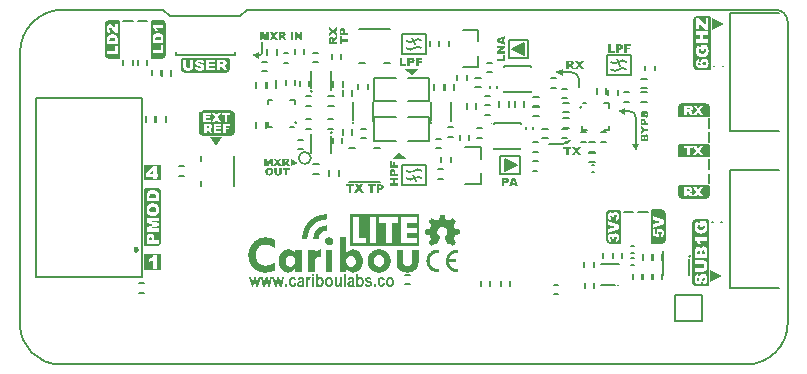
<source format=gto>
G04*
G04 #@! TF.GenerationSoftware,Altium Limited,CircuitStudio,1.5.2 (30)*
G04*
G04 Layer_Color=65535*
%FSLAX25Y25*%
%MOIN*%
G70*
G01*
G75*
%ADD44C,0.00600*%
%ADD45C,0.00800*%
%ADD49C,0.00400*%
%ADD54C,0.00500*%
%ADD95C,0.01575*%
%ADD96C,0.00394*%
%ADD97C,0.00787*%
G36*
X1143246Y725381D02*
X1142553D01*
Y729762D01*
X1143246D01*
Y725381D01*
D02*
G37*
G36*
X1145112Y728621D02*
X1145209Y728615D01*
X1145313Y728595D01*
X1145423Y728576D01*
X1145533Y728543D01*
X1145624Y728504D01*
X1145637Y728498D01*
X1145663Y728485D01*
X1145702Y728453D01*
X1145754Y728414D01*
X1145806Y728368D01*
X1145864Y728310D01*
X1145916Y728245D01*
X1145955Y728167D01*
X1145961Y728155D01*
X1145974Y728129D01*
X1145987Y728070D01*
X1146000Y728038D01*
X1146006Y727992D01*
X1146019Y727947D01*
X1146026Y727889D01*
X1146032Y727831D01*
X1146045Y727759D01*
X1146052Y727681D01*
Y727597D01*
X1146058Y727506D01*
Y727403D01*
X1146052Y726424D01*
Y726418D01*
Y726405D01*
Y726385D01*
Y726360D01*
Y726282D01*
X1146058Y726191D01*
Y726094D01*
X1146065Y725990D01*
X1146071Y725893D01*
X1146084Y725809D01*
Y725802D01*
X1146091Y725776D01*
X1146097Y725731D01*
X1146110Y725679D01*
X1146130Y725614D01*
X1146149Y725543D01*
X1146175Y725465D01*
X1146207Y725381D01*
X1145527D01*
X1145436Y725725D01*
X1145430Y725718D01*
X1145404Y725692D01*
X1145371Y725653D01*
X1145320Y725608D01*
X1145261Y725556D01*
X1145197Y725504D01*
X1145125Y725459D01*
X1145054Y725414D01*
X1145047Y725407D01*
X1145022Y725400D01*
X1144976Y725381D01*
X1144924Y725362D01*
X1144860Y725342D01*
X1144788Y725329D01*
X1144711Y725316D01*
X1144626Y725310D01*
X1144587D01*
X1144561Y725316D01*
X1144490Y725323D01*
X1144406Y725342D01*
X1144309Y725375D01*
X1144205Y725414D01*
X1144101Y725478D01*
X1144004Y725562D01*
X1143991Y725575D01*
X1143965Y725608D01*
X1143926Y725666D01*
X1143888Y725744D01*
X1143842Y725841D01*
X1143803Y725958D01*
X1143777Y726094D01*
X1143764Y726243D01*
Y726256D01*
Y726288D01*
X1143771Y726340D01*
X1143777Y726405D01*
X1143790Y726476D01*
X1143803Y726554D01*
X1143829Y726632D01*
X1143862Y726710D01*
X1143868Y726716D01*
X1143881Y726742D01*
X1143900Y726781D01*
X1143933Y726826D01*
X1143972Y726878D01*
X1144017Y726930D01*
X1144069Y726982D01*
X1144134Y727027D01*
X1144140Y727034D01*
X1144166Y727046D01*
X1144211Y727072D01*
X1144276Y727098D01*
X1144354Y727137D01*
X1144451Y727170D01*
X1144574Y727208D01*
X1144711Y727247D01*
X1144717D01*
X1144730Y727254D01*
X1144756Y727260D01*
X1144788Y727267D01*
X1144827Y727273D01*
X1144872Y727286D01*
X1144976Y727312D01*
X1145086Y727345D01*
X1145197Y727383D01*
X1145300Y727416D01*
X1145345Y727435D01*
X1145384Y727455D01*
Y727468D01*
Y727494D01*
Y727539D01*
X1145378Y727597D01*
Y727649D01*
X1145371Y727707D01*
X1145358Y727753D01*
X1145345Y727792D01*
Y727798D01*
X1145339Y727805D01*
X1145313Y727844D01*
X1145268Y727882D01*
X1145203Y727928D01*
X1145197D01*
X1145183Y727934D01*
X1145164Y727947D01*
X1145132Y727960D01*
X1145093Y727967D01*
X1145047Y727980D01*
X1144989Y727986D01*
X1144892D01*
X1144860Y727980D01*
X1144821Y727973D01*
X1144723Y727954D01*
X1144678Y727928D01*
X1144633Y727902D01*
X1144626Y727895D01*
X1144613Y727882D01*
X1144594Y727863D01*
X1144574Y727831D01*
X1144549Y727792D01*
X1144516Y727733D01*
X1144490Y727669D01*
X1144464Y727591D01*
X1143842Y727720D01*
Y727727D01*
X1143849Y727740D01*
X1143855Y727766D01*
X1143862Y727798D01*
X1143875Y727837D01*
X1143894Y727882D01*
X1143933Y727986D01*
X1143978Y728103D01*
X1144043Y728213D01*
X1144121Y728323D01*
X1144211Y728414D01*
X1144224Y728420D01*
X1144263Y728446D01*
X1144322Y728478D01*
X1144406Y728524D01*
X1144510Y728563D01*
X1144639Y728595D01*
X1144795Y728621D01*
X1144963Y728628D01*
X1145035D01*
X1145112Y728621D01*
D02*
G37*
G36*
X1132658Y725381D02*
X1131964D01*
Y728556D01*
X1132658D01*
Y725381D01*
D02*
G37*
G36*
X1123715D02*
X1123028D01*
Y726224D01*
X1123715D01*
Y725381D01*
D02*
G37*
G36*
X1128387Y728621D02*
X1128485Y728615D01*
X1128588Y728595D01*
X1128698Y728576D01*
X1128808Y728543D01*
X1128899Y728504D01*
X1128912Y728498D01*
X1128938Y728485D01*
X1128977Y728453D01*
X1129029Y728414D01*
X1129081Y728368D01*
X1129139Y728310D01*
X1129191Y728245D01*
X1129230Y728167D01*
X1129236Y728155D01*
X1129249Y728129D01*
X1129262Y728070D01*
X1129275Y728038D01*
X1129282Y727992D01*
X1129294Y727947D01*
X1129301Y727889D01*
X1129307Y727831D01*
X1129321Y727759D01*
X1129327Y727681D01*
Y727597D01*
X1129333Y727506D01*
Y727403D01*
X1129327Y726424D01*
Y726418D01*
Y726405D01*
Y726385D01*
Y726360D01*
Y726282D01*
X1129333Y726191D01*
Y726094D01*
X1129340Y725990D01*
X1129346Y725893D01*
X1129359Y725809D01*
Y725802D01*
X1129366Y725776D01*
X1129372Y725731D01*
X1129385Y725679D01*
X1129405Y725614D01*
X1129424Y725543D01*
X1129450Y725465D01*
X1129482Y725381D01*
X1128802D01*
X1128711Y725725D01*
X1128705Y725718D01*
X1128679Y725692D01*
X1128647Y725653D01*
X1128595Y725608D01*
X1128536Y725556D01*
X1128472Y725504D01*
X1128400Y725459D01*
X1128329Y725414D01*
X1128323Y725407D01*
X1128297Y725400D01*
X1128251Y725381D01*
X1128199Y725362D01*
X1128135Y725342D01*
X1128063Y725329D01*
X1127986Y725316D01*
X1127901Y725310D01*
X1127862D01*
X1127837Y725316D01*
X1127765Y725323D01*
X1127681Y725342D01*
X1127584Y725375D01*
X1127480Y725414D01*
X1127376Y725478D01*
X1127279Y725562D01*
X1127266Y725575D01*
X1127240Y725608D01*
X1127201Y725666D01*
X1127163Y725744D01*
X1127117Y725841D01*
X1127078Y725958D01*
X1127052Y726094D01*
X1127040Y726243D01*
Y726256D01*
Y726288D01*
X1127046Y726340D01*
X1127052Y726405D01*
X1127065Y726476D01*
X1127078Y726554D01*
X1127104Y726632D01*
X1127137Y726710D01*
X1127143Y726716D01*
X1127156Y726742D01*
X1127176Y726781D01*
X1127208Y726826D01*
X1127247Y726878D01*
X1127292Y726930D01*
X1127344Y726982D01*
X1127409Y727027D01*
X1127415Y727034D01*
X1127441Y727046D01*
X1127487Y727072D01*
X1127551Y727098D01*
X1127629Y727137D01*
X1127726Y727170D01*
X1127849Y727208D01*
X1127986Y727247D01*
X1127992D01*
X1128005Y727254D01*
X1128031Y727260D01*
X1128063Y727267D01*
X1128102Y727273D01*
X1128148Y727286D01*
X1128251Y727312D01*
X1128361Y727345D01*
X1128472Y727383D01*
X1128575Y727416D01*
X1128621Y727435D01*
X1128660Y727455D01*
Y727468D01*
Y727494D01*
Y727539D01*
X1128653Y727597D01*
Y727649D01*
X1128647Y727707D01*
X1128634Y727753D01*
X1128621Y727792D01*
Y727798D01*
X1128614Y727805D01*
X1128588Y727844D01*
X1128543Y727882D01*
X1128478Y727928D01*
X1128472D01*
X1128459Y727934D01*
X1128439Y727947D01*
X1128407Y727960D01*
X1128368Y727967D01*
X1128323Y727980D01*
X1128264Y727986D01*
X1128167D01*
X1128135Y727980D01*
X1128096Y727973D01*
X1127999Y727954D01*
X1127953Y727928D01*
X1127908Y727902D01*
X1127901Y727895D01*
X1127888Y727882D01*
X1127869Y727863D01*
X1127849Y727831D01*
X1127824Y727792D01*
X1127791Y727733D01*
X1127765Y727669D01*
X1127739Y727591D01*
X1127117Y727720D01*
Y727727D01*
X1127124Y727740D01*
X1127130Y727766D01*
X1127137Y727798D01*
X1127150Y727837D01*
X1127169Y727882D01*
X1127208Y727986D01*
X1127253Y728103D01*
X1127318Y728213D01*
X1127396Y728323D01*
X1127487Y728414D01*
X1127500Y728420D01*
X1127538Y728446D01*
X1127597Y728478D01*
X1127681Y728524D01*
X1127785Y728563D01*
X1127914Y728595D01*
X1128070Y728621D01*
X1128238Y728628D01*
X1128310D01*
X1128387Y728621D01*
D02*
G37*
G36*
X1153277Y725381D02*
X1152590D01*
Y726224D01*
X1153277D01*
Y725381D01*
D02*
G37*
G36*
X1121830D02*
X1121175D01*
X1120722Y727422D01*
X1120274Y725381D01*
X1119613D01*
X1118791Y728556D01*
X1119458D01*
X1119944Y726470D01*
X1120397Y728556D01*
X1121052D01*
X1121493Y726470D01*
X1121998Y728556D01*
X1122678D01*
X1121830Y725381D01*
D02*
G37*
G36*
X1125607Y728621D02*
X1125646D01*
X1125692Y728615D01*
X1125795Y728595D01*
X1125912Y728569D01*
X1126042Y728524D01*
X1126158Y728466D01*
X1126275Y728381D01*
X1126281D01*
X1126288Y728368D01*
X1126320Y728336D01*
X1126372Y728278D01*
X1126437Y728193D01*
X1126508Y728090D01*
X1126573Y727960D01*
X1126612Y727882D01*
X1126638Y727798D01*
X1126670Y727714D01*
X1126696Y727617D01*
X1126016Y727468D01*
Y727474D01*
X1126009Y727487D01*
Y727513D01*
X1125996Y727545D01*
X1125970Y727623D01*
X1125925Y727720D01*
X1125867Y727811D01*
X1125782Y727889D01*
X1125731Y727921D01*
X1125679Y727947D01*
X1125614Y727960D01*
X1125543Y727967D01*
X1125504D01*
X1125452Y727954D01*
X1125400Y727941D01*
X1125335Y727915D01*
X1125264Y727876D01*
X1125199Y727818D01*
X1125134Y727746D01*
X1125128Y727733D01*
X1125109Y727707D01*
X1125083Y727649D01*
X1125057Y727578D01*
X1125031Y727474D01*
X1125018Y727416D01*
X1125005Y727351D01*
X1124992Y727280D01*
X1124985Y727202D01*
X1124979Y727111D01*
Y727021D01*
Y727014D01*
Y726995D01*
Y726969D01*
Y726930D01*
X1124985Y726885D01*
Y726833D01*
X1124998Y726710D01*
X1125018Y726580D01*
X1125044Y726444D01*
X1125076Y726327D01*
X1125102Y726269D01*
X1125128Y726224D01*
X1125134Y726217D01*
X1125154Y726191D01*
X1125193Y726152D01*
X1125238Y726113D01*
X1125296Y726068D01*
X1125374Y726036D01*
X1125452Y726010D01*
X1125549Y725997D01*
X1125581D01*
X1125614Y726003D01*
X1125659Y726016D01*
X1125705Y726029D01*
X1125763Y726049D01*
X1125815Y726081D01*
X1125860Y726126D01*
X1125867Y726133D01*
X1125880Y726152D01*
X1125906Y726185D01*
X1125931Y726236D01*
X1125964Y726301D01*
X1125996Y726379D01*
X1126022Y726483D01*
X1126048Y726599D01*
X1126729Y726457D01*
Y726444D01*
X1126715Y726405D01*
X1126702Y726353D01*
X1126677Y726275D01*
X1126651Y726191D01*
X1126612Y726094D01*
X1126560Y725990D01*
X1126495Y725886D01*
X1126424Y725776D01*
X1126340Y725673D01*
X1126243Y725575D01*
X1126132Y725491D01*
X1126003Y725414D01*
X1125860Y725362D01*
X1125698Y725323D01*
X1125614Y725316D01*
X1125523Y725310D01*
X1125497D01*
X1125465Y725316D01*
X1125420D01*
X1125368Y725323D01*
X1125303Y725336D01*
X1125167Y725368D01*
X1125089Y725394D01*
X1125011Y725426D01*
X1124934Y725465D01*
X1124856Y725511D01*
X1124778Y725569D01*
X1124707Y725634D01*
X1124635Y725705D01*
X1124577Y725789D01*
Y725796D01*
X1124564Y725809D01*
X1124551Y725841D01*
X1124532Y725874D01*
X1124506Y725925D01*
X1124480Y725977D01*
X1124454Y726042D01*
X1124428Y726120D01*
X1124396Y726198D01*
X1124370Y726288D01*
X1124344Y726385D01*
X1124318Y726489D01*
X1124286Y726710D01*
X1124279Y726833D01*
X1124273Y726956D01*
Y726962D01*
Y726995D01*
Y727034D01*
X1124279Y727092D01*
X1124286Y727157D01*
X1124292Y727234D01*
X1124298Y727325D01*
X1124318Y727416D01*
X1124357Y727617D01*
X1124415Y727824D01*
X1124454Y727928D01*
X1124506Y728025D01*
X1124558Y728116D01*
X1124616Y728200D01*
X1124623Y728206D01*
X1124635Y728219D01*
X1124655Y728239D01*
X1124681Y728265D01*
X1124713Y728297D01*
X1124759Y728336D01*
X1124804Y728375D01*
X1124862Y728414D01*
X1124927Y728453D01*
X1124992Y728491D01*
X1125147Y728563D01*
X1125238Y728589D01*
X1125329Y728608D01*
X1125426Y728621D01*
X1125530Y728628D01*
X1125575D01*
X1125607Y728621D01*
D02*
G37*
G36*
X1117922Y725381D02*
X1117268D01*
X1116814Y727422D01*
X1116367Y725381D01*
X1115706D01*
X1114883Y728556D01*
X1115551D01*
X1116037Y726470D01*
X1116490Y728556D01*
X1117144D01*
X1117585Y726470D01*
X1118091Y728556D01*
X1118771D01*
X1117922Y725381D01*
D02*
G37*
G36*
X1141840D02*
X1141192D01*
Y725854D01*
X1141185Y725841D01*
X1141166Y725809D01*
X1141133Y725763D01*
X1141095Y725705D01*
X1141036Y725640D01*
X1140971Y725575D01*
X1140900Y725511D01*
X1140816Y725452D01*
X1140803Y725446D01*
X1140777Y725433D01*
X1140732Y725407D01*
X1140667Y725381D01*
X1140596Y725355D01*
X1140511Y725329D01*
X1140421Y725316D01*
X1140330Y725310D01*
X1140285D01*
X1140239Y725316D01*
X1140181Y725329D01*
X1140110Y725342D01*
X1140032Y725362D01*
X1139948Y725394D01*
X1139870Y725439D01*
X1139863Y725446D01*
X1139837Y725465D01*
X1139799Y725498D01*
X1139760Y725537D01*
X1139708Y725595D01*
X1139663Y725660D01*
X1139611Y725737D01*
X1139572Y725822D01*
X1139565Y725835D01*
X1139559Y725867D01*
X1139539Y725925D01*
X1139526Y726010D01*
X1139507Y726107D01*
X1139488Y726230D01*
X1139481Y726379D01*
X1139475Y726541D01*
Y728556D01*
X1140168D01*
Y727098D01*
Y727092D01*
Y727072D01*
Y727040D01*
Y726995D01*
Y726949D01*
Y726891D01*
X1140174Y726761D01*
Y726625D01*
X1140181Y726496D01*
Y726437D01*
X1140187Y726385D01*
Y726340D01*
X1140194Y726301D01*
Y726295D01*
X1140200Y726275D01*
X1140207Y726243D01*
X1140226Y726204D01*
X1140265Y726120D01*
X1140298Y726081D01*
X1140330Y726042D01*
X1140337Y726036D01*
X1140349Y726029D01*
X1140375Y726016D01*
X1140401Y725997D01*
X1140440Y725977D01*
X1140485Y725964D01*
X1140537Y725958D01*
X1140589Y725951D01*
X1140622D01*
X1140654Y725958D01*
X1140693Y725964D01*
X1140745Y725977D01*
X1140797Y726003D01*
X1140855Y726029D01*
X1140907Y726068D01*
X1140913Y726074D01*
X1140933Y726087D01*
X1140952Y726120D01*
X1140985Y726152D01*
X1141017Y726198D01*
X1141049Y726249D01*
X1141075Y726314D01*
X1141095Y726379D01*
Y726385D01*
X1141101Y726418D01*
X1141108Y726444D01*
X1141114Y726470D01*
Y726509D01*
X1141121Y726554D01*
X1141127Y726606D01*
X1141133Y726664D01*
Y726735D01*
X1141140Y726813D01*
Y726897D01*
X1141146Y726995D01*
Y727098D01*
Y727215D01*
Y728556D01*
X1141840D01*
Y725381D01*
D02*
G37*
G36*
X1114015D02*
X1113360D01*
X1112907Y727422D01*
X1112459Y725381D01*
X1111799D01*
X1110976Y728556D01*
X1111643D01*
X1112129Y726470D01*
X1112583Y728556D01*
X1113237D01*
X1113678Y726470D01*
X1114183Y728556D01*
X1114864D01*
X1114015Y725381D01*
D02*
G37*
G36*
X1243429Y776119D02*
X1243475Y776114D01*
X1243530Y776100D01*
X1243591Y776087D01*
X1243651Y776063D01*
X1243711Y776031D01*
X1243715Y776026D01*
X1243738Y776013D01*
X1243766Y775994D01*
X1243798Y775966D01*
X1243840Y775929D01*
X1243882Y775883D01*
X1243923Y775832D01*
X1243960Y775777D01*
Y775772D01*
X1243969Y775758D01*
X1243979Y775735D01*
X1243992Y775703D01*
X1244006Y775661D01*
X1244020Y775611D01*
X1244029Y775551D01*
X1244043Y775481D01*
Y775477D01*
Y775472D01*
X1244048Y775458D01*
Y775440D01*
X1244053Y775393D01*
X1244057Y775338D01*
X1244066Y775278D01*
X1244071Y775222D01*
X1244076Y775172D01*
Y775130D01*
Y773781D01*
X1241544D01*
Y775246D01*
Y775250D01*
Y775264D01*
Y775283D01*
X1241549Y775306D01*
Y775338D01*
X1241553Y775370D01*
X1241567Y775454D01*
X1241590Y775546D01*
X1241622Y775638D01*
X1241669Y775726D01*
X1241729Y775809D01*
Y775814D01*
X1241738Y775818D01*
X1241761Y775842D01*
X1241798Y775874D01*
X1241853Y775911D01*
X1241918Y775943D01*
X1241992Y775976D01*
X1242080Y775999D01*
X1242126Y776008D01*
X1242214D01*
X1242255Y775999D01*
X1242306Y775989D01*
X1242366Y775971D01*
X1242431Y775948D01*
X1242496Y775911D01*
X1242560Y775865D01*
X1242565Y775860D01*
X1242579Y775846D01*
X1242597Y775828D01*
X1242620Y775795D01*
X1242648Y775758D01*
X1242676Y775712D01*
X1242703Y775657D01*
X1242731Y775592D01*
Y775597D01*
X1242736Y775606D01*
Y775620D01*
X1242745Y775638D01*
X1242759Y775684D01*
X1242782Y775745D01*
X1242814Y775809D01*
X1242856Y775879D01*
X1242902Y775939D01*
X1242958Y775994D01*
X1242967Y775999D01*
X1242985Y776013D01*
X1243022Y776036D01*
X1243068Y776059D01*
X1243124Y776082D01*
X1243193Y776105D01*
X1243272Y776119D01*
X1243359Y776123D01*
X1243392D01*
X1243429Y776119D01*
D02*
G37*
G36*
X1243018Y778050D02*
X1244076D01*
Y777265D01*
X1243018D01*
X1241544Y776276D01*
Y777144D01*
X1242394Y777653D01*
X1241544Y778165D01*
Y779034D01*
X1243018Y778050D01*
D02*
G37*
G36*
X1200754Y758881D02*
X1199848D01*
X1199711Y759339D01*
X1198734D01*
X1198596Y758881D01*
X1197715D01*
X1198759Y761670D01*
X1199706D01*
X1200754Y758881D01*
D02*
G37*
G36*
X1220591Y770716D02*
X1221543Y769281D01*
X1220576D01*
X1220021Y770177D01*
X1219471Y769281D01*
X1218509D01*
X1219471Y770732D01*
X1218595Y772070D01*
X1219547D01*
X1220036Y771210D01*
X1220520Y772070D01*
X1221461D01*
X1220591Y770716D01*
D02*
G37*
G36*
X1196682Y761665D02*
X1196723D01*
X1196769Y761660D01*
X1196871Y761645D01*
X1196982Y761614D01*
X1197100Y761574D01*
X1197212Y761523D01*
X1197262Y761487D01*
X1197308Y761447D01*
X1197313D01*
X1197318Y761436D01*
X1197329Y761421D01*
X1197344Y761406D01*
X1197385Y761355D01*
X1197425Y761284D01*
X1197466Y761192D01*
X1197507Y761085D01*
X1197532Y760958D01*
X1197542Y760892D01*
Y760815D01*
Y760810D01*
Y760795D01*
Y760775D01*
X1197537Y760744D01*
Y760708D01*
X1197527Y760668D01*
X1197512Y760576D01*
X1197481Y760469D01*
X1197435Y760357D01*
X1197405Y760301D01*
X1197375Y760250D01*
X1197334Y760199D01*
X1197288Y760154D01*
X1197283D01*
X1197278Y760143D01*
X1197262Y760133D01*
X1197242Y760118D01*
X1197212Y760098D01*
X1197181Y760077D01*
X1197140Y760057D01*
X1197095Y760037D01*
X1197044Y760016D01*
X1196988Y759996D01*
X1196922Y759975D01*
X1196850Y759955D01*
X1196774Y759940D01*
X1196692Y759930D01*
X1196606Y759925D01*
X1196509Y759919D01*
X1196041D01*
Y758881D01*
X1195176D01*
Y761670D01*
X1196652D01*
X1196682Y761665D01*
D02*
G37*
G36*
X1242385Y781427D02*
X1242417D01*
X1242454Y781418D01*
X1242537Y781404D01*
X1242634Y781376D01*
X1242736Y781335D01*
X1242787Y781307D01*
X1242833Y781279D01*
X1242879Y781242D01*
X1242921Y781201D01*
Y781196D01*
X1242930Y781192D01*
X1242939Y781178D01*
X1242953Y781159D01*
X1242971Y781132D01*
X1242990Y781104D01*
X1243008Y781067D01*
X1243027Y781025D01*
X1243045Y780979D01*
X1243064Y780928D01*
X1243082Y780868D01*
X1243101Y780803D01*
X1243115Y780734D01*
X1243124Y780660D01*
X1243128Y780582D01*
X1243133Y780494D01*
Y780069D01*
X1244076D01*
Y779284D01*
X1241544D01*
Y780582D01*
Y780586D01*
Y780600D01*
Y780623D01*
X1241549Y780651D01*
Y780688D01*
X1241553Y780730D01*
X1241567Y780822D01*
X1241595Y780924D01*
X1241632Y781030D01*
X1241678Y781132D01*
X1241710Y781178D01*
X1241747Y781219D01*
Y781224D01*
X1241756Y781228D01*
X1241770Y781238D01*
X1241784Y781252D01*
X1241830Y781289D01*
X1241895Y781326D01*
X1241978Y781362D01*
X1242075Y781399D01*
X1242191Y781423D01*
X1242251Y781432D01*
X1242357D01*
X1242385Y781427D01*
D02*
G37*
G36*
X1147400Y728181D02*
X1147406Y728193D01*
X1147426Y728219D01*
X1147458Y728258D01*
X1147503Y728304D01*
X1147555Y728355D01*
X1147614Y728414D01*
X1147672Y728466D01*
X1147743Y728511D01*
X1147750Y728517D01*
X1147775Y728530D01*
X1147814Y728550D01*
X1147866Y728569D01*
X1147925Y728589D01*
X1147996Y728608D01*
X1148074Y728621D01*
X1148151Y728628D01*
X1148197D01*
X1148229Y728621D01*
X1148268Y728615D01*
X1148313Y728608D01*
X1148423Y728576D01*
X1148547Y728524D01*
X1148605Y728491D01*
X1148676Y728453D01*
X1148741Y728401D01*
X1148806Y728342D01*
X1148871Y728278D01*
X1148929Y728206D01*
X1148935Y728200D01*
X1148942Y728187D01*
X1148961Y728161D01*
X1148981Y728129D01*
X1149000Y728083D01*
X1149033Y728031D01*
X1149059Y727973D01*
X1149091Y727895D01*
X1149117Y727818D01*
X1149149Y727727D01*
X1149175Y727623D01*
X1149195Y727513D01*
X1149221Y727396D01*
X1149234Y727267D01*
X1149240Y727131D01*
X1149247Y726982D01*
Y726975D01*
Y726949D01*
Y726904D01*
X1149240Y726852D01*
X1149234Y726781D01*
X1149227Y726703D01*
X1149221Y726619D01*
X1149208Y726528D01*
X1149169Y726327D01*
X1149110Y726120D01*
X1149072Y726023D01*
X1149026Y725919D01*
X1148974Y725828D01*
X1148916Y725744D01*
X1148909Y725737D01*
X1148903Y725725D01*
X1148884Y725705D01*
X1148858Y725679D01*
X1148793Y725608D01*
X1148702Y725530D01*
X1148586Y725446D01*
X1148462Y725381D01*
X1148391Y725349D01*
X1148313Y725329D01*
X1148236Y725316D01*
X1148158Y725310D01*
X1148119D01*
X1148074Y725316D01*
X1148015Y725329D01*
X1147950Y725342D01*
X1147873Y725368D01*
X1147795Y725400D01*
X1147711Y725446D01*
X1147704Y725452D01*
X1147678Y725472D01*
X1147633Y725504D01*
X1147588Y725550D01*
X1147529Y725601D01*
X1147464Y725673D01*
X1147406Y725750D01*
X1147348Y725841D01*
Y725381D01*
X1146706D01*
Y729762D01*
X1147400D01*
Y728181D01*
D02*
G37*
G36*
X1158059Y728621D02*
X1158111Y728615D01*
X1158176Y728602D01*
X1158241Y728589D01*
X1158312Y728569D01*
X1158390Y728543D01*
X1158474Y728504D01*
X1158552Y728466D01*
X1158636Y728420D01*
X1158720Y728362D01*
X1158798Y728297D01*
X1158869Y728219D01*
X1158941Y728135D01*
X1158947Y728129D01*
X1158953Y728116D01*
X1158973Y728083D01*
X1158999Y728051D01*
X1159025Y727999D01*
X1159057Y727947D01*
X1159090Y727882D01*
X1159122Y727805D01*
X1159154Y727727D01*
X1159187Y727636D01*
X1159219Y727545D01*
X1159245Y727442D01*
X1159291Y727221D01*
X1159297Y727105D01*
X1159303Y726982D01*
Y726975D01*
Y726962D01*
Y726936D01*
Y726897D01*
X1159297Y726859D01*
Y726807D01*
X1159278Y726690D01*
X1159258Y726554D01*
X1159226Y726405D01*
X1159180Y726249D01*
X1159116Y726100D01*
Y726094D01*
X1159109Y726081D01*
X1159096Y726061D01*
X1159083Y726036D01*
X1159038Y725964D01*
X1158986Y725880D01*
X1158915Y725783D01*
X1158830Y725679D01*
X1158733Y725589D01*
X1158623Y725504D01*
X1158617D01*
X1158610Y725498D01*
X1158571Y725472D01*
X1158506Y725446D01*
X1158429Y725407D01*
X1158325Y725375D01*
X1158215Y725342D01*
X1158092Y725316D01*
X1157956Y725310D01*
X1157897D01*
X1157858Y725316D01*
X1157813Y725323D01*
X1157755Y725336D01*
X1157690Y725349D01*
X1157619Y725368D01*
X1157470Y725420D01*
X1157392Y725452D01*
X1157308Y725498D01*
X1157230Y725550D01*
X1157146Y725608D01*
X1157068Y725673D01*
X1156997Y725750D01*
X1156990Y725757D01*
X1156977Y725770D01*
X1156964Y725796D01*
X1156938Y725835D01*
X1156906Y725880D01*
X1156873Y725932D01*
X1156841Y725997D01*
X1156809Y726074D01*
X1156770Y726159D01*
X1156737Y726249D01*
X1156705Y726353D01*
X1156673Y726470D01*
X1156647Y726586D01*
X1156634Y726722D01*
X1156621Y726859D01*
X1156614Y727008D01*
Y727014D01*
Y727027D01*
Y727053D01*
Y727085D01*
X1156621Y727131D01*
X1156627Y727176D01*
X1156640Y727286D01*
X1156660Y727422D01*
X1156692Y727565D01*
X1156737Y727707D01*
X1156796Y727856D01*
Y727863D01*
X1156802Y727876D01*
X1156815Y727895D01*
X1156828Y727921D01*
X1156873Y727986D01*
X1156925Y728070D01*
X1156997Y728167D01*
X1157081Y728258D01*
X1157178Y728355D01*
X1157282Y728433D01*
X1157288D01*
X1157295Y728440D01*
X1157333Y728466D01*
X1157398Y728498D01*
X1157476Y728530D01*
X1157580Y728569D01*
X1157690Y728595D01*
X1157819Y728621D01*
X1157956Y728628D01*
X1158014D01*
X1158059Y728621D01*
D02*
G37*
G36*
X1137699D02*
X1137751Y728615D01*
X1137816Y728602D01*
X1137881Y728589D01*
X1137952Y728569D01*
X1138030Y728543D01*
X1138114Y728504D01*
X1138192Y728466D01*
X1138276Y728420D01*
X1138360Y728362D01*
X1138438Y728297D01*
X1138509Y728219D01*
X1138580Y728135D01*
X1138587Y728129D01*
X1138593Y728116D01*
X1138613Y728083D01*
X1138639Y728051D01*
X1138665Y727999D01*
X1138697Y727947D01*
X1138729Y727882D01*
X1138762Y727805D01*
X1138794Y727727D01*
X1138827Y727636D01*
X1138859Y727545D01*
X1138885Y727442D01*
X1138930Y727221D01*
X1138937Y727105D01*
X1138943Y726982D01*
Y726975D01*
Y726962D01*
Y726936D01*
Y726897D01*
X1138937Y726859D01*
Y726807D01*
X1138917Y726690D01*
X1138898Y726554D01*
X1138865Y726405D01*
X1138820Y726249D01*
X1138755Y726100D01*
Y726094D01*
X1138749Y726081D01*
X1138736Y726061D01*
X1138723Y726036D01*
X1138678Y725964D01*
X1138626Y725880D01*
X1138554Y725783D01*
X1138470Y725679D01*
X1138373Y725589D01*
X1138263Y725504D01*
X1138256D01*
X1138250Y725498D01*
X1138211Y725472D01*
X1138146Y725446D01*
X1138068Y725407D01*
X1137965Y725375D01*
X1137855Y725342D01*
X1137731Y725316D01*
X1137595Y725310D01*
X1137537D01*
X1137498Y725316D01*
X1137453Y725323D01*
X1137395Y725336D01*
X1137330Y725349D01*
X1137259Y725368D01*
X1137109Y725420D01*
X1137032Y725452D01*
X1136947Y725498D01*
X1136870Y725550D01*
X1136785Y725608D01*
X1136708Y725673D01*
X1136636Y725750D01*
X1136630Y725757D01*
X1136617Y725770D01*
X1136604Y725796D01*
X1136578Y725835D01*
X1136546Y725880D01*
X1136513Y725932D01*
X1136481Y725997D01*
X1136448Y726074D01*
X1136410Y726159D01*
X1136377Y726249D01*
X1136345Y726353D01*
X1136312Y726470D01*
X1136287Y726586D01*
X1136273Y726722D01*
X1136261Y726859D01*
X1136254Y727008D01*
Y727014D01*
Y727027D01*
Y727053D01*
Y727085D01*
X1136261Y727131D01*
X1136267Y727176D01*
X1136280Y727286D01*
X1136299Y727422D01*
X1136332Y727565D01*
X1136377Y727707D01*
X1136436Y727856D01*
Y727863D01*
X1136442Y727876D01*
X1136455Y727895D01*
X1136468Y727921D01*
X1136513Y727986D01*
X1136565Y728070D01*
X1136636Y728167D01*
X1136721Y728258D01*
X1136818Y728355D01*
X1136922Y728433D01*
X1136928D01*
X1136934Y728440D01*
X1136973Y728466D01*
X1137038Y728498D01*
X1137116Y728530D01*
X1137220Y728569D01*
X1137330Y728595D01*
X1137459Y728621D01*
X1137595Y728628D01*
X1137654D01*
X1137699Y728621D01*
D02*
G37*
G36*
X1243341Y783996D02*
X1243401Y783987D01*
X1243470Y783973D01*
X1243549Y783945D01*
X1243627Y783913D01*
X1243706Y783867D01*
X1243715Y783862D01*
X1243738Y783844D01*
X1243775Y783811D01*
X1243822Y783770D01*
X1243872Y783714D01*
X1243923Y783649D01*
X1243969Y783575D01*
X1244016Y783488D01*
Y783483D01*
X1244020Y783478D01*
X1244025Y783465D01*
X1244029Y783446D01*
X1244039Y783423D01*
X1244048Y783391D01*
X1244057Y783358D01*
X1244066Y783321D01*
X1244085Y783234D01*
X1244103Y783127D01*
X1244113Y783012D01*
X1244117Y782878D01*
Y782869D01*
Y782850D01*
Y782818D01*
X1244113Y782772D01*
X1244108Y782721D01*
X1244103Y782661D01*
X1244099Y782596D01*
X1244085Y782522D01*
X1244057Y782374D01*
X1244016Y782227D01*
X1243988Y782157D01*
X1243951Y782093D01*
X1243914Y782032D01*
X1243872Y781982D01*
X1243868Y781977D01*
X1243859Y781972D01*
X1243845Y781958D01*
X1243826Y781945D01*
X1243803Y781926D01*
X1243775Y781903D01*
X1243738Y781880D01*
X1243701Y781857D01*
X1243609Y781806D01*
X1243498Y781760D01*
X1243378Y781728D01*
X1243309Y781714D01*
X1243239Y781704D01*
X1243189Y782448D01*
X1243198D01*
X1243221Y782453D01*
X1243253Y782457D01*
X1243290Y782471D01*
X1243383Y782499D01*
X1243429Y782522D01*
X1243466Y782545D01*
X1243470Y782550D01*
X1243489Y782568D01*
X1243512Y782596D01*
X1243540Y782633D01*
X1243572Y782684D01*
X1243595Y782744D01*
X1243614Y782813D01*
X1243618Y782892D01*
Y782901D01*
Y782919D01*
X1243614Y782947D01*
X1243609Y782989D01*
X1243600Y783030D01*
X1243586Y783072D01*
X1243567Y783113D01*
X1243544Y783150D01*
X1243540Y783155D01*
X1243530Y783164D01*
X1243512Y783178D01*
X1243493Y783197D01*
X1243466Y783215D01*
X1243433Y783229D01*
X1243396Y783238D01*
X1243359Y783243D01*
X1243341D01*
X1243322Y783238D01*
X1243299Y783234D01*
X1243272Y783220D01*
X1243244Y783206D01*
X1243212Y783183D01*
X1243184Y783155D01*
X1243179Y783150D01*
X1243170Y783137D01*
X1243156Y783109D01*
X1243138Y783072D01*
X1243115Y783016D01*
X1243087Y782947D01*
X1243073Y782906D01*
X1243064Y782859D01*
X1243050Y782809D01*
X1243036Y782753D01*
Y782749D01*
X1243032Y782730D01*
X1243022Y782702D01*
X1243018Y782670D01*
X1243004Y782628D01*
X1242990Y782578D01*
X1242976Y782527D01*
X1242958Y782471D01*
X1242911Y782347D01*
X1242861Y782227D01*
X1242801Y782116D01*
X1242768Y782065D01*
X1242731Y782019D01*
X1242727D01*
X1242722Y782009D01*
X1242699Y781986D01*
X1242657Y781949D01*
X1242597Y781912D01*
X1242528Y781871D01*
X1242445Y781834D01*
X1242352Y781811D01*
X1242301Y781806D01*
X1242246Y781801D01*
X1242214D01*
X1242172Y781806D01*
X1242126Y781815D01*
X1242070Y781829D01*
X1242006Y781848D01*
X1241941Y781875D01*
X1241877Y781912D01*
X1241867Y781917D01*
X1241849Y781935D01*
X1241816Y781963D01*
X1241775Y782000D01*
X1241733Y782046D01*
X1241687Y782106D01*
X1241646Y782176D01*
X1241604Y782254D01*
Y782259D01*
X1241599Y782263D01*
X1241595Y782277D01*
X1241590Y782296D01*
X1241581Y782319D01*
X1241572Y782347D01*
X1241562Y782379D01*
X1241553Y782416D01*
X1241544Y782457D01*
X1241535Y782508D01*
X1241516Y782615D01*
X1241507Y782739D01*
X1241502Y782878D01*
Y782882D01*
Y782901D01*
Y782924D01*
X1241507Y782956D01*
Y782998D01*
X1241512Y783044D01*
X1241516Y783095D01*
X1241525Y783150D01*
X1241549Y783271D01*
X1241581Y783395D01*
X1241627Y783511D01*
X1241655Y783566D01*
X1241687Y783617D01*
Y783622D01*
X1241696Y783626D01*
X1241719Y783659D01*
X1241766Y783700D01*
X1241826Y783751D01*
X1241863Y783779D01*
X1241904Y783802D01*
X1241955Y783830D01*
X1242006Y783853D01*
X1242061Y783876D01*
X1242121Y783894D01*
X1242191Y783908D01*
X1242260Y783922D01*
X1242301Y783183D01*
X1242292D01*
X1242274Y783178D01*
X1242241Y783169D01*
X1242204Y783155D01*
X1242167Y783137D01*
X1242126Y783118D01*
X1242084Y783090D01*
X1242052Y783058D01*
X1242047Y783053D01*
X1242038Y783040D01*
X1242029Y783021D01*
X1242010Y782993D01*
X1241997Y782956D01*
X1241987Y782910D01*
X1241978Y782859D01*
X1241973Y782799D01*
Y782795D01*
Y782776D01*
X1241978Y782753D01*
X1241983Y782721D01*
X1241997Y782652D01*
X1242015Y782619D01*
X1242033Y782591D01*
X1242038Y782587D01*
X1242043Y782582D01*
X1242070Y782559D01*
X1242117Y782536D01*
X1242144Y782531D01*
X1242172Y782527D01*
X1242181D01*
X1242209Y782536D01*
X1242246Y782550D01*
X1242265Y782564D01*
X1242283Y782582D01*
Y782587D01*
X1242292Y782596D01*
X1242301Y782610D01*
X1242315Y782638D01*
X1242329Y782670D01*
X1242343Y782716D01*
X1242362Y782772D01*
X1242375Y782841D01*
Y782845D01*
X1242380Y782864D01*
X1242385Y782892D01*
X1242394Y782924D01*
X1242403Y782966D01*
X1242417Y783016D01*
X1242431Y783072D01*
X1242445Y783127D01*
X1242477Y783248D01*
X1242519Y783372D01*
X1242560Y783483D01*
X1242579Y783534D01*
X1242602Y783580D01*
Y783585D01*
X1242606Y783589D01*
X1242620Y783617D01*
X1242643Y783654D01*
X1242676Y783705D01*
X1242717Y783756D01*
X1242764Y783811D01*
X1242819Y783862D01*
X1242879Y783904D01*
X1242888Y783908D01*
X1242907Y783917D01*
X1242944Y783936D01*
X1242990Y783954D01*
X1243045Y783973D01*
X1243105Y783991D01*
X1243179Y784000D01*
X1243253Y784005D01*
X1243295D01*
X1243341Y783996D01*
D02*
G37*
G36*
X1134019Y728181D02*
X1134025Y728193D01*
X1134044Y728219D01*
X1134077Y728258D01*
X1134122Y728304D01*
X1134174Y728355D01*
X1134232Y728414D01*
X1134291Y728466D01*
X1134362Y728511D01*
X1134368Y728517D01*
X1134394Y728530D01*
X1134433Y728550D01*
X1134485Y728569D01*
X1134543Y728589D01*
X1134615Y728608D01*
X1134692Y728621D01*
X1134770Y728628D01*
X1134816D01*
X1134848Y728621D01*
X1134887Y728615D01*
X1134932Y728608D01*
X1135042Y728576D01*
X1135165Y728524D01*
X1135224Y728491D01*
X1135295Y728453D01*
X1135360Y728401D01*
X1135425Y728342D01*
X1135489Y728278D01*
X1135548Y728206D01*
X1135554Y728200D01*
X1135561Y728187D01*
X1135580Y728161D01*
X1135600Y728129D01*
X1135619Y728083D01*
X1135651Y728031D01*
X1135677Y727973D01*
X1135710Y727895D01*
X1135736Y727818D01*
X1135768Y727727D01*
X1135794Y727623D01*
X1135813Y727513D01*
X1135839Y727396D01*
X1135852Y727267D01*
X1135859Y727131D01*
X1135865Y726982D01*
Y726975D01*
Y726949D01*
Y726904D01*
X1135859Y726852D01*
X1135852Y726781D01*
X1135846Y726703D01*
X1135839Y726619D01*
X1135826Y726528D01*
X1135787Y726327D01*
X1135729Y726120D01*
X1135690Y726023D01*
X1135645Y725919D01*
X1135593Y725828D01*
X1135535Y725744D01*
X1135528Y725737D01*
X1135522Y725725D01*
X1135502Y725705D01*
X1135476Y725679D01*
X1135412Y725608D01*
X1135321Y725530D01*
X1135204Y725446D01*
X1135081Y725381D01*
X1135010Y725349D01*
X1134932Y725329D01*
X1134854Y725316D01*
X1134777Y725310D01*
X1134738D01*
X1134692Y725316D01*
X1134634Y725329D01*
X1134569Y725342D01*
X1134492Y725368D01*
X1134414Y725400D01*
X1134330Y725446D01*
X1134323Y725452D01*
X1134297Y725472D01*
X1134252Y725504D01*
X1134206Y725550D01*
X1134148Y725601D01*
X1134083Y725673D01*
X1134025Y725750D01*
X1133967Y725841D01*
Y725381D01*
X1133325D01*
Y729762D01*
X1134019D01*
Y728181D01*
D02*
G37*
G36*
X1151371Y731264D02*
X1151370Y731264D01*
X1151371Y731264D01*
Y731264D01*
D02*
G37*
G36*
X1171135Y731415D02*
Y731415D01*
X1171140Y731419D01*
X1171135Y731415D01*
D02*
G37*
G36*
X1157132Y731256D02*
Y731256D01*
X1157128Y731260D01*
X1157132Y731256D01*
D02*
G37*
G36*
X1166070Y730648D02*
X1166061Y730662D01*
X1166061D01*
X1166070Y730648D01*
D02*
G37*
G36*
X1166021Y730721D02*
X1166021D01*
X1166020Y730723D01*
X1166021Y730721D01*
D02*
G37*
G36*
X1157475Y731550D02*
X1157473Y731551D01*
Y731551D01*
X1157475Y731550D01*
D02*
G37*
G36*
X1157501Y731714D02*
Y731714D01*
X1157499Y731715D01*
X1157501Y731714D01*
D02*
G37*
G36*
X1178462Y732146D02*
X1178462D01*
X1178464Y732148D01*
X1178462Y732146D01*
D02*
G37*
G36*
X1157565Y731670D02*
X1157560Y731673D01*
Y731673D01*
X1157565Y731670D01*
D02*
G37*
G36*
X1151126Y731579D02*
X1151121Y731575D01*
X1151126Y731579D01*
Y731579D01*
D02*
G37*
G36*
X1157415Y731594D02*
Y731594D01*
X1157406Y731601D01*
X1157415Y731594D01*
D02*
G37*
G36*
X1132658Y728984D02*
X1131964D01*
Y729762D01*
X1132658D01*
Y728984D01*
D02*
G37*
G36*
X1141873Y807922D02*
X1143976D01*
Y807062D01*
X1141873D01*
Y806181D01*
X1141186D01*
Y808802D01*
X1141873D01*
Y807922D01*
D02*
G37*
G36*
X1131297Y728621D02*
X1131355Y728608D01*
X1131427Y728589D01*
X1131504Y728556D01*
X1131582Y728517D01*
X1131666Y728466D01*
X1131446Y727733D01*
X1131439Y727740D01*
X1131420Y727753D01*
X1131388Y727779D01*
X1131342Y727805D01*
X1131297Y727831D01*
X1131239Y727856D01*
X1131187Y727869D01*
X1131128Y727876D01*
X1131102D01*
X1131077Y727869D01*
X1131044Y727863D01*
X1131005Y727850D01*
X1130960Y727831D01*
X1130921Y727805D01*
X1130876Y727766D01*
X1130869Y727759D01*
X1130856Y727746D01*
X1130837Y727720D01*
X1130817Y727681D01*
X1130791Y727630D01*
X1130766Y727558D01*
X1130740Y727481D01*
X1130720Y727383D01*
Y727370D01*
X1130714Y727351D01*
Y727332D01*
X1130707Y727299D01*
Y727254D01*
X1130701Y727208D01*
Y727150D01*
X1130694Y727085D01*
X1130688Y727014D01*
Y726930D01*
X1130681Y726833D01*
Y726729D01*
X1130675Y726619D01*
Y726496D01*
Y726360D01*
Y725381D01*
X1129981D01*
Y728556D01*
X1130623D01*
Y728109D01*
X1130629Y728116D01*
X1130649Y728155D01*
X1130681Y728206D01*
X1130720Y728278D01*
X1130766Y728342D01*
X1130817Y728414D01*
X1130863Y728478D01*
X1130915Y728524D01*
X1130921Y728530D01*
X1130941Y728543D01*
X1130966Y728556D01*
X1130999Y728576D01*
X1131044Y728595D01*
X1131096Y728615D01*
X1131154Y728621D01*
X1131213Y728628D01*
X1131252D01*
X1131297Y728621D01*
D02*
G37*
G36*
X1155169D02*
X1155208D01*
X1155253Y728615D01*
X1155357Y728595D01*
X1155474Y728569D01*
X1155603Y728524D01*
X1155720Y728466D01*
X1155837Y728381D01*
X1155843D01*
X1155850Y728368D01*
X1155882Y728336D01*
X1155934Y728278D01*
X1155999Y728193D01*
X1156070Y728090D01*
X1156135Y727960D01*
X1156174Y727882D01*
X1156199Y727798D01*
X1156232Y727714D01*
X1156258Y727617D01*
X1155577Y727468D01*
Y727474D01*
X1155571Y727487D01*
Y727513D01*
X1155558Y727545D01*
X1155532Y727623D01*
X1155487Y727720D01*
X1155428Y727811D01*
X1155344Y727889D01*
X1155292Y727921D01*
X1155241Y727947D01*
X1155176Y727960D01*
X1155104Y727967D01*
X1155066D01*
X1155014Y727954D01*
X1154962Y727941D01*
X1154897Y727915D01*
X1154826Y727876D01*
X1154761Y727818D01*
X1154696Y727746D01*
X1154690Y727733D01*
X1154670Y727707D01*
X1154644Y727649D01*
X1154618Y727578D01*
X1154593Y727474D01*
X1154580Y727416D01*
X1154566Y727351D01*
X1154554Y727280D01*
X1154547Y727202D01*
X1154541Y727111D01*
Y727021D01*
Y727014D01*
Y726995D01*
Y726969D01*
Y726930D01*
X1154547Y726885D01*
Y726833D01*
X1154560Y726710D01*
X1154580Y726580D01*
X1154605Y726444D01*
X1154638Y726327D01*
X1154664Y726269D01*
X1154690Y726224D01*
X1154696Y726217D01*
X1154716Y726191D01*
X1154755Y726152D01*
X1154800Y726113D01*
X1154858Y726068D01*
X1154936Y726036D01*
X1155014Y726010D01*
X1155111Y725997D01*
X1155143D01*
X1155176Y726003D01*
X1155221Y726016D01*
X1155266Y726029D01*
X1155325Y726049D01*
X1155377Y726081D01*
X1155422Y726126D01*
X1155428Y726133D01*
X1155441Y726152D01*
X1155467Y726185D01*
X1155493Y726236D01*
X1155526Y726301D01*
X1155558Y726379D01*
X1155584Y726483D01*
X1155610Y726599D01*
X1156290Y726457D01*
Y726444D01*
X1156277Y726405D01*
X1156264Y726353D01*
X1156238Y726275D01*
X1156213Y726191D01*
X1156174Y726094D01*
X1156122Y725990D01*
X1156057Y725886D01*
X1155986Y725776D01*
X1155901Y725673D01*
X1155804Y725575D01*
X1155694Y725491D01*
X1155564Y725414D01*
X1155422Y725362D01*
X1155260Y725323D01*
X1155176Y725316D01*
X1155085Y725310D01*
X1155059D01*
X1155027Y725316D01*
X1154981D01*
X1154929Y725323D01*
X1154865Y725336D01*
X1154729Y725368D01*
X1154651Y725394D01*
X1154573Y725426D01*
X1154495Y725465D01*
X1154418Y725511D01*
X1154340Y725569D01*
X1154268Y725634D01*
X1154197Y725705D01*
X1154139Y725789D01*
Y725796D01*
X1154126Y725809D01*
X1154113Y725841D01*
X1154093Y725874D01*
X1154068Y725925D01*
X1154042Y725977D01*
X1154016Y726042D01*
X1153990Y726120D01*
X1153957Y726198D01*
X1153932Y726288D01*
X1153906Y726385D01*
X1153880Y726489D01*
X1153847Y726710D01*
X1153841Y726833D01*
X1153834Y726956D01*
Y726962D01*
Y726995D01*
Y727034D01*
X1153841Y727092D01*
X1153847Y727157D01*
X1153854Y727234D01*
X1153860Y727325D01*
X1153880Y727416D01*
X1153918Y727617D01*
X1153977Y727824D01*
X1154016Y727928D01*
X1154068Y728025D01*
X1154119Y728116D01*
X1154178Y728200D01*
X1154184Y728206D01*
X1154197Y728219D01*
X1154217Y728239D01*
X1154243Y728265D01*
X1154275Y728297D01*
X1154320Y728336D01*
X1154366Y728375D01*
X1154424Y728414D01*
X1154489Y728453D01*
X1154554Y728491D01*
X1154709Y728563D01*
X1154800Y728589D01*
X1154891Y728608D01*
X1154988Y728621D01*
X1155091Y728628D01*
X1155137D01*
X1155169Y728621D01*
D02*
G37*
G36*
X1150879D02*
X1150925Y728615D01*
X1151041Y728602D01*
X1151165Y728576D01*
X1151294Y728543D01*
X1151417Y728491D01*
X1151527Y728427D01*
X1151540Y728420D01*
X1151573Y728388D01*
X1151618Y728342D01*
X1151676Y728271D01*
X1151741Y728181D01*
X1151806Y728070D01*
X1151864Y727941D01*
X1151910Y727785D01*
X1151262Y727643D01*
Y727649D01*
X1151255Y727662D01*
X1151249Y727675D01*
X1151242Y727701D01*
X1151210Y727766D01*
X1151165Y727837D01*
X1151100Y727902D01*
X1151015Y727967D01*
X1150964Y727992D01*
X1150899Y728006D01*
X1150834Y728019D01*
X1150763Y728025D01*
X1150724D01*
X1150679Y728019D01*
X1150620D01*
X1150504Y727992D01*
X1150445Y727973D01*
X1150400Y727947D01*
X1150393D01*
X1150387Y727934D01*
X1150348Y727895D01*
X1150316Y727837D01*
X1150303Y727798D01*
X1150296Y727759D01*
Y727753D01*
Y727740D01*
X1150303Y727720D01*
X1150309Y727701D01*
X1150322Y727669D01*
X1150335Y727643D01*
X1150361Y727610D01*
X1150393Y727584D01*
X1150400D01*
X1150419Y727571D01*
X1150452Y727552D01*
X1150504Y727532D01*
X1150543Y727520D01*
X1150588Y727500D01*
X1150633Y727481D01*
X1150692Y727461D01*
X1150756Y727442D01*
X1150828Y727422D01*
X1150912Y727396D01*
X1151003Y727370D01*
X1151009D01*
X1151029Y727364D01*
X1151054Y727351D01*
X1151093Y727345D01*
X1151145Y727325D01*
X1151197Y727306D01*
X1151320Y727260D01*
X1151450Y727202D01*
X1151579Y727137D01*
X1151696Y727066D01*
X1151741Y727021D01*
X1151787Y726982D01*
X1151793Y726969D01*
X1151819Y726936D01*
X1151851Y726891D01*
X1151890Y726820D01*
X1151929Y726729D01*
X1151962Y726625D01*
X1151987Y726502D01*
X1151994Y726366D01*
Y726360D01*
Y726347D01*
Y726321D01*
X1151987Y726288D01*
Y726249D01*
X1151975Y726204D01*
X1151955Y726100D01*
X1151916Y725977D01*
X1151858Y725854D01*
X1151826Y725789D01*
X1151780Y725725D01*
X1151735Y725666D01*
X1151676Y725608D01*
X1151670D01*
X1151663Y725595D01*
X1151644Y725582D01*
X1151618Y725562D01*
X1151586Y725537D01*
X1151547Y725511D01*
X1151501Y725485D01*
X1151450Y725459D01*
X1151326Y725407D01*
X1151178Y725355D01*
X1151003Y725323D01*
X1150912Y725316D01*
X1150808Y725310D01*
X1150763D01*
X1150724Y725316D01*
X1150679D01*
X1150633Y725323D01*
X1150517Y725342D01*
X1150387Y725368D01*
X1150244Y725414D01*
X1150108Y725472D01*
X1149979Y725556D01*
X1149972D01*
X1149966Y725569D01*
X1149927Y725601D01*
X1149875Y725660D01*
X1149810Y725744D01*
X1149739Y725848D01*
X1149668Y725971D01*
X1149609Y726120D01*
X1149564Y726288D01*
X1150257Y726418D01*
Y726411D01*
X1150264Y726398D01*
X1150270Y726372D01*
X1150277Y726340D01*
X1150309Y726262D01*
X1150361Y726172D01*
X1150426Y726074D01*
X1150471Y726036D01*
X1150523Y725997D01*
X1150581Y725964D01*
X1150653Y725938D01*
X1150724Y725925D01*
X1150808Y725919D01*
X1150847D01*
X1150892Y725925D01*
X1150944Y725932D01*
X1151067Y725958D01*
X1151126Y725977D01*
X1151178Y726010D01*
X1151184Y726016D01*
X1151197Y726029D01*
X1151216Y726049D01*
X1151242Y726081D01*
X1151262Y726113D01*
X1151281Y726159D01*
X1151294Y726204D01*
X1151301Y726262D01*
Y726269D01*
Y726282D01*
X1151294Y726321D01*
X1151275Y726372D01*
X1151242Y726424D01*
X1151229Y726437D01*
X1151216Y726444D01*
X1151190Y726457D01*
X1151165Y726476D01*
X1151126Y726496D01*
X1151080Y726509D01*
X1151022Y726528D01*
X1151015D01*
X1150983Y726541D01*
X1150944Y726547D01*
X1150886Y726567D01*
X1150815Y726586D01*
X1150737Y726612D01*
X1150653Y726638D01*
X1150568Y726664D01*
X1150381Y726735D01*
X1150206Y726807D01*
X1150121Y726839D01*
X1150050Y726878D01*
X1149992Y726917D01*
X1149940Y726956D01*
X1149927Y726969D01*
X1149895Y727001D01*
X1149849Y727059D01*
X1149797Y727137D01*
X1149745Y727234D01*
X1149700Y727357D01*
X1149668Y727494D01*
X1149661Y727571D01*
X1149655Y727649D01*
Y727656D01*
Y727669D01*
Y727694D01*
X1149661Y727720D01*
Y727759D01*
X1149668Y727805D01*
X1149687Y727902D01*
X1149726Y728019D01*
X1149771Y728135D01*
X1149843Y728252D01*
X1149881Y728304D01*
X1149933Y728355D01*
X1149940Y728362D01*
X1149946Y728368D01*
X1149966Y728381D01*
X1149985Y728401D01*
X1150050Y728440D01*
X1150141Y728491D01*
X1150257Y728543D01*
X1150400Y728582D01*
X1150562Y728615D01*
X1150750Y728628D01*
X1150834D01*
X1150879Y728621D01*
D02*
G37*
G36*
X1142113Y811551D02*
X1142148D01*
X1142189Y811541D01*
X1142281Y811526D01*
X1142387Y811495D01*
X1142500Y811449D01*
X1142556Y811419D01*
X1142606Y811388D01*
X1142657Y811347D01*
X1142703Y811302D01*
Y811296D01*
X1142713Y811291D01*
X1142723Y811276D01*
X1142739Y811256D01*
X1142759Y811225D01*
X1142779Y811195D01*
X1142800Y811154D01*
X1142820Y811108D01*
X1142840Y811057D01*
X1142861Y811001D01*
X1142881Y810935D01*
X1142902Y810864D01*
X1142917Y810787D01*
X1142927Y810706D01*
X1142932Y810620D01*
X1142937Y810523D01*
Y810055D01*
X1143976D01*
Y809189D01*
X1141186D01*
Y810620D01*
Y810625D01*
Y810640D01*
Y810665D01*
X1141191Y810696D01*
Y810737D01*
X1141197Y810782D01*
X1141212Y810884D01*
X1141242Y810996D01*
X1141283Y811113D01*
X1141334Y811225D01*
X1141370Y811276D01*
X1141410Y811322D01*
Y811327D01*
X1141420Y811332D01*
X1141436Y811342D01*
X1141451Y811358D01*
X1141502Y811398D01*
X1141573Y811439D01*
X1141665Y811480D01*
X1141772Y811520D01*
X1141899Y811546D01*
X1141965Y811556D01*
X1142082D01*
X1142113Y811551D01*
D02*
G37*
G36*
X1138766Y730239D02*
X1136603D01*
Y737683D01*
X1138766D01*
Y730239D01*
D02*
G37*
G36*
X1165285Y730268D02*
X1165284Y730271D01*
X1165284D01*
X1165285Y730268D01*
D02*
G37*
G36*
X1146530Y730227D02*
X1146530D01*
X1146526Y730240D01*
X1146530Y730227D01*
D02*
G37*
G36*
X1268676Y728781D02*
X1264676Y726781D01*
Y730781D01*
X1268676Y728781D01*
D02*
G37*
G36*
X1146746Y730224D02*
X1146743Y730232D01*
X1146743D01*
X1146746Y730224D01*
D02*
G37*
G36*
X1196276Y800481D02*
X1193486D01*
Y801341D01*
X1195588D01*
Y802690D01*
X1196276D01*
Y800481D01*
D02*
G37*
G36*
Y804945D02*
X1194738Y803897D01*
X1196276D01*
Y803087D01*
X1193486D01*
Y803886D01*
X1195034Y804945D01*
X1193486D01*
Y805759D01*
X1196276D01*
Y804945D01*
D02*
G37*
G36*
X1264076Y725981D02*
X1259087D01*
Y747281D01*
X1264076D01*
Y725981D01*
D02*
G37*
G36*
X1264076Y782281D02*
X1254476D01*
Y786081D01*
X1264076D01*
Y782281D01*
D02*
G37*
G36*
X1264476Y797981D02*
X1259487D01*
Y814981D01*
X1264476D01*
Y797981D01*
D02*
G37*
G36*
X1196276Y808182D02*
X1195817Y808045D01*
Y807068D01*
X1196276Y806930D01*
Y806050D01*
X1193486Y807093D01*
Y808040D01*
X1196276Y809088D01*
Y808182D01*
D02*
G37*
G36*
X1162036Y799568D02*
X1163385D01*
Y798881D01*
X1161176D01*
Y801670D01*
X1162036D01*
Y799568D01*
D02*
G37*
G36*
X1165278Y801665D02*
X1165319D01*
X1165365Y801660D01*
X1165466Y801645D01*
X1165578Y801614D01*
X1165695Y801574D01*
X1165808Y801523D01*
X1165858Y801487D01*
X1165904Y801447D01*
X1165909D01*
X1165914Y801436D01*
X1165925Y801421D01*
X1165940Y801406D01*
X1165981Y801355D01*
X1166021Y801284D01*
X1166062Y801192D01*
X1166103Y801085D01*
X1166128Y800958D01*
X1166138Y800892D01*
Y800815D01*
Y800810D01*
Y800795D01*
Y800775D01*
X1166133Y800744D01*
Y800708D01*
X1166123Y800668D01*
X1166108Y800576D01*
X1166077Y800469D01*
X1166031Y800357D01*
X1166001Y800301D01*
X1165970Y800250D01*
X1165930Y800199D01*
X1165884Y800154D01*
X1165879D01*
X1165874Y800143D01*
X1165858Y800133D01*
X1165838Y800118D01*
X1165808Y800098D01*
X1165777Y800077D01*
X1165736Y800057D01*
X1165690Y800037D01*
X1165639Y800016D01*
X1165584Y799996D01*
X1165517Y799975D01*
X1165446Y799955D01*
X1165370Y799940D01*
X1165288Y799930D01*
X1165202Y799925D01*
X1165105Y799919D01*
X1164637D01*
Y798881D01*
X1163772D01*
Y801670D01*
X1165248D01*
X1165278Y801665D01*
D02*
G37*
G36*
X1238229Y805570D02*
X1236962D01*
Y805086D01*
X1238046D01*
Y804521D01*
X1236962D01*
Y803381D01*
X1236096D01*
Y806170D01*
X1238229D01*
Y805570D01*
D02*
G37*
G36*
X1231536Y804068D02*
X1232885D01*
Y803381D01*
X1230676D01*
Y806170D01*
X1231536D01*
Y804068D01*
D02*
G37*
G36*
X1234778Y806165D02*
X1234819D01*
X1234865Y806160D01*
X1234966Y806145D01*
X1235078Y806114D01*
X1235196Y806074D01*
X1235308Y806023D01*
X1235358Y805987D01*
X1235404Y805947D01*
X1235409D01*
X1235414Y805936D01*
X1235425Y805921D01*
X1235440Y805906D01*
X1235481Y805855D01*
X1235521Y805784D01*
X1235562Y805692D01*
X1235603Y805585D01*
X1235628Y805458D01*
X1235638Y805392D01*
Y805315D01*
Y805310D01*
Y805295D01*
Y805275D01*
X1235633Y805244D01*
Y805208D01*
X1235623Y805168D01*
X1235608Y805076D01*
X1235577Y804969D01*
X1235532Y804857D01*
X1235501Y804801D01*
X1235470Y804750D01*
X1235430Y804699D01*
X1235384Y804654D01*
X1235379D01*
X1235374Y804643D01*
X1235358Y804633D01*
X1235338Y804618D01*
X1235308Y804598D01*
X1235277Y804577D01*
X1235236Y804557D01*
X1235190Y804537D01*
X1235139Y804516D01*
X1235083Y804496D01*
X1235017Y804475D01*
X1234946Y804455D01*
X1234870Y804440D01*
X1234788Y804430D01*
X1234702Y804424D01*
X1234605Y804419D01*
X1234137D01*
Y803381D01*
X1233272D01*
Y806170D01*
X1234748D01*
X1234778Y806165D01*
D02*
G37*
G36*
X1067476Y801881D02*
X1063276D01*
Y813881D01*
X1067476D01*
Y801881D01*
D02*
G37*
G36*
X1082676D02*
X1078576D01*
Y813881D01*
X1082676D01*
Y801881D01*
D02*
G37*
G36*
X1081576Y730981D02*
X1076076D01*
Y736131D01*
X1081576D01*
Y730981D01*
D02*
G37*
G36*
X1105776Y779881D02*
Y776181D01*
X1094676D01*
Y779881D01*
Y783681D01*
X1105776D01*
Y779881D01*
D02*
G37*
G36*
X1081476Y760881D02*
X1076076D01*
Y766024D01*
X1081476D01*
Y760881D01*
D02*
G37*
G36*
X1104176Y797281D02*
X1088576D01*
Y801281D01*
X1104176D01*
Y797281D01*
D02*
G37*
G36*
X1263976Y755081D02*
X1254376D01*
Y758881D01*
X1263976D01*
Y755081D01*
D02*
G37*
G36*
Y768781D02*
X1254376D01*
Y772581D01*
X1263976D01*
Y768781D01*
D02*
G37*
G36*
X1249276Y740081D02*
X1245476D01*
Y750581D01*
X1249276D01*
Y740081D01*
D02*
G37*
G36*
X1081176Y739481D02*
X1076476D01*
Y757781D01*
X1081176D01*
Y739481D01*
D02*
G37*
G36*
X1234276Y740181D02*
X1230476D01*
Y750381D01*
X1234276D01*
Y740181D01*
D02*
G37*
G36*
X1123515Y768108D02*
X1123599Y768104D01*
X1123686Y768099D01*
X1123779Y768085D01*
X1123866Y768071D01*
X1123945Y768048D01*
X1123954Y768044D01*
X1123977Y768034D01*
X1124014Y768020D01*
X1124056Y767997D01*
X1124107Y767965D01*
X1124158Y767923D01*
X1124208Y767877D01*
X1124255Y767817D01*
X1124259Y767808D01*
X1124273Y767790D01*
X1124292Y767753D01*
X1124315Y767702D01*
X1124338Y767642D01*
X1124356Y767572D01*
X1124370Y767494D01*
X1124375Y767406D01*
Y767397D01*
Y767369D01*
X1124370Y767332D01*
X1124366Y767281D01*
X1124352Y767226D01*
X1124338Y767166D01*
X1124315Y767101D01*
X1124282Y767041D01*
X1124278Y767036D01*
X1124269Y767018D01*
X1124245Y766990D01*
X1124218Y766953D01*
X1124181Y766916D01*
X1124139Y766875D01*
X1124088Y766833D01*
X1124033Y766796D01*
X1124028Y766791D01*
X1124014Y766787D01*
X1123991Y766773D01*
X1123964Y766759D01*
X1123922Y766745D01*
X1123876Y766727D01*
X1123820Y766713D01*
X1123760Y766694D01*
X1123765D01*
X1123783Y766685D01*
X1123806Y766676D01*
X1123839Y766667D01*
X1123903Y766635D01*
X1123936Y766621D01*
X1123964Y766602D01*
X1123973Y766598D01*
X1123982Y766588D01*
X1123996Y766574D01*
X1124014Y766556D01*
X1124033Y766533D01*
X1124061Y766505D01*
X1124088Y766468D01*
X1124093Y766464D01*
X1124102Y766450D01*
X1124116Y766431D01*
X1124135Y766413D01*
X1124172Y766357D01*
X1124185Y766334D01*
X1124199Y766311D01*
X1124583Y765581D01*
X1123696D01*
X1123275Y766353D01*
X1123271Y766357D01*
X1123261Y766376D01*
X1123248Y766403D01*
X1123229Y766431D01*
X1123183Y766496D01*
X1123155Y766524D01*
X1123132Y766547D01*
X1123127Y766551D01*
X1123118Y766556D01*
X1123100Y766565D01*
X1123077Y766579D01*
X1123049Y766588D01*
X1123016Y766598D01*
X1122980Y766602D01*
X1122938Y766607D01*
X1122873D01*
Y765581D01*
X1122088D01*
Y768113D01*
X1123483D01*
X1123515Y768108D01*
D02*
G37*
G36*
X1118826Y765581D02*
X1118184D01*
Y767512D01*
X1117690Y765581D01*
X1117107D01*
X1116618Y767512D01*
Y765581D01*
X1115976D01*
Y768113D01*
X1117006D01*
X1117399Y766570D01*
X1117796Y768113D01*
X1118826D01*
Y765581D01*
D02*
G37*
G36*
X1119761Y808984D02*
X1120625Y807681D01*
X1119747D01*
X1119243Y808494D01*
X1118744Y807681D01*
X1117871D01*
X1118744Y808998D01*
X1117949Y810213D01*
X1118814D01*
X1119257Y809432D01*
X1119696Y810213D01*
X1120551D01*
X1119761Y808984D01*
D02*
G37*
G36*
X1117626Y807681D02*
X1116984D01*
Y809612D01*
X1116490Y807681D01*
X1115907D01*
X1115418Y809612D01*
Y807681D01*
X1114776D01*
Y810213D01*
X1115806D01*
X1116199Y808670D01*
X1116596Y810213D01*
X1117626D01*
Y807681D01*
D02*
G37*
G36*
X1128617D02*
X1127878D01*
X1126926Y809076D01*
Y807681D01*
X1126192D01*
Y810213D01*
X1126917D01*
X1127878Y808808D01*
Y810213D01*
X1128617D01*
Y807681D01*
D02*
G37*
G36*
X1120961Y766884D02*
X1121824Y765581D01*
X1120947D01*
X1120443Y766394D01*
X1119944Y765581D01*
X1119071D01*
X1119944Y766898D01*
X1119149Y768113D01*
X1120014D01*
X1120457Y767332D01*
X1120896Y768113D01*
X1121751D01*
X1120961Y766884D01*
D02*
G37*
G36*
X1221601Y799383D02*
X1222553Y797948D01*
X1221586D01*
X1221031Y798844D01*
X1220481Y797948D01*
X1218547D01*
X1218084Y798798D01*
X1218079Y798803D01*
X1218068Y798823D01*
X1218053Y798854D01*
X1218033Y798884D01*
X1217982Y798956D01*
X1217951Y798986D01*
X1217926Y799012D01*
X1217921Y799017D01*
X1217911Y799022D01*
X1217890Y799032D01*
X1217865Y799047D01*
X1217834Y799057D01*
X1217799Y799068D01*
X1217758Y799073D01*
X1217712Y799078D01*
X1217641D01*
Y797948D01*
X1216776D01*
Y800737D01*
X1218313D01*
X1218348Y800732D01*
X1218440Y800727D01*
X1218537Y800722D01*
X1218639Y800707D01*
X1218735Y800691D01*
X1218822Y800666D01*
X1218832Y800661D01*
X1218857Y800651D01*
X1218898Y800635D01*
X1218944Y800610D01*
X1219000Y800574D01*
X1219056Y800528D01*
X1219112Y800478D01*
X1219163Y800411D01*
X1219168Y800401D01*
X1219183Y800381D01*
X1219203Y800340D01*
X1219229Y800284D01*
X1219254Y800218D01*
X1219275Y800142D01*
X1219290Y800055D01*
X1219295Y799958D01*
Y799948D01*
Y799918D01*
X1219290Y799877D01*
X1219285Y799821D01*
X1219270Y799760D01*
X1219254Y799694D01*
X1219229Y799622D01*
X1219193Y799556D01*
X1219188Y799551D01*
X1219178Y799531D01*
X1219153Y799500D01*
X1219122Y799460D01*
X1219081Y799419D01*
X1219036Y799373D01*
X1218980Y799327D01*
X1218919Y799286D01*
X1218913Y799281D01*
X1218898Y799276D01*
X1218873Y799261D01*
X1218842Y799246D01*
X1218796Y799230D01*
X1218745Y799210D01*
X1218684Y799195D01*
X1218618Y799174D01*
X1218623D01*
X1218644Y799164D01*
X1218669Y799154D01*
X1218705Y799144D01*
X1218776Y799108D01*
X1218812Y799093D01*
X1218842Y799073D01*
X1218852Y799068D01*
X1218863Y799057D01*
X1218878Y799042D01*
X1218898Y799022D01*
X1218919Y798996D01*
X1218949Y798966D01*
X1218980Y798925D01*
X1218985Y798920D01*
X1218995Y798905D01*
X1219010Y798884D01*
X1219030Y798864D01*
X1219071Y798803D01*
X1219086Y798777D01*
X1219102Y798752D01*
X1219522Y797952D01*
X1220481Y799398D01*
X1219606Y800737D01*
X1220557D01*
X1221046Y799877D01*
X1221530Y800737D01*
X1222471D01*
X1221601Y799383D01*
D02*
G37*
G36*
X1218397Y771383D02*
X1217516D01*
Y769281D01*
X1216656D01*
Y771383D01*
X1215776D01*
Y772070D01*
X1218397D01*
Y771383D01*
D02*
G37*
G36*
X1121850Y763502D02*
Y763497D01*
Y763493D01*
Y763465D01*
X1121846Y763424D01*
X1121841Y763368D01*
X1121832Y763299D01*
X1121818Y763230D01*
X1121799Y763156D01*
X1121776Y763077D01*
X1121772Y763068D01*
X1121762Y763045D01*
X1121749Y763008D01*
X1121721Y762962D01*
X1121693Y762906D01*
X1121652Y762846D01*
X1121610Y762786D01*
X1121555Y762731D01*
X1121550Y762726D01*
X1121527Y762708D01*
X1121499Y762680D01*
X1121462Y762647D01*
X1121416Y762615D01*
X1121361Y762583D01*
X1121305Y762550D01*
X1121245Y762523D01*
X1121241D01*
X1121236Y762518D01*
X1121222Y762513D01*
X1121204Y762509D01*
X1121157Y762495D01*
X1121088Y762481D01*
X1121009Y762467D01*
X1120917Y762453D01*
X1120811Y762444D01*
X1120695Y762439D01*
X1120626D01*
X1120575Y762444D01*
X1120515D01*
X1120446Y762453D01*
X1120372Y762458D01*
X1120289Y762467D01*
X1120280D01*
X1120252Y762472D01*
X1120210Y762476D01*
X1120164Y762490D01*
X1120104Y762500D01*
X1120044Y762518D01*
X1119984Y762541D01*
X1119924Y762564D01*
X1119919Y762569D01*
X1119901Y762578D01*
X1119873Y762597D01*
X1119836Y762620D01*
X1119794Y762652D01*
X1119748Y762689D01*
X1119702Y762731D01*
X1119656Y762781D01*
X1119651Y762786D01*
X1119637Y762805D01*
X1119614Y762837D01*
X1119591Y762874D01*
X1119563Y762915D01*
X1119536Y762966D01*
X1119508Y763022D01*
X1119489Y763077D01*
Y763082D01*
X1119485Y763086D01*
Y763100D01*
X1119480Y763119D01*
X1119466Y763165D01*
X1119457Y763220D01*
X1119443Y763285D01*
X1119429Y763359D01*
X1119425Y763433D01*
X1119420Y763502D01*
Y765013D01*
X1120201D01*
Y763470D01*
Y763460D01*
Y763437D01*
X1120206Y763396D01*
X1120215Y763350D01*
X1120229Y763299D01*
X1120247Y763248D01*
X1120275Y763193D01*
X1120312Y763146D01*
X1120317Y763142D01*
X1120335Y763128D01*
X1120358Y763109D01*
X1120395Y763091D01*
X1120441Y763068D01*
X1120497Y763049D01*
X1120561Y763035D01*
X1120635Y763031D01*
X1120668D01*
X1120704Y763035D01*
X1120751Y763045D01*
X1120802Y763059D01*
X1120857Y763077D01*
X1120908Y763105D01*
X1120954Y763142D01*
X1120959Y763146D01*
X1120973Y763165D01*
X1120991Y763188D01*
X1121014Y763225D01*
X1121033Y763271D01*
X1121051Y763331D01*
X1121065Y763396D01*
X1121070Y763470D01*
Y765013D01*
X1121850D01*
Y763502D01*
D02*
G37*
G36*
X1117785Y765050D02*
X1117840Y765045D01*
X1117900Y765036D01*
X1117970Y765027D01*
X1118039Y765013D01*
X1118117Y764994D01*
X1118196Y764971D01*
X1118279Y764944D01*
X1118358Y764911D01*
X1118436Y764870D01*
X1118515Y764823D01*
X1118584Y764773D01*
X1118653Y764713D01*
X1118658Y764708D01*
X1118667Y764699D01*
X1118686Y764676D01*
X1118709Y764652D01*
X1118732Y764615D01*
X1118764Y764574D01*
X1118797Y764523D01*
X1118829Y764468D01*
X1118861Y764403D01*
X1118889Y764334D01*
X1118921Y764255D01*
X1118944Y764172D01*
X1118967Y764080D01*
X1118986Y763983D01*
X1118995Y763876D01*
X1119000Y763765D01*
Y763761D01*
Y763747D01*
Y763724D01*
Y763692D01*
X1118995Y763655D01*
X1118991Y763608D01*
X1118986Y763562D01*
X1118981Y763507D01*
X1118963Y763391D01*
X1118935Y763271D01*
X1118898Y763151D01*
X1118847Y763035D01*
Y763031D01*
X1118843Y763022D01*
X1118833Y763008D01*
X1118820Y762989D01*
X1118787Y762938D01*
X1118736Y762874D01*
X1118676Y762805D01*
X1118602Y762731D01*
X1118519Y762661D01*
X1118418Y762597D01*
X1118413D01*
X1118404Y762592D01*
X1118390Y762583D01*
X1118367Y762573D01*
X1118339Y762560D01*
X1118307Y762546D01*
X1118270Y762532D01*
X1118224Y762518D01*
X1118173Y762504D01*
X1118122Y762490D01*
X1118002Y762463D01*
X1117863Y762444D01*
X1117711Y762439D01*
X1117642D01*
X1117605Y762444D01*
X1117563Y762449D01*
X1117517D01*
X1117461Y762458D01*
X1117350Y762472D01*
X1117235Y762495D01*
X1117115Y762527D01*
X1117004Y762573D01*
X1116999D01*
X1116990Y762578D01*
X1116976Y762587D01*
X1116958Y762601D01*
X1116907Y762634D01*
X1116842Y762680D01*
X1116768Y762735D01*
X1116694Y762814D01*
X1116616Y762901D01*
X1116547Y763003D01*
Y763008D01*
X1116537Y763017D01*
X1116533Y763035D01*
X1116519Y763059D01*
X1116505Y763086D01*
X1116491Y763119D01*
X1116477Y763160D01*
X1116463Y763206D01*
X1116445Y763257D01*
X1116431Y763313D01*
X1116417Y763373D01*
X1116403Y763442D01*
X1116385Y763585D01*
X1116376Y763742D01*
Y763752D01*
Y763770D01*
X1116380Y763802D01*
Y763844D01*
X1116385Y763895D01*
X1116394Y763955D01*
X1116403Y764024D01*
X1116417Y764093D01*
X1116436Y764172D01*
X1116459Y764251D01*
X1116486Y764329D01*
X1116519Y764412D01*
X1116560Y764491D01*
X1116607Y764569D01*
X1116657Y764639D01*
X1116718Y764708D01*
X1116722Y764713D01*
X1116736Y764722D01*
X1116754Y764740D01*
X1116782Y764763D01*
X1116819Y764786D01*
X1116861Y764819D01*
X1116912Y764851D01*
X1116967Y764884D01*
X1117032Y764916D01*
X1117106Y764944D01*
X1117184Y764976D01*
X1117272Y764999D01*
X1117364Y765022D01*
X1117466Y765041D01*
X1117572Y765050D01*
X1117683Y765054D01*
X1117743D01*
X1117785Y765050D01*
D02*
G37*
G36*
X1124567Y764389D02*
X1123768D01*
Y762481D01*
X1122987D01*
Y764389D01*
X1122188D01*
Y765013D01*
X1124567D01*
Y764389D01*
D02*
G37*
G36*
X1158587Y765909D02*
X1159070D01*
Y766993D01*
X1159635D01*
Y765909D01*
X1160776D01*
Y765043D01*
X1157986D01*
Y767176D01*
X1158587D01*
Y765909D01*
D02*
G37*
G36*
X1145997Y758783D02*
X1145116D01*
Y756681D01*
X1144256D01*
Y758783D01*
X1143376D01*
Y759470D01*
X1145997D01*
Y758783D01*
D02*
G37*
G36*
X1158913Y764580D02*
X1158948D01*
X1158989Y764570D01*
X1159081Y764555D01*
X1159188Y764524D01*
X1159299Y764478D01*
X1159356Y764448D01*
X1159406Y764417D01*
X1159457Y764376D01*
X1159503Y764331D01*
Y764326D01*
X1159513Y764321D01*
X1159523Y764305D01*
X1159539Y764285D01*
X1159559Y764254D01*
X1159579Y764224D01*
X1159600Y764183D01*
X1159620Y764137D01*
X1159641Y764086D01*
X1159661Y764030D01*
X1159681Y763964D01*
X1159702Y763893D01*
X1159717Y763817D01*
X1159727Y763735D01*
X1159732Y763649D01*
X1159737Y763552D01*
Y763084D01*
X1160776D01*
Y762218D01*
X1157986D01*
Y763649D01*
Y763654D01*
Y763669D01*
Y763694D01*
X1157991Y763725D01*
Y763766D01*
X1157996Y763811D01*
X1158012Y763913D01*
X1158042Y764025D01*
X1158083Y764142D01*
X1158134Y764254D01*
X1158169Y764305D01*
X1158210Y764351D01*
Y764356D01*
X1158220Y764361D01*
X1158236Y764371D01*
X1158251Y764387D01*
X1158302Y764427D01*
X1158373Y764468D01*
X1158465Y764509D01*
X1158572Y764549D01*
X1158699Y764575D01*
X1158765Y764585D01*
X1158882D01*
X1158913Y764580D01*
D02*
G37*
G36*
X1168729Y801070D02*
X1167462D01*
Y800586D01*
X1168546D01*
Y800021D01*
X1167462D01*
Y798881D01*
X1166596D01*
Y801670D01*
X1168729D01*
Y801070D01*
D02*
G37*
G36*
X1160776Y760788D02*
X1159646D01*
Y759841D01*
X1160776D01*
Y758981D01*
X1157986D01*
Y759841D01*
X1158959D01*
Y760788D01*
X1157986D01*
Y761653D01*
X1160776D01*
Y760788D01*
D02*
G37*
G36*
X1153143Y758783D02*
X1152263D01*
Y756681D01*
X1151402D01*
Y758783D01*
X1150522D01*
Y759470D01*
X1153143D01*
Y758783D01*
D02*
G37*
G36*
X1122315Y810208D02*
X1122399Y810204D01*
X1122486Y810199D01*
X1122579Y810185D01*
X1122666Y810171D01*
X1122745Y810148D01*
X1122754Y810143D01*
X1122777Y810134D01*
X1122814Y810120D01*
X1122856Y810097D01*
X1122907Y810065D01*
X1122958Y810023D01*
X1123008Y809977D01*
X1123055Y809917D01*
X1123059Y809908D01*
X1123073Y809890D01*
X1123092Y809853D01*
X1123115Y809802D01*
X1123138Y809742D01*
X1123156Y809672D01*
X1123170Y809594D01*
X1123175Y809506D01*
Y809497D01*
Y809469D01*
X1123170Y809432D01*
X1123166Y809381D01*
X1123152Y809326D01*
X1123138Y809266D01*
X1123115Y809201D01*
X1123082Y809141D01*
X1123078Y809136D01*
X1123069Y809118D01*
X1123045Y809090D01*
X1123018Y809053D01*
X1122981Y809016D01*
X1122939Y808975D01*
X1122888Y808933D01*
X1122833Y808896D01*
X1122828Y808891D01*
X1122814Y808887D01*
X1122791Y808873D01*
X1122764Y808859D01*
X1122722Y808845D01*
X1122676Y808827D01*
X1122620Y808813D01*
X1122560Y808794D01*
X1122565D01*
X1122583Y808785D01*
X1122606Y808776D01*
X1122639Y808767D01*
X1122703Y808735D01*
X1122736Y808721D01*
X1122764Y808702D01*
X1122773Y808698D01*
X1122782Y808688D01*
X1122796Y808674D01*
X1122814Y808656D01*
X1122833Y808633D01*
X1122861Y808605D01*
X1122888Y808568D01*
X1122893Y808564D01*
X1122902Y808550D01*
X1122916Y808531D01*
X1122935Y808513D01*
X1122972Y808457D01*
X1122985Y808434D01*
X1122999Y808411D01*
X1123383Y807681D01*
X1122496D01*
X1122075Y808453D01*
X1122071Y808457D01*
X1122061Y808476D01*
X1122048Y808503D01*
X1122029Y808531D01*
X1121983Y808596D01*
X1121955Y808624D01*
X1121932Y808647D01*
X1121927Y808651D01*
X1121918Y808656D01*
X1121900Y808665D01*
X1121877Y808679D01*
X1121849Y808688D01*
X1121817Y808698D01*
X1121780Y808702D01*
X1121738Y808707D01*
X1121673D01*
Y807681D01*
X1120888D01*
Y810213D01*
X1122283D01*
X1122315Y810208D01*
D02*
G37*
G36*
X1125628Y807681D02*
X1124843D01*
Y810213D01*
X1125628D01*
Y807681D01*
D02*
G37*
G36*
X1140376Y810991D02*
X1139480Y810436D01*
X1140376Y809887D01*
Y808925D01*
Y807952D01*
X1139526Y807489D01*
X1139520Y807484D01*
X1139500Y807474D01*
X1139470Y807459D01*
X1139439Y807438D01*
X1139368Y807387D01*
X1139337Y807357D01*
X1139312Y807331D01*
X1139307Y807326D01*
X1139302Y807316D01*
X1139291Y807296D01*
X1139276Y807270D01*
X1139266Y807240D01*
X1139256Y807204D01*
X1139251Y807164D01*
X1139246Y807118D01*
Y807046D01*
X1140376D01*
Y806181D01*
X1137586D01*
Y807617D01*
Y807622D01*
Y807637D01*
Y807657D01*
Y807683D01*
Y807718D01*
X1137591Y807754D01*
X1137597Y807845D01*
X1137601Y807942D01*
X1137617Y808044D01*
X1137632Y808141D01*
X1137658Y808227D01*
X1137663Y808237D01*
X1137673Y808263D01*
X1137688Y808304D01*
X1137714Y808349D01*
X1137749Y808405D01*
X1137795Y808461D01*
X1137846Y808517D01*
X1137912Y808568D01*
X1137922Y808573D01*
X1137943Y808589D01*
X1137983Y808609D01*
X1138039Y808634D01*
X1138105Y808660D01*
X1138182Y808680D01*
X1138268Y808696D01*
X1138365Y808701D01*
X1138406D01*
X1138447Y808696D01*
X1138503Y808690D01*
X1138564Y808675D01*
X1138630Y808660D01*
X1138701Y808634D01*
X1138767Y808599D01*
X1138772Y808594D01*
X1138793Y808584D01*
X1138823Y808558D01*
X1138864Y808528D01*
X1138905Y808487D01*
X1138950Y808441D01*
X1138996Y808385D01*
X1139037Y808324D01*
X1139042Y808319D01*
X1139047Y808304D01*
X1139062Y808278D01*
X1139078Y808248D01*
X1139093Y808202D01*
X1139113Y808151D01*
X1139128Y808090D01*
X1139149Y808024D01*
Y808029D01*
X1139159Y808049D01*
X1139169Y808075D01*
X1139179Y808110D01*
X1139215Y808181D01*
X1139230Y808217D01*
X1139251Y808248D01*
X1139256Y808258D01*
X1139266Y808268D01*
X1139281Y808283D01*
X1139302Y808304D01*
X1139327Y808324D01*
X1139358Y808354D01*
X1139398Y808385D01*
X1139403Y808390D01*
X1139419Y808400D01*
X1139439Y808416D01*
X1139459Y808436D01*
X1139520Y808477D01*
X1139546Y808492D01*
X1139571Y808507D01*
X1140371Y808927D01*
X1138925Y809887D01*
X1137586Y809011D01*
Y809963D01*
X1138447Y810452D01*
X1137586Y810935D01*
Y811877D01*
X1138940Y811006D01*
X1140376Y811958D01*
Y810991D01*
D02*
G37*
G36*
X1155037Y759465D02*
X1155077D01*
X1155123Y759460D01*
X1155225Y759445D01*
X1155337Y759414D01*
X1155454Y759374D01*
X1155566Y759323D01*
X1155617Y759287D01*
X1155663Y759246D01*
X1155668D01*
X1155673Y759236D01*
X1155683Y759221D01*
X1155698Y759206D01*
X1155739Y759155D01*
X1155780Y759084D01*
X1155821Y758992D01*
X1155861Y758885D01*
X1155887Y758758D01*
X1155897Y758692D01*
Y758615D01*
Y758610D01*
Y758595D01*
Y758575D01*
X1155892Y758544D01*
Y758508D01*
X1155882Y758468D01*
X1155867Y758376D01*
X1155836Y758269D01*
X1155790Y758157D01*
X1155760Y758101D01*
X1155729Y758050D01*
X1155688Y757999D01*
X1155643Y757954D01*
X1155637D01*
X1155632Y757943D01*
X1155617Y757933D01*
X1155597Y757918D01*
X1155566Y757898D01*
X1155536Y757877D01*
X1155495Y757857D01*
X1155449Y757836D01*
X1155398Y757816D01*
X1155342Y757796D01*
X1155276Y757775D01*
X1155205Y757755D01*
X1155128Y757740D01*
X1155047Y757730D01*
X1154960Y757725D01*
X1154864Y757719D01*
X1154395D01*
Y756681D01*
X1153530D01*
Y759470D01*
X1155006D01*
X1155037Y759465D01*
D02*
G37*
G36*
X1148191Y758116D02*
X1149143Y756681D01*
X1148176D01*
X1147621Y757577D01*
X1147071Y756681D01*
X1146109D01*
X1147071Y758132D01*
X1146195Y759470D01*
X1147147D01*
X1147636Y758610D01*
X1148120Y759470D01*
X1149061D01*
X1148191Y758116D01*
D02*
G37*
G36*
X1136544Y741234D02*
X1136531Y741243D01*
Y741243D01*
X1136544Y741234D01*
D02*
G37*
G36*
X1136471Y741283D02*
Y741283D01*
X1136470Y741284D01*
X1136471Y741283D01*
D02*
G37*
G36*
X1138834Y739782D02*
Y739782D01*
X1138826Y739788D01*
X1138834Y739782D01*
D02*
G37*
G36*
X1136565Y739713D02*
Y739713D01*
X1136573Y739718D01*
X1136565Y739713D01*
D02*
G37*
G36*
X1138897Y739742D02*
X1138894Y739744D01*
Y739744D01*
X1138897Y739742D01*
D02*
G37*
G36*
X1116419Y741800D02*
X1116419Y741802D01*
X1116419Y741802D01*
X1116419D01*
X1116494Y741801D01*
X1116568Y741799D01*
X1116568D01*
X1116642Y741796D01*
X1116716Y741792D01*
X1116791Y741788D01*
X1116864Y741783D01*
X1116939Y741776D01*
X1117013Y741769D01*
X1117086Y741762D01*
X1117161Y741753D01*
X1117234Y741744D01*
X1117308Y741733D01*
X1117308D01*
X1117381Y741722D01*
X1117380Y741713D01*
X1117599Y741669D01*
Y741669D01*
X1118179Y741554D01*
X1118510Y741441D01*
X1118515Y741457D01*
X1118538Y741449D01*
X1118562Y741441D01*
X1118562Y741441D01*
X1118585Y741434D01*
X1118585D01*
X1118609Y741426D01*
X1118632Y741418D01*
X1118632Y741418D01*
X1118656Y741410D01*
X1118656D01*
X1118679Y741402D01*
X1118679Y741402D01*
X1118703Y741394D01*
X1118726Y741386D01*
X1118749Y741378D01*
X1118773Y741369D01*
X1118796Y741361D01*
X1118796D01*
X1118820Y741353D01*
X1118843Y741344D01*
X1118843Y741344D01*
X1118866Y741336D01*
X1118866D01*
X1118889Y741327D01*
X1118889Y741327D01*
X1118913Y741319D01*
X1118936Y741310D01*
X1118959Y741301D01*
X1118982Y741293D01*
X1118982Y741293D01*
X1119006Y741284D01*
X1119029Y741275D01*
X1119052Y741266D01*
X1119075Y741257D01*
X1119075Y741257D01*
X1119098Y741248D01*
X1119098D01*
X1119122Y741239D01*
X1119122D01*
X1119145Y741230D01*
X1119145D01*
X1119168Y741221D01*
X1119168Y741221D01*
X1119191Y741212D01*
X1119191D01*
X1119214Y741203D01*
X1119237Y741194D01*
X1119237D01*
X1119260Y741185D01*
X1119260Y741185D01*
X1119283Y741175D01*
X1119307Y741166D01*
X1119330Y741157D01*
X1119353Y741148D01*
X1119376Y741138D01*
X1119399Y741129D01*
X1119399D01*
X1119422Y741120D01*
X1119422Y741120D01*
X1119445Y741110D01*
X1119445D01*
X1119468Y741101D01*
X1119491Y741092D01*
X1119491Y741092D01*
X1119514Y741082D01*
X1119514D01*
X1119537Y741073D01*
X1119561Y741063D01*
X1119584Y741054D01*
X1119606Y741045D01*
Y738337D01*
X1119602Y738339D01*
X1119587Y738348D01*
X1119587D01*
X1119587Y738348D01*
X1119572Y738356D01*
X1119557Y738365D01*
X1119541Y738373D01*
X1119541Y738373D01*
X1119526Y738382D01*
X1119526D01*
X1119511Y738390D01*
X1119511Y738390D01*
X1119496Y738399D01*
X1119496Y738399D01*
X1119481Y738407D01*
X1119481Y738407D01*
X1119466Y738416D01*
X1119466D01*
X1119466Y738416D01*
X1119450Y738424D01*
X1119435Y738433D01*
X1119435D01*
X1119420Y738441D01*
X1119420D01*
X1119420Y738441D01*
X1119405Y738450D01*
X1119390Y738458D01*
X1119390D01*
X1119390Y738458D01*
X1119374Y738467D01*
X1119374D01*
X1119359Y738475D01*
X1119359D01*
X1119359Y738475D01*
X1119344Y738483D01*
X1119344D01*
X1119344Y738483D01*
X1119329Y738492D01*
X1119329D01*
X1119329Y738492D01*
X1119314Y738500D01*
X1119314D01*
X1119314Y738500D01*
X1119298Y738509D01*
X1119298D01*
X1119298Y738509D01*
X1119283Y738517D01*
X1119283D01*
X1119283Y738517D01*
X1119268Y738525D01*
X1119268D01*
X1119268Y738525D01*
X1119253Y738534D01*
X1119253D01*
X1119253Y738534D01*
X1119238Y738542D01*
X1119237Y738542D01*
X1119222Y738550D01*
X1119222D01*
X1119222Y738550D01*
X1119207Y738559D01*
X1119207D01*
X1119207Y738559D01*
X1119192Y738567D01*
X1119176Y738575D01*
X1119176D01*
X1119176Y738575D01*
X1119161Y738584D01*
X1119161Y738584D01*
X1119146Y738592D01*
X1119146D01*
X1119146Y738592D01*
X1119131Y738600D01*
X1119130D01*
X1119130Y738600D01*
X1119115Y738608D01*
X1119115Y738608D01*
X1119100Y738617D01*
X1119100D01*
X1119100Y738617D01*
X1119084Y738625D01*
X1119084Y738625D01*
X1119069Y738633D01*
X1119069D01*
X1119069Y738633D01*
X1119054Y738641D01*
X1119054D01*
X1119054Y738641D01*
X1119038Y738649D01*
X1119038D01*
X1119038Y738649D01*
X1119023Y738657D01*
X1119023D01*
X1119023Y738657D01*
X1119008Y738665D01*
X1119008D01*
X1119008Y738665D01*
X1118992Y738673D01*
X1118992D01*
X1118992Y738673D01*
X1118977Y738682D01*
X1118977D01*
X1118977Y738682D01*
X1118961Y738690D01*
X1118961D01*
X1118961Y738690D01*
X1118946Y738698D01*
X1118946D01*
X1118946Y738698D01*
X1118931Y738706D01*
X1118930D01*
X1118930Y738706D01*
X1118915Y738714D01*
X1118915D01*
X1118915Y738714D01*
X1118900Y738722D01*
X1118900D01*
X1118900Y738722D01*
X1118884Y738729D01*
X1118884D01*
X1118884Y738729D01*
X1118869Y738737D01*
X1118869D01*
X1118869Y738737D01*
X1118853Y738745D01*
X1118853D01*
X1118853Y738745D01*
X1118838Y738753D01*
X1118837D01*
X1118837Y738753D01*
X1118822Y738761D01*
X1118822D01*
X1118822Y738761D01*
X1118806Y738769D01*
X1118806D01*
X1118806Y738769D01*
X1118791Y738776D01*
X1118791D01*
X1118791Y738776D01*
X1118775Y738784D01*
X1118775D01*
X1118775Y738784D01*
X1118760Y738792D01*
X1118760D01*
X1118760Y738792D01*
X1118744Y738799D01*
X1118744D01*
X1118744Y738800D01*
X1118728Y738807D01*
X1118728D01*
X1118728Y738807D01*
X1118713Y738815D01*
X1118713D01*
X1118713Y738815D01*
X1118697Y738822D01*
X1118697D01*
X1118697Y738823D01*
X1118681Y738830D01*
X1118681D01*
X1118681Y738830D01*
X1118666Y738837D01*
X1118666D01*
X1118666Y738838D01*
X1118650Y738845D01*
X1118650D01*
X1118650Y738845D01*
X1118634Y738853D01*
X1118634D01*
X1118634Y738853D01*
X1118618Y738860D01*
X1118618D01*
X1118618Y738860D01*
X1118603Y738867D01*
X1118603D01*
X1118603Y738867D01*
X1118587Y738875D01*
X1118587D01*
X1118587Y738875D01*
X1118571Y738882D01*
X1118571D01*
X1118571Y738882D01*
X1118555Y738889D01*
X1118555D01*
X1118555Y738889D01*
X1118540Y738897D01*
X1118539D01*
X1118539Y738897D01*
X1118524Y738904D01*
X1118524D01*
X1118524Y738904D01*
X1118508Y738911D01*
X1118508D01*
X1118508Y738911D01*
X1118492Y738918D01*
X1118492D01*
X1118492Y738918D01*
X1118476Y738925D01*
X1118476D01*
X1118476Y738926D01*
X1118444Y738940D01*
X1118444D01*
X1118444Y738940D01*
X1118396Y738961D01*
X1118396D01*
X1118396Y738961D01*
X1118348Y738981D01*
X1118348D01*
X1118348Y738981D01*
X1118300Y739001D01*
X1118300D01*
X1118299Y739001D01*
X1118251Y739021D01*
X1118251D01*
X1118251Y739021D01*
X1118203Y739041D01*
X1118202D01*
X1118202Y739041D01*
X1118154Y739060D01*
X1118154D01*
X1118154Y739060D01*
X1118105Y739079D01*
X1118105D01*
X1118105Y739079D01*
X1118056Y739097D01*
X1118056Y739097D01*
X1118056Y739097D01*
X1118007Y739115D01*
X1118007Y739115D01*
X1118006Y739115D01*
X1117957Y739132D01*
X1117957Y739132D01*
X1117957Y739132D01*
X1117908Y739150D01*
X1117908Y739150D01*
X1117907Y739150D01*
X1117858Y739166D01*
X1117858Y739166D01*
X1117858Y739166D01*
X1117808Y739183D01*
X1117808Y739183D01*
X1117808Y739183D01*
X1117758Y739198D01*
X1117758Y739198D01*
X1117758Y739198D01*
X1117708Y739214D01*
X1117708Y739214D01*
X1117708Y739214D01*
X1117658Y739229D01*
X1117658Y739229D01*
X1117657Y739229D01*
X1117607Y739243D01*
X1117607Y739243D01*
X1117607Y739243D01*
X1117557Y739257D01*
X1117557Y739257D01*
X1117556Y739257D01*
X1117506Y739271D01*
X1117506Y739271D01*
X1117506Y739271D01*
X1117455Y739284D01*
X1117455Y739284D01*
X1117455Y739284D01*
X1117404Y739297D01*
X1117404Y739297D01*
X1117404Y739297D01*
X1117353Y739309D01*
X1117353Y739309D01*
X1117353Y739309D01*
X1117319Y739317D01*
X1117319Y739317D01*
X1117319Y739317D01*
X1117285Y739324D01*
X1117285Y739324D01*
X1117284Y739324D01*
X1117251Y739331D01*
X1117250Y739331D01*
X1117250Y739331D01*
X1117216Y739338D01*
X1117216Y739338D01*
X1117216Y739339D01*
X1117182Y739345D01*
X1117182Y739345D01*
X1117182Y739345D01*
X1117147Y739352D01*
X1117147Y739352D01*
X1117147Y739352D01*
X1117113Y739358D01*
X1117113Y739358D01*
X1117113Y739358D01*
X1117078Y739364D01*
X1117078Y739364D01*
X1117078Y739364D01*
X1117044Y739370D01*
X1117044Y739370D01*
X1117044Y739370D01*
X1117009Y739376D01*
X1117009Y739376D01*
X1117009Y739376D01*
X1116975Y739381D01*
X1116975Y739381D01*
X1116974Y739381D01*
X1116940Y739386D01*
X1116940Y739386D01*
X1116940Y739386D01*
X1116905Y739391D01*
X1116905Y739391D01*
X1116905Y739391D01*
X1116870Y739396D01*
X1116870Y739396D01*
X1116870Y739396D01*
X1116836Y739400D01*
X1116835Y739400D01*
X1116835Y739400D01*
X1116801Y739404D01*
X1116801Y739404D01*
X1116800Y739404D01*
X1116766Y739408D01*
X1116766Y739408D01*
X1116766Y739408D01*
X1116731Y739411D01*
X1116731Y739411D01*
X1116731Y739411D01*
X1116696Y739414D01*
X1116696Y739414D01*
X1116696Y739414D01*
X1116661Y739417D01*
X1116661Y739417D01*
X1116661Y739417D01*
X1116626Y739420D01*
X1116626Y739420D01*
X1116626Y739420D01*
X1116591Y739422D01*
X1116591Y739422D01*
X1116591Y739422D01*
X1116556Y739424D01*
X1116556Y739424D01*
X1116556Y739424D01*
X1116521Y739426D01*
X1116521Y739425D01*
X1116521Y739426D01*
X1116486Y739427D01*
X1116486Y739427D01*
X1116486Y739427D01*
X1116451Y739428D01*
X1116451Y739428D01*
X1116451Y739428D01*
X1116416Y739429D01*
X1116416Y739428D01*
X1116416Y739429D01*
X1116381Y739429D01*
X1116381Y739429D01*
X1116381Y739442D01*
X1116360Y739444D01*
X1116328Y739441D01*
X1116328Y739429D01*
X1116328Y739429D01*
X1116276Y739428D01*
X1116275Y739428D01*
X1116275Y739428D01*
X1116223Y739426D01*
X1116222Y739426D01*
X1116222Y739426D01*
X1116170Y739424D01*
X1116170Y739424D01*
X1116169Y739424D01*
X1116117Y739421D01*
X1116117Y739421D01*
X1116117Y739421D01*
X1116065Y739417D01*
X1116065Y739417D01*
X1116064Y739417D01*
X1116012Y739412D01*
X1116012Y739412D01*
X1116012Y739412D01*
X1115960Y739407D01*
X1115959Y739406D01*
X1115959Y739406D01*
X1115907Y739400D01*
X1115907Y739400D01*
X1115907Y739400D01*
X1115855Y739393D01*
X1115855Y739393D01*
X1115854Y739393D01*
X1115803Y739385D01*
X1115803Y739385D01*
X1115802Y739385D01*
X1115751Y739376D01*
X1115751Y739376D01*
X1115750Y739376D01*
X1115699Y739366D01*
X1115699Y739366D01*
X1115698Y739366D01*
X1115647Y739356D01*
X1115647Y739356D01*
X1115647Y739356D01*
X1115596Y739344D01*
X1115595Y739344D01*
X1115594Y739348D01*
X1115544Y739332D01*
X1115544Y739332D01*
X1115493Y739317D01*
X1115493Y739316D01*
X1115493Y739317D01*
X1115421Y739295D01*
X1115419Y739296D01*
X1115409Y739291D01*
X1115409Y739291D01*
X1115409D01*
X1115409Y739291D01*
X1115407Y739291D01*
X1115336Y739269D01*
X1115336Y739269D01*
X1115336Y739269D01*
X1115325Y739266D01*
X1115325Y739265D01*
X1115325D01*
X1115324Y739266D01*
X1115257Y739245D01*
X1115257Y739245D01*
X1115189Y739225D01*
X1115189Y739225D01*
X1115135Y739208D01*
X1115122Y739201D01*
X1115127Y739190D01*
X1115122Y739201D01*
X1115060Y739168D01*
X1115060Y739168D01*
X1115013Y739143D01*
X1115014Y739140D01*
X1115013Y739143D01*
X1114966Y739118D01*
X1114967Y739117D01*
X1114966Y739117D01*
X1114957Y739112D01*
X1114956Y739112D01*
X1114956Y739112D01*
X1114920Y739093D01*
X1114920Y739093D01*
X1114920Y739093D01*
X1114920D01*
X1114920Y739093D01*
X1114909Y739088D01*
X1114908Y739087D01*
X1114874Y739068D01*
X1114873Y739068D01*
X1114863Y739064D01*
X1114862Y739062D01*
X1114826Y739043D01*
X1114827Y739042D01*
X1114826Y739043D01*
X1114818Y739038D01*
X1114818Y739038D01*
X1114818Y739038D01*
X1114780Y739018D01*
X1114780Y739018D01*
X1114669Y738959D01*
X1114656Y738948D01*
X1114656Y738948D01*
X1114615Y738914D01*
X1114615Y738915D01*
X1114574Y738881D01*
X1114575Y738879D01*
X1114575D01*
X1114574Y738881D01*
X1114533Y738847D01*
X1114533Y738847D01*
X1114533D01*
X1114533Y738847D01*
X1114532Y738847D01*
X1114528Y738845D01*
X1114527Y738843D01*
X1114495Y738816D01*
X1114491Y738815D01*
X1114492Y738814D01*
X1114491Y738815D01*
X1114487Y738813D01*
X1114485Y738808D01*
X1114455Y738784D01*
X1114450Y738781D01*
X1114451Y738780D01*
X1114451D01*
X1114450Y738781D01*
X1114447Y738780D01*
X1114445Y738775D01*
X1114413Y738749D01*
X1114410Y738747D01*
X1114410Y738747D01*
X1114410Y738747D01*
X1114407Y738746D01*
X1114405Y738743D01*
X1114356Y738702D01*
X1114356Y738702D01*
X1114301Y738657D01*
X1114305Y738653D01*
X1114305D01*
X1114301Y738657D01*
X1114246Y738612D01*
X1114246Y738612D01*
X1114246Y738612D01*
X1114201Y738557D01*
X1114201Y738557D01*
X1114156Y738502D01*
X1114157Y738501D01*
X1114156Y738503D01*
X1114104Y738440D01*
X1114100Y738438D01*
X1114099Y738435D01*
X1114097Y738431D01*
X1114050Y738373D01*
X1114044Y738371D01*
X1114043Y738367D01*
X1114041Y738363D01*
X1113992Y738303D01*
X1113991Y738302D01*
X1113990Y738300D01*
X1113988Y738298D01*
X1113988Y738298D01*
X1113932Y738230D01*
X1113937Y738227D01*
Y738227D01*
X1113932Y738230D01*
X1113866Y738150D01*
X1113865Y738147D01*
X1113868Y738146D01*
X1113865Y738148D01*
X1113815Y738054D01*
X1113820Y738051D01*
X1113815Y738054D01*
X1113762Y737954D01*
X1113761Y737954D01*
X1113760Y737952D01*
X1113757Y737945D01*
X1113757Y737945D01*
X1113696Y737832D01*
X1113695Y737832D01*
X1113692Y737825D01*
X1113690Y737821D01*
X1113691Y737821D01*
X1113690Y737821D01*
X1113632Y737712D01*
X1113634Y737711D01*
X1113634Y737711D01*
X1113620Y737680D01*
X1113620Y737679D01*
X1113620Y737679D01*
X1113605Y737647D01*
X1113605Y737647D01*
X1113605Y737647D01*
X1113591Y737615D01*
Y737615D01*
X1113591Y737615D01*
X1113578Y737583D01*
Y737583D01*
X1113577Y737582D01*
X1113564Y737550D01*
Y737550D01*
X1113564Y737550D01*
X1113551Y737518D01*
Y737517D01*
X1113551Y737517D01*
X1113539Y737485D01*
X1113539Y737485D01*
X1113539Y737485D01*
X1113526Y737452D01*
X1113526Y737452D01*
X1113526Y737452D01*
X1113514Y737419D01*
X1113514Y737419D01*
X1113514Y737419D01*
X1113503Y737386D01*
X1113503Y737386D01*
X1113503Y737386D01*
X1113491Y737353D01*
X1113491Y737353D01*
X1113491Y737352D01*
X1113480Y737319D01*
X1113480Y737319D01*
X1113480Y737319D01*
X1113470Y737286D01*
X1113470Y737286D01*
X1113469Y737286D01*
X1113459Y737252D01*
X1113459Y737252D01*
X1113459Y737252D01*
X1113449Y737219D01*
X1113449Y737219D01*
X1113449Y737218D01*
X1113439Y737185D01*
X1113439Y737185D01*
X1113439Y737185D01*
X1113430Y737151D01*
X1113430Y737151D01*
X1113430Y737151D01*
X1113420Y737117D01*
X1113420Y737117D01*
X1113420Y737117D01*
X1113412Y737083D01*
X1113412Y737083D01*
X1113411Y737083D01*
X1113403Y737049D01*
X1113403Y737049D01*
X1113403Y737049D01*
X1113395Y737015D01*
X1113395Y737015D01*
X1113394Y737015D01*
X1113386Y736981D01*
X1113386Y736981D01*
X1113386Y736981D01*
X1113379Y736947D01*
X1113379Y736947D01*
X1113379Y736946D01*
X1113371Y736912D01*
X1113371Y736912D01*
X1113371Y736912D01*
X1113364Y736878D01*
X1113364Y736878D01*
X1113364Y736878D01*
X1113357Y736844D01*
X1113357Y736844D01*
X1113357Y736843D01*
X1113347Y736792D01*
X1113347Y736792D01*
X1113347Y736792D01*
X1113338Y736740D01*
X1113338Y736740D01*
X1113338Y736740D01*
X1113329Y736689D01*
X1113329Y736689D01*
X1113329Y736688D01*
X1113321Y736637D01*
X1113321Y736637D01*
X1113321Y736636D01*
X1113314Y736585D01*
X1113314Y736585D01*
X1113313Y736584D01*
X1113307Y736533D01*
X1113307Y736532D01*
X1113307Y736532D01*
X1113300Y736481D01*
X1113300Y736480D01*
X1113300Y736480D01*
X1113295Y736428D01*
X1113295Y736428D01*
X1113295Y736428D01*
X1113291Y736394D01*
X1113291Y736393D01*
X1113291Y736393D01*
X1113288Y736359D01*
X1113288Y736359D01*
X1113288Y736358D01*
X1113285Y736324D01*
X1113285Y736324D01*
X1113285Y736324D01*
X1113282Y736289D01*
X1113282Y736289D01*
X1113282Y736289D01*
X1113279Y736254D01*
X1113279Y736254D01*
X1113279Y736254D01*
X1113277Y736219D01*
X1113277Y736219D01*
X1113277Y736219D01*
X1113275Y736184D01*
X1113275Y736184D01*
X1113275Y736184D01*
X1113273Y736149D01*
X1113273Y736149D01*
X1113273Y736149D01*
X1113271Y736114D01*
X1113271Y736114D01*
X1113271Y736114D01*
X1113270Y736079D01*
X1113270Y736079D01*
X1113270Y736079D01*
X1113268Y736044D01*
X1113268Y736044D01*
X1113268Y736044D01*
X1113268Y736009D01*
X1113268Y736009D01*
X1113268Y736009D01*
X1113267Y735974D01*
X1113267Y735974D01*
X1113267Y735974D01*
X1113266Y735939D01*
X1113266Y735939D01*
X1113266Y735939D01*
X1113266Y735904D01*
X1113266Y735904D01*
X1113266Y735904D01*
X1113266Y735869D01*
X1113266Y735869D01*
X1113266Y735869D01*
X1113266Y735800D01*
X1113266Y735799D01*
X1113266Y735799D01*
X1113266Y735782D01*
X1113266Y735782D01*
X1113266Y735782D01*
X1113266Y735764D01*
X1113266Y735764D01*
X1113266Y735764D01*
X1113267Y735747D01*
X1113267Y735747D01*
X1113267Y735747D01*
X1113267Y735729D01*
X1113267Y735729D01*
X1113267Y735729D01*
X1113268Y735694D01*
X1113268Y735694D01*
X1113268Y735694D01*
X1113269Y735659D01*
X1113269Y735659D01*
X1113269Y735659D01*
X1113271Y735624D01*
X1113271Y735624D01*
X1113271Y735624D01*
X1113272Y735589D01*
X1113272Y735589D01*
X1113272Y735589D01*
X1113274Y735554D01*
X1113274Y735554D01*
X1113274Y735554D01*
X1113276Y735519D01*
X1113276Y735519D01*
X1113276Y735519D01*
X1113279Y735485D01*
X1113279Y735484D01*
X1113279Y735484D01*
X1113281Y735450D01*
X1113281Y735449D01*
X1113281Y735449D01*
X1113284Y735415D01*
X1113284Y735415D01*
X1113284Y735414D01*
X1113287Y735380D01*
X1113287Y735380D01*
X1113287Y735379D01*
X1113291Y735345D01*
X1113291Y735345D01*
X1113291Y735345D01*
X1113294Y735310D01*
X1113294Y735310D01*
X1113294Y735310D01*
X1113298Y735275D01*
X1113298Y735275D01*
X1113298Y735275D01*
X1113302Y735240D01*
X1113302Y735240D01*
X1113302Y735240D01*
X1113307Y735206D01*
X1113307Y735206D01*
X1113307Y735205D01*
X1113312Y735171D01*
X1113312Y735171D01*
X1113312Y735171D01*
X1113317Y735136D01*
X1113317Y735136D01*
X1113317Y735136D01*
X1113322Y735102D01*
X1113322Y735102D01*
X1113322Y735101D01*
X1113328Y735067D01*
X1113328Y735067D01*
X1113328Y735067D01*
X1113334Y735033D01*
X1113334Y735032D01*
X1113334Y735032D01*
X1113340Y734998D01*
X1113340Y734998D01*
X1113340Y734998D01*
X1113346Y734964D01*
X1113346Y734963D01*
X1113346Y734963D01*
X1113353Y734929D01*
X1113353Y734929D01*
X1113353Y734929D01*
X1113361Y734895D01*
X1113361Y734895D01*
X1113361Y734894D01*
X1113368Y734860D01*
X1113368Y734860D01*
X1113368Y734860D01*
X1113380Y734809D01*
X1113380Y734809D01*
X1113380Y734809D01*
X1113393Y734758D01*
X1113393Y734758D01*
X1113393Y734758D01*
X1113406Y734707D01*
X1113406Y734707D01*
X1113406Y734706D01*
X1113420Y734656D01*
X1113420Y734656D01*
X1113420Y734656D01*
X1113435Y734606D01*
X1113435Y734605D01*
X1113435Y734605D01*
X1113451Y734555D01*
X1113451Y734555D01*
X1113451Y734555D01*
X1113467Y734505D01*
X1113468Y734505D01*
X1113468Y734505D01*
X1113485Y734455D01*
X1113485Y734455D01*
X1113485Y734455D01*
X1113503Y734406D01*
X1113503Y734405D01*
X1113503Y734405D01*
X1113522Y734356D01*
X1113522Y734356D01*
Y734356D01*
X1113541Y734307D01*
X1113542Y734307D01*
Y734307D01*
X1113562Y734259D01*
X1113562Y734258D01*
X1113562Y734258D01*
X1113583Y734210D01*
X1113583Y734210D01*
X1113583Y734210D01*
X1113605Y734162D01*
X1113605Y734162D01*
X1113605Y734162D01*
X1113628Y734115D01*
X1113628Y734114D01*
X1113628Y734114D01*
X1113651Y734067D01*
X1113657Y734063D01*
X1113818Y733762D01*
X1113866Y733703D01*
X1113866Y733703D01*
X1114198Y733298D01*
X1114244Y733260D01*
X1114247Y733263D01*
X1114244Y733260D01*
X1114337Y733184D01*
X1114338Y733183D01*
X1114340Y733182D01*
X1114340Y733182D01*
X1114340Y733182D01*
X1114340Y733182D01*
X1114415Y733120D01*
X1114417Y733115D01*
X1114421Y733113D01*
X1114426Y733111D01*
X1114484Y733064D01*
X1114485Y733061D01*
X1114490Y733059D01*
X1114490Y733059D01*
X1114558Y733003D01*
X1114560Y733006D01*
X1114560D01*
X1114558Y733003D01*
X1114613Y732958D01*
X1114613Y732958D01*
X1114646Y732931D01*
X1114671Y732918D01*
X1114671Y732918D01*
X1114733Y732884D01*
X1114734Y732884D01*
X1114796Y732851D01*
X1114796Y732851D01*
X1114867Y732813D01*
X1114872Y732807D01*
X1114903Y732791D01*
X1114903Y732791D01*
X1114903Y732790D01*
X1114934Y732774D01*
X1114935Y732774D01*
X1114935Y732774D01*
X1114966Y732759D01*
X1114966Y732759D01*
X1114966Y732758D01*
X1114997Y732743D01*
X1114998Y732743D01*
X1114998Y732743D01*
X1115029Y732728D01*
X1115029Y732728D01*
X1115030Y732728D01*
X1115061Y732714D01*
X1115061Y732714D01*
X1115062Y732713D01*
X1115093Y732699D01*
X1115094Y732699D01*
X1115094Y732699D01*
X1115126Y732685D01*
X1115126D01*
X1115126Y732685D01*
X1115158Y732672D01*
X1115159D01*
X1115159Y732672D01*
X1115191Y732659D01*
X1115191D01*
X1115191Y732658D01*
X1115224Y732646D01*
X1115224Y732646D01*
X1115224Y732646D01*
X1115257Y732633D01*
X1115257Y732633D01*
X1115257Y732633D01*
X1115290Y732621D01*
X1115290Y732621D01*
X1115290Y732621D01*
X1115323Y732610D01*
X1115323Y732610D01*
X1115324Y732610D01*
X1115357Y732598D01*
X1115357Y732598D01*
X1115357Y732598D01*
X1115407Y732582D01*
X1115407Y732582D01*
X1115407Y732582D01*
X1115457Y732567D01*
X1115458Y732567D01*
X1115458Y732566D01*
X1115508Y732552D01*
X1115508Y732552D01*
X1115509Y732552D01*
X1115559Y732538D01*
X1115559Y732538D01*
X1115559Y732538D01*
X1115610Y732525D01*
X1115610Y732525D01*
X1115610Y732523D01*
X1115695Y732498D01*
X1115695Y732502D01*
X1115694Y732497D01*
X1115769Y732475D01*
X1115780Y732474D01*
X1115783Y732489D01*
X1115783D01*
X1115780Y732474D01*
X1115868Y732465D01*
X1115868Y732465D01*
X1115973Y732454D01*
Y732454D01*
X1116074Y732444D01*
X1116078Y732443D01*
X1116082Y732441D01*
X1116086Y732443D01*
X1116178Y732434D01*
X1116182Y732432D01*
X1116183Y732434D01*
X1116183D01*
X1116182Y732432D01*
X1116185Y732431D01*
X1116190Y732433D01*
X1116287Y732423D01*
X1116288Y732425D01*
X1116288D01*
X1116287Y732423D01*
X1116410Y732411D01*
X1116410Y732420D01*
X1116410Y732411D01*
X1116496Y732403D01*
X1116551Y732408D01*
X1116551Y732419D01*
X1116551Y732419D01*
X1116603Y732420D01*
X1116603Y732420D01*
X1116603Y732420D01*
X1116656Y732422D01*
X1116656Y732422D01*
X1116656Y732422D01*
X1116708Y732424D01*
X1116708Y732424D01*
X1116709Y732424D01*
X1116761Y732427D01*
X1116761Y732427D01*
X1116761Y732427D01*
X1116813Y732431D01*
X1116813Y732431D01*
X1116814Y732431D01*
X1116866Y732436D01*
X1116866Y732436D01*
X1116866Y732436D01*
X1116901Y732439D01*
X1116901Y732439D01*
X1116901Y732439D01*
X1116935Y732443D01*
X1116936Y732443D01*
X1116936Y732443D01*
X1116970Y732447D01*
X1116970Y732447D01*
X1116971Y732447D01*
X1117005Y732451D01*
X1117005Y732451D01*
X1117005Y732451D01*
X1117040Y732455D01*
X1117040Y732456D01*
X1117040Y732455D01*
X1117074Y732460D01*
X1117075Y732460D01*
X1117075Y732460D01*
X1117109Y732465D01*
X1117109Y732465D01*
X1117109Y732465D01*
X1117144Y732471D01*
X1117144Y732471D01*
X1117144Y732471D01*
X1117179Y732476D01*
X1117179Y732476D01*
X1117179Y732476D01*
X1117213Y732482D01*
X1117213Y732482D01*
X1117213Y732482D01*
X1117247Y732488D01*
X1117248Y732488D01*
X1117248Y732488D01*
X1117282Y732495D01*
X1117282Y732495D01*
X1117282Y732495D01*
X1117316Y732501D01*
X1117317Y732501D01*
X1117317Y732501D01*
X1117351Y732508D01*
X1117351Y732508D01*
X1117351Y732508D01*
X1117385Y732515D01*
X1117385Y732515D01*
X1117385Y732515D01*
X1117419Y732523D01*
X1117419Y732523D01*
X1117420Y732523D01*
X1117453Y732530D01*
X1117454Y732530D01*
X1117454Y732530D01*
X1117488Y732538D01*
X1117488Y732538D01*
X1117488Y732538D01*
X1117522Y732546D01*
X1117522Y732546D01*
X1117522Y732546D01*
X1117556Y732555D01*
X1117556Y732555D01*
X1117556Y732555D01*
X1117590Y732563D01*
X1117590Y732563D01*
X1117590Y732563D01*
X1117624Y732572D01*
X1117624Y732572D01*
X1117624Y732572D01*
X1117657Y732581D01*
X1117657Y732581D01*
X1117658Y732581D01*
X1117691Y732590D01*
X1117691Y732590D01*
X1117691Y732590D01*
X1117725Y732599D01*
X1117725Y732600D01*
X1117725Y732600D01*
X1117758Y732609D01*
X1117758Y732609D01*
X1117759Y732609D01*
X1117792Y732619D01*
X1117792Y732619D01*
X1117792Y732619D01*
X1117825Y732629D01*
X1117826Y732629D01*
X1117826Y732629D01*
X1117859Y732639D01*
X1117859Y732640D01*
X1117859Y732640D01*
X1117892Y732650D01*
X1117892Y732650D01*
X1117892Y732650D01*
X1117925Y732661D01*
X1117926Y732661D01*
X1117926Y732661D01*
X1117959Y732671D01*
X1117959Y732672D01*
X1117959Y732671D01*
X1117992Y732683D01*
X1117992Y732683D01*
X1117992Y732683D01*
X1118025Y732694D01*
X1118025Y732694D01*
X1118025Y732694D01*
X1118058Y732705D01*
X1118058Y732705D01*
X1118058Y732705D01*
X1118091Y732717D01*
X1118091Y732717D01*
X1118091Y732717D01*
X1118124Y732729D01*
X1118124Y732729D01*
X1118124D01*
X1118157Y732741D01*
X1118157Y732741D01*
X1118157D01*
X1118189Y732753D01*
X1118190Y732753D01*
X1118190D01*
X1118222Y732765D01*
X1118222Y732765D01*
X1118222D01*
X1118255Y732778D01*
X1118255Y732778D01*
X1118255D01*
X1118287Y732791D01*
X1118287Y732791D01*
X1118287D01*
X1118320Y732803D01*
X1118320Y732803D01*
X1118320D01*
X1118352Y732816D01*
X1118352Y732817D01*
X1118352D01*
X1118384Y732830D01*
X1118384Y732830D01*
X1118385D01*
X1118417Y732843D01*
X1118417Y732843D01*
X1118417D01*
X1118449Y732857D01*
X1118449Y732857D01*
X1118449D01*
X1118481Y732870D01*
X1118481Y732870D01*
X1118481D01*
X1118513Y732884D01*
X1118513Y732884D01*
X1118513D01*
X1118529Y732891D01*
X1118529Y732891D01*
X1118529D01*
X1118545Y732898D01*
X1118545Y732898D01*
X1118545D01*
X1118561Y732905D01*
X1118561Y732905D01*
X1118561D01*
X1118577Y732912D01*
X1118577Y732912D01*
X1118577D01*
X1118593Y732919D01*
X1118593Y732919D01*
X1118593D01*
X1118609Y732926D01*
X1118609Y732926D01*
X1118609D01*
X1118625Y732933D01*
X1118625Y732934D01*
X1118625D01*
X1118641Y732941D01*
X1118641Y732941D01*
X1118641D01*
X1118656Y732948D01*
X1118656Y732948D01*
X1118656D01*
X1118672Y732955D01*
X1118672Y732955D01*
X1118672D01*
X1118688Y732962D01*
X1118688Y732962D01*
X1118688D01*
X1118704Y732970D01*
X1118704Y732970D01*
X1118704D01*
X1118720Y732977D01*
X1118720Y732977D01*
X1118720D01*
X1118735Y732984D01*
X1118735Y732984D01*
X1118736D01*
X1118751Y732992D01*
X1118751Y732992D01*
X1118751D01*
X1118767Y732999D01*
X1118767Y732999D01*
X1118767D01*
X1118783Y733007D01*
X1118783Y733007D01*
X1118783D01*
X1118798Y733014D01*
X1118798Y733014D01*
X1118814Y733022D01*
X1118814Y733022D01*
X1118814D01*
X1118830Y733029D01*
X1118830Y733029D01*
X1118830D01*
X1118845Y733037D01*
X1118845Y733037D01*
X1118845D01*
X1118861Y733045D01*
X1118861Y733045D01*
X1118861D01*
X1118877Y733052D01*
X1118877Y733052D01*
X1118877D01*
X1118892Y733060D01*
X1118892Y733060D01*
X1118892D01*
X1118908Y733068D01*
X1118908Y733068D01*
X1118908D01*
X1118923Y733075D01*
X1118923Y733075D01*
X1118923D01*
X1118939Y733083D01*
X1118939Y733083D01*
X1118939D01*
X1118955Y733091D01*
X1118955Y733091D01*
X1118955D01*
X1118970Y733099D01*
X1118970Y733099D01*
X1118970D01*
X1118986Y733106D01*
X1118986Y733106D01*
X1118986D01*
X1119001Y733114D01*
X1119001Y733114D01*
X1119001D01*
X1119017Y733122D01*
X1119017Y733122D01*
X1119017D01*
X1119032Y733130D01*
X1119032Y733130D01*
X1119032D01*
X1119048Y733138D01*
X1119048Y733138D01*
X1119063Y733146D01*
X1119063Y733146D01*
X1119063D01*
X1119079Y733153D01*
X1119079Y733153D01*
X1119079D01*
X1119094Y733161D01*
X1119094Y733161D01*
X1119094D01*
X1119110Y733169D01*
X1119110Y733169D01*
X1119110D01*
X1119125Y733177D01*
X1119125Y733177D01*
X1119125D01*
X1119141Y733185D01*
X1119141Y733185D01*
X1119141D01*
X1119156Y733193D01*
X1119156Y733193D01*
X1119156D01*
X1119172Y733201D01*
X1119172Y733201D01*
X1119172D01*
X1119187Y733209D01*
X1119187Y733209D01*
X1119187D01*
X1119202Y733217D01*
X1119202Y733217D01*
X1119202D01*
X1119218Y733225D01*
X1119218Y733225D01*
X1119218D01*
X1119233Y733234D01*
X1119233Y733234D01*
X1119233D01*
X1119249Y733242D01*
X1119264Y733250D01*
X1119264Y733250D01*
X1119264D01*
X1119279Y733258D01*
X1119279Y733258D01*
X1119279D01*
X1119295Y733266D01*
X1119295D01*
X1119310Y733274D01*
X1119310Y733274D01*
X1119310D01*
X1119325Y733282D01*
X1119325Y733282D01*
X1119325D01*
X1119341Y733290D01*
X1119341Y733290D01*
X1119341D01*
X1119356Y733299D01*
X1119356Y733299D01*
X1119371Y733307D01*
X1119371Y733307D01*
X1119372D01*
X1119387Y733315D01*
X1119387Y733315D01*
X1119387D01*
X1119402Y733323D01*
X1119402Y733323D01*
X1119417Y733331D01*
X1119417Y733331D01*
X1119433Y733340D01*
X1119433Y733340D01*
X1119433D01*
X1119448Y733348D01*
X1119448D01*
X1119463Y733356D01*
X1119463Y733356D01*
X1119463D01*
X1119479Y733364D01*
X1119479Y733364D01*
X1119494Y733372D01*
X1119494Y733372D01*
X1119494D01*
X1119509Y733381D01*
X1119524Y733389D01*
X1119524D01*
X1119540Y733397D01*
X1119540Y733397D01*
X1119555Y733405D01*
X1119570Y733414D01*
X1119570Y733414D01*
X1119586Y733422D01*
X1119586D01*
X1119601Y733430D01*
X1119601Y733430D01*
X1119606Y733433D01*
Y730745D01*
X1119585Y730739D01*
X1119561Y730731D01*
X1119561D01*
X1119538Y730724D01*
X1119538Y730724D01*
X1119538D01*
X1119514Y730716D01*
X1119514D01*
X1119490Y730709D01*
X1119490D01*
X1119466Y730701D01*
X1119466Y730701D01*
X1119443Y730694D01*
X1119443Y730694D01*
X1119419Y730686D01*
X1119419D01*
X1119395Y730679D01*
X1119395Y730679D01*
X1119371Y730672D01*
X1119347Y730664D01*
X1119324Y730657D01*
X1119300Y730650D01*
X1119276Y730642D01*
X1119252Y730635D01*
X1119252D01*
X1119229Y730627D01*
X1119205Y730620D01*
X1119181Y730613D01*
X1119181D01*
X1119157Y730606D01*
X1119134Y730598D01*
X1119134D01*
X1119110Y730591D01*
X1119086Y730584D01*
X1119086Y730584D01*
X1119062Y730577D01*
X1119062D01*
X1119038Y730569D01*
X1119038Y730569D01*
X1119015Y730562D01*
X1118991Y730555D01*
X1118967Y730548D01*
X1118967Y730548D01*
X1118943Y730541D01*
X1118943D01*
X1118919Y730534D01*
X1118919Y730534D01*
X1118895Y730527D01*
X1118872Y730520D01*
X1118848Y730513D01*
X1118848D01*
X1118824Y730506D01*
X1118800Y730499D01*
X1118800D01*
X1118776Y730492D01*
X1118776Y730492D01*
X1118752Y730485D01*
X1118752Y730485D01*
X1118728Y730479D01*
X1118728D01*
X1118705Y730472D01*
X1118680Y730465D01*
X1118657Y730458D01*
X1118657Y730458D01*
X1118633Y730452D01*
X1118633D01*
X1118609Y730445D01*
X1118609D01*
X1118585Y730439D01*
X1118585Y730439D01*
X1118561Y730432D01*
X1118561D01*
X1118537Y730426D01*
X1118537Y730426D01*
X1118513Y730419D01*
X1118489Y730413D01*
X1118489Y730413D01*
X1118465Y730406D01*
X1118465D01*
X1118441Y730400D01*
X1118441D01*
X1118417Y730394D01*
X1118393Y730388D01*
X1118369Y730381D01*
X1118321Y730369D01*
X1118272Y730357D01*
X1118272Y730357D01*
X1118224Y730345D01*
X1118176Y730334D01*
X1118128Y730323D01*
X1118079Y730311D01*
X1118031Y730300D01*
X1118031Y730300D01*
X1117983Y730290D01*
X1117934Y730279D01*
X1117934D01*
X1117885Y730269D01*
X1117885D01*
X1117837Y730259D01*
X1117788Y730249D01*
X1117788Y730249D01*
X1117740Y730239D01*
X1117740D01*
X1117691Y730230D01*
X1117642Y730221D01*
X1117642D01*
X1117593Y730212D01*
X1117593D01*
X1117544Y730203D01*
X1117544D01*
X1117496Y730195D01*
X1117495D01*
X1117446Y730187D01*
X1117397Y730179D01*
X1117348Y730171D01*
X1117299Y730164D01*
X1117250Y730157D01*
X1117250D01*
X1117226Y730153D01*
X1117226D01*
X1117201Y730150D01*
X1117176Y730147D01*
X1117176D01*
X1117152Y730143D01*
X1117152D01*
X1117127Y730140D01*
X1117127D01*
X1117103Y730137D01*
X1117103Y730137D01*
X1117078Y730134D01*
X1117078D01*
X1117053Y730131D01*
X1117053Y730131D01*
X1117029Y730128D01*
X1117029Y730128D01*
X1117004Y730125D01*
X1117004D01*
X1116980Y730123D01*
X1116979D01*
X1116955Y730120D01*
X1116955Y730120D01*
X1116930Y730118D01*
X1116905Y730115D01*
X1116905D01*
X1116881Y730113D01*
X1116856Y730110D01*
X1116831Y730108D01*
X1116807Y730106D01*
X1116807D01*
X1116782Y730104D01*
X1116757Y730102D01*
X1116733Y730100D01*
X1116708Y730098D01*
X1116683Y730096D01*
X1116658Y730095D01*
X1116634Y730093D01*
X1116634Y730093D01*
X1116609Y730092D01*
X1116584Y730090D01*
X1116584D01*
X1116560Y730089D01*
X1116535Y730088D01*
X1116535Y730088D01*
X1116510Y730087D01*
X1116461Y730085D01*
X1116411Y730083D01*
X1116362Y730082D01*
X1116362D01*
X1116312Y730082D01*
X1116263Y730081D01*
X1116263Y730081D01*
X1116263Y730081D01*
X1116262D01*
X1116262Y730081D01*
X1116255Y730081D01*
X1116114Y730092D01*
X1116114Y730083D01*
X1116114D01*
X1116114Y730092D01*
X1115991Y730101D01*
X1115990Y730087D01*
X1115991Y730101D01*
X1115867Y730111D01*
X1115744Y730121D01*
X1115742Y730103D01*
X1115744Y730121D01*
X1115645Y730129D01*
Y730129D01*
X1115547Y730136D01*
X1115545Y730124D01*
X1115547Y730136D01*
X1115448Y730144D01*
X1115448Y730144D01*
X1115378Y730150D01*
X1115349Y730157D01*
X1115349Y730157D01*
X1115253Y730180D01*
X1115251Y730169D01*
X1115253Y730180D01*
X1115156Y730203D01*
X1115153Y730188D01*
X1115156Y730203D01*
X1115060Y730227D01*
X1114964Y730250D01*
X1114960Y730231D01*
X1114960D01*
X1114964Y730250D01*
X1114868Y730273D01*
X1114868Y730273D01*
X1114594Y730338D01*
X1114145Y730524D01*
X1114137Y730507D01*
X1114137Y730507D01*
X1114145Y730524D01*
X1113860Y730643D01*
X1113406Y730921D01*
X1113397Y730908D01*
X1113335Y730949D01*
X1113335D01*
X1113274Y730991D01*
X1113213Y731034D01*
X1113153Y731077D01*
X1113093Y731121D01*
X1113034Y731167D01*
X1113034D01*
X1112976Y731212D01*
Y731212D01*
X1112918Y731259D01*
X1112861Y731307D01*
X1112804Y731355D01*
X1112748Y731404D01*
X1112693Y731454D01*
X1112638Y731504D01*
X1112584Y731555D01*
X1112530Y731607D01*
X1112530D01*
X1112477Y731660D01*
X1112425Y731713D01*
X1112373Y731766D01*
X1112379Y731772D01*
X1112298Y731866D01*
X1112288Y731857D01*
X1112222Y731931D01*
X1112156Y732006D01*
X1112093Y732081D01*
X1112030Y732158D01*
X1111968Y732236D01*
X1111908Y732315D01*
X1111849Y732395D01*
Y732395D01*
X1111791Y732476D01*
X1111735Y732558D01*
X1111735D01*
X1111680Y732640D01*
X1111693Y732648D01*
X1111641Y732733D01*
X1111590Y732817D01*
X1111573Y732807D01*
X1111590Y732817D01*
X1111538Y732901D01*
X1111538Y732901D01*
X1111486Y732985D01*
X1111396Y733134D01*
X1111392Y733132D01*
X1111396Y733133D01*
X1111391Y733142D01*
X1111318Y733316D01*
X1111305Y733310D01*
X1111318Y733316D01*
X1111233Y733522D01*
X1111233Y733522D01*
X1111119Y733796D01*
X1111107Y733792D01*
Y733792D01*
X1111119Y733796D01*
X1111054Y733953D01*
X1110949Y734391D01*
X1110933Y734387D01*
X1110916Y734459D01*
X1110900Y734532D01*
X1110885Y734605D01*
X1110871Y734677D01*
X1110857Y734751D01*
X1110845Y734824D01*
X1110834Y734897D01*
X1110823Y734971D01*
X1110814Y735045D01*
Y735045D01*
X1110805Y735119D01*
X1110797Y735192D01*
Y735192D01*
X1110790Y735267D01*
X1110783Y735341D01*
Y735341D01*
X1110778Y735415D01*
X1110773Y735490D01*
X1110770Y735564D01*
X1110767Y735639D01*
Y735639D01*
X1110764Y735713D01*
X1110763Y735787D01*
Y735787D01*
X1110762Y735862D01*
X1110766Y735862D01*
X1110763Y735897D01*
X1110771Y736011D01*
X1110763Y736011D01*
X1110764Y736086D01*
X1110767Y736160D01*
X1110770Y736235D01*
X1110774Y736309D01*
Y736309D01*
X1110778Y736384D01*
X1110784Y736458D01*
Y736458D01*
X1110790Y736532D01*
X1110790Y736532D01*
X1110797Y736606D01*
Y736606D01*
X1110805Y736680D01*
X1110814Y736754D01*
X1110824Y736828D01*
X1110834Y736901D01*
Y736901D01*
X1110846Y736975D01*
Y736975D01*
X1110858Y737048D01*
X1110858Y737048D01*
X1110871Y737122D01*
Y737122D01*
X1110885Y737194D01*
X1110900Y737267D01*
X1110916Y737340D01*
X1110932Y737412D01*
X1110949Y737408D01*
X1111030Y737745D01*
X1111030Y737745D01*
X1111059Y737865D01*
X1111154Y738095D01*
X1111139Y738101D01*
Y738101D01*
X1111154Y738095D01*
X1111249Y738324D01*
X1111325Y738507D01*
X1111311Y738513D01*
X1111325Y738507D01*
X1111391Y738667D01*
X1111391Y738667D01*
X1111400Y738689D01*
X1111479Y738817D01*
X1111479Y738817D01*
X1111569Y738965D01*
X1111569Y738965D01*
X1111621Y739049D01*
X1111672Y739133D01*
X1111659Y739142D01*
X1111712Y739225D01*
X1111767Y739307D01*
X1111824Y739389D01*
X1111882Y739469D01*
X1111942Y739549D01*
X1112002Y739627D01*
X1112064Y739705D01*
X1112064D01*
X1112127Y739782D01*
X1112192Y739857D01*
X1112257Y739932D01*
X1112324Y740006D01*
X1112392Y740078D01*
X1112461Y740149D01*
X1112513Y740203D01*
X1112567Y740255D01*
X1112620Y740307D01*
X1112675Y740358D01*
X1112729Y740408D01*
X1112785Y740458D01*
X1112841Y740507D01*
X1112898Y740555D01*
X1112955Y740602D01*
X1113013Y740649D01*
X1113071Y740695D01*
X1113071Y740695D01*
X1113130Y740740D01*
X1113130D01*
X1113190Y740785D01*
X1113250Y740828D01*
X1113311Y740871D01*
X1113372Y740913D01*
X1113434Y740954D01*
X1113496Y740994D01*
X1113496D01*
X1113560Y741034D01*
X1113569Y741019D01*
X1113913Y741230D01*
X1114660Y741539D01*
X1115046Y741632D01*
Y741632D01*
X1115142Y741655D01*
X1115138Y741673D01*
X1115142Y741655D01*
X1115238Y741678D01*
X1115235Y741694D01*
X1115238Y741678D01*
X1115335Y741702D01*
X1115335Y741702D01*
X1115431Y741725D01*
X1115431Y741729D01*
X1115431Y741725D01*
X1115460Y741732D01*
X1115530Y741737D01*
X1115530Y741737D01*
X1115629Y741745D01*
X1115627Y741757D01*
X1115627D01*
X1115629Y741745D01*
X1115727Y741753D01*
X1115726Y741767D01*
X1115825Y741777D01*
X1115923Y741786D01*
X1116023Y741792D01*
X1116121Y741797D01*
X1116221Y741800D01*
X1116320Y741802D01*
X1116320Y741800D01*
X1116369Y741804D01*
X1116419Y741800D01*
D02*
G37*
G36*
X1134867Y743020D02*
X1134860Y743026D01*
Y743026D01*
X1134867Y743020D01*
D02*
G37*
G36*
X1135161Y743309D02*
X1135153Y743319D01*
X1135153Y743319D01*
X1135161Y743309D01*
D02*
G37*
G36*
X1173932Y742958D02*
Y742958D01*
X1173944Y742964D01*
X1173932Y742958D01*
D02*
G37*
G36*
X1137351Y741818D02*
X1137349Y741829D01*
X1137349D01*
X1137351Y741818D01*
D02*
G37*
G36*
X1137663Y741858D02*
X1137675Y741860D01*
X1137706Y741856D01*
X1137706Y741863D01*
X1137732Y741863D01*
X1137758Y741861D01*
X1137757Y741849D01*
X1137782Y741845D01*
X1137783Y741860D01*
X1137800Y741858D01*
X1137800D01*
X1137818Y741857D01*
X1137835Y741855D01*
X1137851Y741853D01*
X1137868Y741851D01*
X1137886Y741849D01*
X1137903Y741846D01*
X1137903D01*
X1137920Y741843D01*
X1137936Y741840D01*
X1137953Y741837D01*
X1137970Y741834D01*
X1137986Y741830D01*
X1137984Y741819D01*
X1138009Y741815D01*
X1138009Y741815D01*
X1138033Y741812D01*
X1138035Y741811D01*
Y741811D01*
X1138090Y741789D01*
X1138094Y741804D01*
X1138090Y741789D01*
X1138175Y741753D01*
X1138183Y741772D01*
X1138175Y741753D01*
X1138339Y741685D01*
X1138367Y741664D01*
X1138372Y741673D01*
X1138387Y741664D01*
X1138401Y741654D01*
X1138416Y741645D01*
X1138416D01*
X1138430Y741635D01*
X1138444Y741625D01*
X1138444D01*
X1138457Y741616D01*
X1138472Y741605D01*
X1138485Y741595D01*
X1138498Y741585D01*
X1138498Y741585D01*
X1138512Y741574D01*
X1138525Y741563D01*
X1138539Y741552D01*
X1138552Y741541D01*
X1138564Y741530D01*
X1138577Y741518D01*
X1138590Y741507D01*
X1138603Y741495D01*
X1138615Y741483D01*
X1138627Y741471D01*
X1138628Y741471D01*
X1138624Y741468D01*
X1138634Y741460D01*
X1138653Y741436D01*
X1138658Y741441D01*
X1138670Y741428D01*
X1138682Y741416D01*
X1138693Y741403D01*
X1138693Y741403D01*
X1138704Y741390D01*
X1138704Y741390D01*
X1138716Y741377D01*
X1138716D01*
X1138727Y741364D01*
Y741364D01*
X1138738Y741351D01*
Y741351D01*
X1138749Y741338D01*
X1138759Y741324D01*
X1138770Y741311D01*
X1138780Y741297D01*
Y741297D01*
X1138790Y741283D01*
X1138790D01*
X1138800Y741269D01*
Y741269D01*
X1138810Y741255D01*
X1138820Y741241D01*
X1138829Y741227D01*
X1138838Y741213D01*
Y741213D01*
X1138847Y741198D01*
X1138856Y741183D01*
X1138849Y741179D01*
X1138860Y741164D01*
X1138937Y740978D01*
X1138937D01*
X1138963Y740915D01*
X1138978Y740920D01*
X1138963Y740915D01*
X1138983Y740868D01*
X1138983Y740868D01*
X1138986Y740861D01*
X1138989Y740835D01*
X1138999Y740837D01*
X1139003Y740820D01*
X1139003Y740820D01*
X1139006Y740804D01*
X1139010Y740787D01*
X1139013Y740770D01*
X1139016Y740753D01*
X1139019Y740736D01*
X1139022Y740720D01*
X1139024Y740703D01*
X1139026Y740686D01*
X1139028Y740669D01*
X1139030Y740652D01*
Y740652D01*
X1139032Y740635D01*
Y740635D01*
X1139033Y740617D01*
X1139034Y740600D01*
X1139035Y740583D01*
X1139036Y740566D01*
X1139037Y740549D01*
X1139037Y740532D01*
X1139037Y740506D01*
X1139037Y740480D01*
X1139036Y740454D01*
X1139035Y740429D01*
X1139023Y740429D01*
X1139020Y740404D01*
X1139020D01*
X1139016Y740379D01*
X1139033Y740377D01*
Y740377D01*
X1139016Y740379D01*
X1139013Y740353D01*
X1139031Y740352D01*
X1139013Y740353D01*
X1139010Y740328D01*
X1139006Y740303D01*
X1139003Y740278D01*
X1139005Y740278D01*
X1139003Y740278D01*
X1139000Y740253D01*
X1139017Y740250D01*
X1139000Y740253D01*
X1138996Y740228D01*
X1138996Y740228D01*
X1138993Y740202D01*
X1138993Y740202D01*
X1138990Y740177D01*
X1138990Y740177D01*
X1138986Y740152D01*
X1138995Y740149D01*
Y740149D01*
X1138986Y740152D01*
X1138985Y740145D01*
X1138958Y740080D01*
X1138966Y740078D01*
X1138958Y740080D01*
X1138858Y739837D01*
X1138837Y739811D01*
X1138837Y739810D01*
X1138822Y739790D01*
X1138822Y739790D01*
X1138807Y739770D01*
X1138818Y739762D01*
X1138809Y739748D01*
X1138799Y739734D01*
X1138799Y739734D01*
X1138789Y739720D01*
X1138779Y739706D01*
X1138769Y739693D01*
X1138758Y739679D01*
Y739679D01*
X1138748Y739666D01*
X1138748Y739666D01*
X1138737Y739652D01*
X1138726Y739639D01*
X1138715Y739626D01*
X1138703Y739613D01*
X1138686Y739594D01*
X1138669Y739574D01*
X1138651Y739556D01*
X1138646Y739561D01*
X1138633Y739543D01*
X1138603Y739520D01*
X1138608Y739514D01*
X1138589Y739496D01*
X1138570Y739478D01*
X1138558Y739467D01*
X1138544Y739456D01*
X1138544D01*
X1138531Y739445D01*
X1138518Y739434D01*
X1138505Y739424D01*
X1138491Y739413D01*
X1138478Y739403D01*
X1138463Y739392D01*
X1138450Y739382D01*
X1138436Y739372D01*
X1138422Y739363D01*
Y739363D01*
X1138408Y739354D01*
X1138393Y739344D01*
X1138386Y739355D01*
X1138366Y739339D01*
X1138366Y739339D01*
X1138346Y739324D01*
X1138351Y739315D01*
X1138351D01*
X1138346Y739324D01*
X1138339Y739319D01*
X1138104Y739221D01*
X1138104Y739221D01*
X1138049Y739198D01*
X1138049Y739198D01*
X1138033Y739192D01*
X1138000Y739187D01*
X1138002Y739175D01*
X1138002D01*
X1138000Y739187D01*
X1137974Y739184D01*
X1137977Y739172D01*
X1137961Y739168D01*
X1137943Y739165D01*
X1137927Y739162D01*
X1137910Y739159D01*
X1137893Y739156D01*
X1137876Y739154D01*
X1137859Y739151D01*
X1137842Y739149D01*
X1137825Y739148D01*
X1137808Y739146D01*
X1137791Y739144D01*
X1137774Y739143D01*
X1137773Y739157D01*
X1137747Y739154D01*
X1137748Y739142D01*
X1137722Y739141D01*
X1137696Y739140D01*
X1137696Y739147D01*
X1137675Y739144D01*
X1137636Y739149D01*
X1137636Y739141D01*
X1137611Y739142D01*
X1137585Y739143D01*
X1137568Y739144D01*
X1137551Y739145D01*
X1137533Y739147D01*
X1137533D01*
X1137516Y739149D01*
X1137500Y739150D01*
X1137483Y739153D01*
X1137465Y739155D01*
X1137449Y739158D01*
X1137431Y739160D01*
X1137431D01*
X1137415Y739163D01*
X1137398Y739166D01*
X1137381Y739170D01*
X1137364Y739174D01*
X1137348Y739178D01*
X1137350Y739187D01*
X1137325Y739191D01*
X1137325Y739191D01*
X1137318Y739192D01*
X1137262Y739215D01*
X1137257Y739200D01*
X1137257D01*
X1137261Y739215D01*
X1137191Y739244D01*
X1137012Y739319D01*
X1136991Y739335D01*
X1136985Y739325D01*
X1136991Y739334D01*
X1136970Y739350D01*
X1136970Y739350D01*
X1136950Y739365D01*
X1136947Y739361D01*
X1136950Y739365D01*
X1136930Y739381D01*
X1136920Y739367D01*
X1136930Y739381D01*
X1136910Y739396D01*
X1136907Y739393D01*
X1136910Y739396D01*
X1136890Y739412D01*
X1136878Y739397D01*
X1136878D01*
X1136890Y739412D01*
X1136870Y739427D01*
Y739427D01*
X1136849Y739443D01*
X1136829Y739458D01*
X1136818Y739445D01*
X1136818D01*
X1136829Y739458D01*
X1136809Y739474D01*
X1136799Y739463D01*
X1136780Y739479D01*
X1136761Y739497D01*
X1136742Y739514D01*
X1136724Y739532D01*
X1136727Y739536D01*
X1136719Y739542D01*
X1136689Y739582D01*
X1136682Y739575D01*
X1136664Y739594D01*
Y739594D01*
X1136647Y739614D01*
X1136630Y739633D01*
X1136614Y739653D01*
X1136627Y739663D01*
X1136611Y739683D01*
X1136596Y739704D01*
X1136592Y739701D01*
X1136596Y739704D01*
X1136580Y739724D01*
X1136580D01*
X1136565Y739744D01*
X1136565Y739744D01*
X1136544Y739771D01*
X1136531Y739762D01*
X1136544Y739771D01*
X1136523Y739798D01*
X1136524Y739798D01*
X1136503Y739825D01*
X1136503Y739825D01*
X1136490Y739842D01*
X1136488Y739846D01*
X1136483Y739843D01*
X1136474Y739858D01*
X1136466Y739873D01*
X1136458Y739888D01*
X1136450Y739904D01*
X1136443Y739919D01*
X1136435Y739935D01*
X1136428Y739950D01*
X1136428Y739950D01*
X1136421Y739965D01*
X1136414Y739982D01*
X1136408Y739997D01*
X1136401Y740013D01*
X1136395Y740029D01*
X1136390Y740045D01*
X1136384Y740061D01*
X1136379Y740077D01*
Y740077D01*
X1136374Y740093D01*
X1136369Y740109D01*
X1136364Y740126D01*
X1136360Y740142D01*
X1136356Y740159D01*
X1136354Y740167D01*
X1136352Y740175D01*
X1136351Y740183D01*
X1136349Y740192D01*
X1136347Y740200D01*
X1136346Y740208D01*
X1136344Y740217D01*
X1136344Y740217D01*
X1136343Y740225D01*
X1136341Y740233D01*
Y740233D01*
X1136340Y740242D01*
X1136340Y740242D01*
X1136338Y740250D01*
X1136337Y740259D01*
Y740259D01*
X1136336Y740267D01*
Y740267D01*
X1136335Y740276D01*
X1136333Y740284D01*
X1136333Y740293D01*
X1136333Y740293D01*
X1136331Y740301D01*
X1136330Y740310D01*
X1136330Y740310D01*
X1136329Y740318D01*
X1136328Y740327D01*
Y740327D01*
X1136327Y740335D01*
X1136327Y740344D01*
X1136327Y740344D01*
X1136326Y740353D01*
X1136326Y740353D01*
X1136325Y740361D01*
X1136324Y740370D01*
X1136323Y740379D01*
X1136323Y740387D01*
Y740387D01*
X1136322Y740396D01*
X1136321Y740405D01*
Y740405D01*
X1136320Y740413D01*
Y740413D01*
X1136320Y740422D01*
X1136320Y740422D01*
X1136319Y740431D01*
Y740431D01*
X1136318Y740440D01*
Y740440D01*
X1136318Y740448D01*
X1136318Y740448D01*
X1136317Y740457D01*
Y740457D01*
X1136317Y740466D01*
Y740466D01*
X1136316Y740475D01*
X1136315Y740483D01*
X1136316Y740483D01*
X1136315Y740492D01*
Y740492D01*
X1136314Y740501D01*
X1136314Y740501D01*
X1136314Y740501D01*
X1136314Y740507D01*
X1136315Y740522D01*
Y740522D01*
X1136316Y740531D01*
Y740531D01*
X1136316Y740540D01*
Y740540D01*
X1136317Y740549D01*
X1136317Y740557D01*
Y740557D01*
X1136318Y740566D01*
X1136319Y740575D01*
Y740575D01*
X1136319Y740584D01*
X1136319Y740584D01*
X1136320Y740592D01*
Y740592D01*
X1136321Y740601D01*
X1136321Y740610D01*
Y740610D01*
X1136322Y740618D01*
X1136323Y740627D01*
Y740627D01*
X1136324Y740636D01*
Y740636D01*
X1136324Y740644D01*
X1136324Y740644D01*
X1136325Y740653D01*
Y740653D01*
X1136326Y740662D01*
Y740662D01*
X1136327Y740670D01*
Y740670D01*
X1136328Y740679D01*
Y740679D01*
X1136329Y740687D01*
X1136330Y740696D01*
X1136331Y740704D01*
X1136331Y740704D01*
X1136332Y740713D01*
Y740713D01*
X1136333Y740722D01*
X1136334Y740730D01*
X1136335Y740738D01*
X1136335Y740738D01*
X1136337Y740747D01*
X1136338Y740755D01*
X1136339Y740764D01*
X1136340Y740772D01*
X1136342Y740781D01*
Y740781D01*
X1136343Y740789D01*
X1136343Y740789D01*
X1136345Y740798D01*
X1136347Y740806D01*
X1136348Y740814D01*
Y740814D01*
X1136350Y740822D01*
Y740822D01*
X1136351Y740830D01*
X1136353Y740839D01*
X1136355Y740847D01*
X1136357Y740855D01*
Y740856D01*
X1136359Y740863D01*
X1136359Y740863D01*
X1136364Y740880D01*
X1136368Y740896D01*
X1136373Y740912D01*
X1136378Y740928D01*
X1136378Y740928D01*
X1136383Y740944D01*
X1136389Y740961D01*
X1136395Y740977D01*
X1136401Y740993D01*
X1136407Y741008D01*
X1136413Y741024D01*
X1136420Y741040D01*
X1136427Y741055D01*
X1136434Y741071D01*
X1136442Y741087D01*
Y741087D01*
X1136450Y741102D01*
X1136450Y741102D01*
X1136458Y741117D01*
X1136466Y741132D01*
X1136474Y741147D01*
X1136482Y741162D01*
X1136491Y741177D01*
X1136498Y741173D01*
X1136513Y741193D01*
X1136511Y741195D01*
X1136513Y741193D01*
X1136529Y741214D01*
X1136520Y741220D01*
X1136529Y741214D01*
X1136544Y741234D01*
X1136544Y741234D01*
X1136560Y741254D01*
X1136560D01*
X1136575Y741274D01*
X1136560Y741285D01*
Y741285D01*
X1136575Y741274D01*
X1136591Y741294D01*
X1136576Y741306D01*
X1136591Y741294D01*
X1136606Y741315D01*
X1136592Y741326D01*
Y741326D01*
X1136606Y741315D01*
X1136622Y741335D01*
X1136609Y741345D01*
X1136625Y741365D01*
X1136642Y741385D01*
X1136659Y741404D01*
X1136677Y741423D01*
X1136694Y741441D01*
X1136712Y741460D01*
X1136730Y741478D01*
X1136749Y741496D01*
X1136762Y741508D01*
Y741508D01*
X1136774Y741519D01*
X1136787Y741531D01*
X1136800Y741542D01*
X1136813Y741553D01*
X1136827Y741564D01*
X1136827Y741564D01*
X1136840Y741575D01*
X1136853Y741585D01*
X1136867Y741596D01*
X1136881Y741606D01*
X1136894Y741616D01*
X1136894D01*
X1136909Y741626D01*
X1136909Y741626D01*
X1136922Y741636D01*
X1136936Y741645D01*
X1136950Y741655D01*
X1136965Y741664D01*
X1136979Y741673D01*
X1136994Y741682D01*
X1136998Y741675D01*
X1137012Y741685D01*
X1137239Y741779D01*
X1137239Y741779D01*
X1137302Y741805D01*
X1137302Y741805D01*
X1137318Y741812D01*
X1137352Y741816D01*
X1137352Y741816D01*
X1137377Y741820D01*
X1137374Y741832D01*
X1137391Y741836D01*
X1137408Y741839D01*
X1137424Y741842D01*
X1137441Y741845D01*
X1137458Y741848D01*
X1137475Y741850D01*
X1137492Y741852D01*
X1137509Y741854D01*
X1137526Y741856D01*
X1137543Y741858D01*
X1137560Y741859D01*
X1137561Y741844D01*
X1137587Y741848D01*
X1137586Y741861D01*
X1137611Y741862D01*
X1137638Y741863D01*
X1137663Y741864D01*
X1137663Y741858D01*
D02*
G37*
G36*
X1138052Y739188D02*
X1138052D01*
X1138050Y739195D01*
X1138052Y739188D01*
D02*
G37*
G36*
X1180496Y737750D02*
X1180497Y737750D01*
X1180497Y737750D01*
X1180497D01*
X1180497Y737750D01*
X1180498Y737750D01*
X1180498Y737750D01*
X1180498Y737749D01*
X1180499Y737749D01*
X1180499Y737749D01*
X1180499Y737749D01*
X1180499Y737749D01*
X1180499D01*
X1180499Y737749D01*
X1180500Y737749D01*
X1180500Y737749D01*
X1180500Y737749D01*
X1180501Y737749D01*
X1180501Y737749D01*
X1180501Y737749D01*
X1180502Y737749D01*
X1180502D01*
X1180502Y737749D01*
X1180502Y737749D01*
X1180502Y737749D01*
X1180503Y737749D01*
X1180503Y737749D01*
X1180503Y737749D01*
X1180503Y737749D01*
X1180504Y737749D01*
X1180504Y737749D01*
X1180504Y737749D01*
X1180505Y737749D01*
X1180505Y737749D01*
X1180505Y737749D01*
X1180506Y737748D01*
X1180506Y737748D01*
X1180506Y737748D01*
X1180507Y737748D01*
X1180507Y737748D01*
X1180507Y737748D01*
X1180509Y737732D01*
X1180509Y737732D01*
X1180509Y737732D01*
X1180511Y737732D01*
X1180511Y737732D01*
X1180512Y737733D01*
X1180512Y737733D01*
X1180514Y737734D01*
X1180514Y737734D01*
X1180518Y737735D01*
Y737735D01*
X1180524Y737738D01*
Y737738D01*
X1180535Y737742D01*
X1180535Y737742D01*
X1180542Y737745D01*
X1180543Y737745D01*
X1180543D01*
X1180544Y737745D01*
X1180544Y737745D01*
X1180544Y737745D01*
X1180545Y737745D01*
X1180546Y737745D01*
X1180546Y737745D01*
X1180547Y737745D01*
X1180547Y737745D01*
X1180548Y737745D01*
X1180548Y737745D01*
X1180549Y737745D01*
X1180550Y737745D01*
X1180551Y737745D01*
X1180552Y737745D01*
X1180552Y737745D01*
X1180552Y737745D01*
X1180553Y737745D01*
X1180554Y737745D01*
X1180554Y737745D01*
X1180554Y737745D01*
X1180555Y737745D01*
X1180556Y737745D01*
X1180556Y737745D01*
X1180556Y737745D01*
X1180557Y737745D01*
X1180558Y737745D01*
X1180559Y737745D01*
X1180559Y737745D01*
X1180560Y737744D01*
X1180560Y737744D01*
X1180561Y737744D01*
X1180562Y737744D01*
X1180562Y737744D01*
X1180562Y737744D01*
X1180562Y737744D01*
X1180563Y737744D01*
X1180563D01*
X1180564Y737744D01*
X1180564Y737744D01*
X1180565Y737744D01*
X1180566Y737744D01*
X1180566Y737744D01*
X1180566Y737744D01*
X1180566D01*
X1180566Y737744D01*
X1180566D01*
X1180566Y737744D01*
X1180566Y737744D01*
X1180566D01*
X1180567Y737744D01*
X1180567Y737744D01*
X1180567Y737744D01*
X1180567Y737744D01*
X1180567Y737744D01*
X1180567Y737744D01*
X1180567Y737744D01*
X1180567Y737744D01*
X1180568Y737744D01*
X1180568Y737744D01*
X1180568D01*
X1180568Y737744D01*
X1180568Y737744D01*
X1180569Y737744D01*
X1180569Y737744D01*
X1180569Y737744D01*
X1180569Y737744D01*
X1180569Y737744D01*
X1180570Y737744D01*
X1180570D01*
X1180570Y737744D01*
X1180570D01*
X1180570Y737744D01*
X1180570Y737744D01*
X1180570Y737744D01*
X1180571Y737744D01*
X1180571Y737744D01*
X1180571Y737744D01*
X1180571Y737744D01*
X1180571Y737744D01*
X1180571Y737744D01*
X1180571Y737744D01*
X1180572Y737744D01*
X1180572Y737744D01*
X1180572D01*
X1180572Y737744D01*
X1180572D01*
X1180572Y737744D01*
X1180573Y737744D01*
X1180573D01*
X1180573Y737743D01*
X1180573Y737744D01*
X1180573Y737743D01*
X1180573Y737743D01*
X1180573Y737743D01*
X1180573Y737743D01*
X1180573Y737743D01*
X1180574Y737743D01*
X1180574Y737743D01*
X1180574Y737743D01*
X1180574Y737743D01*
X1180574D01*
X1180574Y737743D01*
X1180574Y737743D01*
X1180574Y737743D01*
X1180574Y737743D01*
X1180575Y737743D01*
X1180575Y737743D01*
X1180575Y737743D01*
X1180575Y737743D01*
X1180575D01*
X1180575Y737743D01*
X1180575Y737743D01*
X1180575Y737743D01*
X1180575Y737743D01*
X1180575Y737743D01*
X1180575Y737743D01*
X1180576Y737743D01*
X1180576D01*
X1180576Y737743D01*
X1180576Y737743D01*
X1180576Y737743D01*
X1180576D01*
X1180576Y737743D01*
X1180576Y737743D01*
X1180576Y737743D01*
X1180577Y737743D01*
X1180577Y737743D01*
X1180577D01*
X1180577Y737743D01*
X1180577Y737743D01*
X1180577Y737743D01*
X1180577D01*
X1180577Y737743D01*
X1180577Y737743D01*
X1180577Y737743D01*
X1180577Y737743D01*
X1180578Y737743D01*
X1180578Y737743D01*
X1180578Y737743D01*
X1180578Y737743D01*
X1180578D01*
X1180578Y737743D01*
X1180578Y737743D01*
X1180578Y737743D01*
X1180578Y737743D01*
X1180579Y737743D01*
X1180579Y737743D01*
X1180579Y737743D01*
X1180579D01*
X1180579Y737743D01*
X1180579Y737743D01*
X1180579Y737743D01*
X1180579Y737743D01*
X1180579Y737743D01*
X1180579Y737743D01*
X1180580Y737743D01*
X1180580Y737743D01*
X1180580D01*
X1180580Y737743D01*
X1180580Y737743D01*
X1180580Y737743D01*
X1180580Y737743D01*
X1180580D01*
X1180580Y737743D01*
X1180581Y737743D01*
X1180581Y737743D01*
X1180581Y737743D01*
X1180581Y737743D01*
X1180581Y737743D01*
X1180581Y737743D01*
X1180581Y737743D01*
X1180582Y737743D01*
X1180582D01*
X1180582Y737743D01*
X1180582Y737743D01*
X1180582Y737743D01*
X1180582Y737743D01*
X1180582D01*
X1180582Y737743D01*
X1180582Y737743D01*
X1180583Y737743D01*
X1180583Y737743D01*
X1180583Y737743D01*
X1180583Y737743D01*
X1180583Y737743D01*
X1180583D01*
X1180583Y737743D01*
X1180583Y737743D01*
X1180583D01*
X1180583Y737743D01*
X1180583Y737742D01*
X1180584Y737742D01*
X1180584D01*
X1180584Y737742D01*
X1180584Y737742D01*
X1180584Y737743D01*
X1180584Y737742D01*
X1180584Y737742D01*
X1180584D01*
X1180584Y737742D01*
X1180585Y737742D01*
X1180585Y737742D01*
X1180585D01*
X1180585Y737742D01*
X1180585Y737742D01*
X1180585Y737742D01*
X1180585Y737742D01*
X1180585Y737742D01*
X1180585Y737742D01*
X1180585Y737742D01*
X1180586Y737742D01*
X1180586Y737742D01*
X1180586Y737742D01*
X1180586Y737742D01*
X1180586Y737742D01*
X1180586Y737742D01*
X1180586Y737742D01*
X1180586Y737742D01*
X1180586D01*
X1180587Y737742D01*
X1180587Y737742D01*
X1180587Y737742D01*
X1180587Y737742D01*
X1180587Y737742D01*
X1180587Y737742D01*
X1180587Y737742D01*
X1180587Y737742D01*
X1180587D01*
X1180587Y737742D01*
X1180588Y737742D01*
X1180588Y737742D01*
X1180588Y737742D01*
X1180588D01*
X1180588Y737742D01*
X1180588Y737742D01*
X1180588D01*
X1180588Y737742D01*
X1180588Y737742D01*
X1180589Y737742D01*
X1180589D01*
X1180589Y737742D01*
X1180589Y737742D01*
X1180589Y737742D01*
X1180589Y737742D01*
X1180589Y737742D01*
X1180589D01*
X1180589Y737742D01*
X1180589Y737742D01*
X1180589Y737742D01*
X1180589D01*
X1180590Y737742D01*
X1180590Y737742D01*
X1180590Y737742D01*
X1180590Y737742D01*
X1180590Y737742D01*
X1180590Y737742D01*
X1180590Y737742D01*
X1180591Y737742D01*
X1180591D01*
X1180591Y737742D01*
X1180591Y737742D01*
X1180591Y737742D01*
X1180591Y737742D01*
X1180591Y737742D01*
X1180591Y737742D01*
X1180591Y737742D01*
X1180591D01*
X1180591Y737742D01*
X1180591Y737742D01*
X1180592Y737742D01*
X1180592Y737742D01*
X1180592Y737742D01*
X1180592Y737742D01*
X1180592Y737742D01*
X1180592Y737742D01*
X1180592D01*
X1180592Y737742D01*
X1180592Y737742D01*
X1180593Y737742D01*
X1180593Y737742D01*
X1180593D01*
X1180593Y737742D01*
X1180593Y737742D01*
X1180593Y737742D01*
X1180593Y737742D01*
X1180593Y737742D01*
X1180594Y737742D01*
X1180594Y737742D01*
X1180594Y737742D01*
X1180594Y737742D01*
X1180594D01*
X1180594Y737742D01*
X1180594Y737741D01*
X1180594Y737741D01*
X1180595Y737741D01*
X1180595Y737741D01*
X1180595Y737741D01*
X1180595Y737741D01*
X1180595Y737741D01*
X1180595Y737741D01*
X1180595Y737741D01*
X1180595D01*
X1180595Y737741D01*
X1180595D01*
X1180596Y737741D01*
X1180596Y737741D01*
X1180596Y737741D01*
X1180596Y737741D01*
X1180596Y737741D01*
X1180596Y737741D01*
X1180596Y737741D01*
X1180597Y737741D01*
X1180597Y737741D01*
X1180597Y737741D01*
X1180597D01*
X1180597Y737741D01*
X1180597Y737741D01*
X1180597D01*
X1180597Y737741D01*
X1180597Y737741D01*
X1180597Y737741D01*
X1180597D01*
X1180598Y737741D01*
X1180598Y737741D01*
X1180598Y737741D01*
X1180598Y737741D01*
X1180598Y737741D01*
X1180598D01*
X1180598Y737741D01*
X1180598Y737741D01*
X1180598Y737741D01*
X1180598Y737732D01*
X1180601Y737731D01*
X1180602Y737741D01*
X1180602Y737741D01*
X1180603Y737741D01*
X1180603Y737741D01*
X1180603Y737741D01*
X1180603D01*
X1180603Y737741D01*
X1180603Y737741D01*
X1180603Y737741D01*
X1180603Y737741D01*
X1180603D01*
X1180604Y737741D01*
X1180604Y737741D01*
X1180604Y737741D01*
X1180604Y737741D01*
X1180604Y737741D01*
X1180604Y737741D01*
X1180604Y737741D01*
X1180604Y737741D01*
X1180605Y737741D01*
X1180605D01*
X1180605Y737741D01*
X1180605Y737741D01*
X1180605Y737740D01*
X1180605D01*
X1180605Y737741D01*
X1180605Y737740D01*
X1180605Y737740D01*
X1180606Y737740D01*
X1180606Y737740D01*
X1180606Y737740D01*
X1180606Y737740D01*
X1180606Y737740D01*
X1180606D01*
X1180606Y737740D01*
X1180606Y737740D01*
X1180606Y737740D01*
X1180606Y737740D01*
X1180606Y737740D01*
X1180607Y737740D01*
X1180607Y737740D01*
X1180607Y737740D01*
X1180607Y737740D01*
X1180607Y737740D01*
X1180607D01*
X1180607Y737740D01*
X1180607Y737740D01*
X1180608Y737740D01*
X1180608Y737740D01*
X1180608Y737740D01*
X1180608D01*
X1180608Y737740D01*
X1180608Y737740D01*
X1180608Y737740D01*
X1180608Y737740D01*
X1180608D01*
X1180608Y737740D01*
X1180609Y737740D01*
X1180609Y737740D01*
X1180609Y737740D01*
X1180609Y737740D01*
X1180609Y737740D01*
X1180609Y737740D01*
X1180609D01*
X1180609Y737740D01*
X1180610Y737740D01*
X1180610D01*
X1180610Y737740D01*
X1180610Y737740D01*
X1180610Y737740D01*
X1180610Y737740D01*
X1180610Y737740D01*
X1180610Y737740D01*
X1180610Y737740D01*
X1180610Y737740D01*
X1180610D01*
X1180611Y737740D01*
X1180611Y737740D01*
X1180611Y737740D01*
X1180611Y737740D01*
X1180611D01*
X1180611Y737740D01*
X1180611Y737740D01*
X1180612Y737740D01*
X1180612Y737740D01*
X1180612Y737740D01*
X1180612Y737740D01*
X1180612D01*
X1180612Y737740D01*
X1180612Y737740D01*
X1180612Y737740D01*
X1180612Y737740D01*
X1180613Y737740D01*
X1180613Y737740D01*
X1180613D01*
X1180613Y737740D01*
X1180613D01*
X1180613Y737740D01*
X1180614Y737740D01*
X1180614D01*
X1180614Y737740D01*
X1180614Y737740D01*
X1180614D01*
X1180614Y737740D01*
X1180614Y737740D01*
X1180614Y737740D01*
X1180614Y737740D01*
X1180615Y737740D01*
X1180615Y737740D01*
X1180615Y737740D01*
X1180615Y737740D01*
X1180615Y737740D01*
X1180616Y737740D01*
X1180616Y737740D01*
X1180616Y737740D01*
X1180616D01*
X1180616Y737739D01*
X1180616Y737739D01*
X1180617Y737739D01*
X1180617D01*
X1180617Y737739D01*
X1180617D01*
X1180617Y737739D01*
X1180617Y737739D01*
X1180617D01*
X1180617Y737739D01*
X1180617Y737739D01*
X1180617Y737739D01*
X1180617Y737739D01*
X1180618Y737739D01*
X1180618Y737739D01*
X1180618Y737739D01*
X1180618Y737739D01*
X1180618Y737739D01*
X1180619Y737739D01*
X1180619Y737739D01*
X1180619Y737739D01*
X1180619Y737739D01*
X1180619Y737739D01*
X1180619Y737739D01*
X1180619D01*
X1180620Y737739D01*
X1180620Y737739D01*
X1180620Y737739D01*
X1180620Y737739D01*
X1180621Y737739D01*
X1180621Y737739D01*
X1180621D01*
X1180621Y737739D01*
X1180622Y737739D01*
X1180622Y737739D01*
X1180623Y737739D01*
X1180623Y737739D01*
X1180623Y737739D01*
X1180623Y737739D01*
X1180624Y737739D01*
X1180624Y737739D01*
X1180625Y737739D01*
X1180625Y737739D01*
X1180625Y737739D01*
X1180626Y737738D01*
X1180627Y737738D01*
X1180627Y737738D01*
X1180627Y737738D01*
X1180628Y737738D01*
X1180628Y737738D01*
X1180629Y737738D01*
X1180629Y737738D01*
X1180629Y737738D01*
X1180630Y737737D01*
X1180630D01*
X1180631Y737737D01*
X1180631Y737737D01*
X1180631Y737737D01*
X1180632Y737737D01*
X1180632Y737737D01*
X1180632Y737737D01*
X1180633Y737737D01*
X1180633Y737737D01*
X1180634Y737736D01*
X1180635Y737736D01*
X1180635Y737736D01*
X1180635Y737736D01*
X1180637Y737736D01*
X1180637Y737736D01*
X1180637Y737736D01*
X1180638Y737736D01*
X1180638Y737736D01*
X1180639Y737735D01*
X1180639Y737735D01*
X1180639Y737735D01*
X1180640Y737735D01*
X1180640D01*
X1180641Y737735D01*
X1180641Y737735D01*
X1180641Y737735D01*
X1180643Y737734D01*
X1180643D01*
X1180644Y737734D01*
X1180644Y737734D01*
X1180644Y737734D01*
X1180645Y737734D01*
X1180646Y737734D01*
X1180647Y737733D01*
X1180647D01*
X1180649Y737733D01*
X1180650Y737733D01*
X1180650Y737733D01*
X1180650Y737733D01*
X1180651Y737732D01*
X1180651Y737732D01*
X1180652Y737732D01*
X1180654Y737732D01*
X1180654Y737732D01*
X1180654Y737732D01*
X1180655Y737732D01*
X1180655D01*
X1180656Y737731D01*
X1180656Y737731D01*
X1180656Y737731D01*
X1180657Y737731D01*
X1180657Y737731D01*
X1180658Y737731D01*
Y736674D01*
X1180654Y736674D01*
X1180654Y736674D01*
X1180654Y736674D01*
X1180646Y736675D01*
X1180646Y736675D01*
X1180646Y736675D01*
X1180638Y736677D01*
X1180638Y736676D01*
X1180638Y736677D01*
X1180630Y736678D01*
X1180630Y736677D01*
X1180630Y736678D01*
X1180622Y736678D01*
X1180622Y736678D01*
X1180622Y736678D01*
X1180614Y736679D01*
X1180614Y736679D01*
X1180614Y736679D01*
X1180610Y736680D01*
X1180610D01*
X1180606Y736680D01*
X1180606Y736680D01*
X1180606Y736680D01*
X1180602Y736681D01*
X1180602Y736681D01*
X1180602Y736681D01*
X1180598Y736681D01*
X1180597Y736681D01*
X1180597Y736681D01*
X1180593Y736681D01*
X1180593Y736681D01*
X1180593Y736681D01*
X1180589Y736682D01*
X1180585Y736682D01*
X1180585Y736682D01*
X1180585Y736682D01*
X1180581Y736683D01*
X1180581Y736683D01*
X1180581Y736683D01*
X1180577Y736683D01*
X1180577Y736683D01*
X1180577Y736683D01*
X1180573Y736683D01*
X1180569Y736684D01*
X1180569Y736684D01*
X1180569Y736684D01*
X1180565Y736684D01*
X1180565Y736684D01*
X1180565Y736684D01*
X1180561Y736684D01*
X1180557Y736684D01*
X1180557Y736684D01*
X1180557Y736685D01*
X1180553Y736685D01*
X1180549Y736685D01*
X1180549Y736685D01*
X1180549Y736685D01*
X1180545Y736685D01*
X1180545Y736685D01*
X1180545Y736685D01*
X1180541Y736686D01*
X1180541Y736686D01*
X1180541Y736686D01*
X1180537Y736686D01*
X1180537Y736686D01*
X1180537Y736686D01*
X1180533Y736686D01*
X1180533Y736686D01*
X1180533Y736686D01*
X1180529Y736686D01*
X1180525Y736687D01*
X1180525Y736687D01*
X1180525Y736687D01*
X1180521Y736687D01*
X1180517Y736687D01*
X1180517Y736687D01*
X1180517Y736687D01*
X1180513Y736687D01*
X1180509Y736687D01*
X1180509Y736687D01*
X1180509Y736687D01*
X1180505Y736688D01*
X1180505D01*
X1180501Y736688D01*
X1180501Y736688D01*
X1180500Y736688D01*
X1180497Y736688D01*
X1180496Y736688D01*
X1180496Y736688D01*
X1180492Y736688D01*
X1180492Y736688D01*
X1180492Y736688D01*
X1180488Y736688D01*
X1180484Y736688D01*
X1180484Y736688D01*
X1180484Y736688D01*
X1180480Y736689D01*
X1180480Y736689D01*
X1180480Y736689D01*
X1180476Y736689D01*
X1180472Y736689D01*
X1180472Y736689D01*
X1180472Y736689D01*
X1180468Y736689D01*
X1180468Y736689D01*
X1180468Y736689D01*
X1180464Y736689D01*
X1180460Y736689D01*
X1180460Y736689D01*
X1180460Y736689D01*
X1180456Y736689D01*
X1180456Y736689D01*
X1180456Y736689D01*
X1180452Y736689D01*
X1180448Y736689D01*
X1180448Y736689D01*
X1180448Y736689D01*
X1180444Y736690D01*
X1180444Y736690D01*
X1180444Y736690D01*
X1180440Y736690D01*
X1180436Y736690D01*
X1180436Y736690D01*
X1180436Y736690D01*
X1180432Y736690D01*
X1180428Y736690D01*
X1180428Y736690D01*
X1180428Y736690D01*
X1180424Y736690D01*
X1180424Y736690D01*
X1180424Y736690D01*
X1180420Y736690D01*
X1180416Y736690D01*
X1180412Y736690D01*
X1180412Y736690D01*
X1180412Y736690D01*
X1180408Y736690D01*
X1180408Y736690D01*
X1180408Y736690D01*
X1180404Y736690D01*
X1180400Y736690D01*
X1180400Y736690D01*
X1180400Y736690D01*
X1180396Y736690D01*
X1180392Y736690D01*
X1180388Y736690D01*
X1180388Y736690D01*
X1180387Y736690D01*
X1180387Y736704D01*
X1180386Y736704D01*
X1180383Y736704D01*
X1180383Y736690D01*
X1180383Y736690D01*
X1180383Y736690D01*
X1180379Y736690D01*
X1180375Y736690D01*
X1180371Y736690D01*
X1180371Y736690D01*
X1180371Y736690D01*
X1180367Y736690D01*
X1180363Y736690D01*
X1180359Y736690D01*
X1180359Y736690D01*
X1180359Y736690D01*
X1180355Y736690D01*
X1180355Y736690D01*
X1180355Y736690D01*
X1180351Y736690D01*
X1180347Y736690D01*
X1180347Y736690D01*
X1180347Y736690D01*
X1180343Y736690D01*
X1180343Y736690D01*
X1180343Y736690D01*
X1180339Y736690D01*
X1180335Y736690D01*
X1180335Y736690D01*
X1180335Y736690D01*
X1180331Y736690D01*
X1180331Y736690D01*
X1180331Y736690D01*
X1180327Y736690D01*
X1180323Y736690D01*
X1180323Y736690D01*
X1180323Y736690D01*
X1180319Y736690D01*
X1180319Y736690D01*
X1180319Y736690D01*
X1180311Y736689D01*
X1180311Y736689D01*
X1180311Y736689D01*
X1180307Y736689D01*
X1180303Y736689D01*
X1180299Y736689D01*
X1180299Y736689D01*
X1180299Y736689D01*
X1180295Y736689D01*
X1180291Y736689D01*
X1180287Y736689D01*
X1180287Y736689D01*
X1180287Y736689D01*
X1180283Y736689D01*
X1180279Y736689D01*
X1180275Y736689D01*
X1180271Y736689D01*
X1180271Y736689D01*
X1180271Y736689D01*
X1180267Y736688D01*
X1180263Y736688D01*
X1180263Y736688D01*
X1180263Y736688D01*
X1180259Y736688D01*
X1180255Y736688D01*
X1180251Y736688D01*
X1180251Y736688D01*
X1180251Y736688D01*
X1180247Y736688D01*
X1180243Y736688D01*
X1180239Y736688D01*
X1180239Y736688D01*
X1180239Y736688D01*
X1180235Y736688D01*
X1180235D01*
X1180231Y736687D01*
X1180231Y736687D01*
X1180231Y736687D01*
X1180227Y736687D01*
X1180223Y736687D01*
X1180219Y736687D01*
X1180219Y736687D01*
X1180219Y736687D01*
X1180215Y736687D01*
X1180215D01*
X1180211Y736687D01*
X1180211Y736687D01*
X1180211Y736687D01*
X1180207Y736687D01*
X1180207D01*
X1180203Y736686D01*
X1180203D01*
X1180199Y736686D01*
X1180199Y736686D01*
X1180199Y736686D01*
X1180195Y736686D01*
X1180195Y736686D01*
X1180195Y736686D01*
X1180191Y736686D01*
X1180191D01*
X1180187Y736686D01*
X1180187D01*
X1180183Y736685D01*
X1180183Y736685D01*
X1180183Y736685D01*
X1180179Y736685D01*
X1180175Y736685D01*
X1180171Y736685D01*
X1180171Y736685D01*
X1180171Y736685D01*
X1180167Y736685D01*
X1180167Y736685D01*
X1180167Y736685D01*
X1180163Y736685D01*
X1180159Y736684D01*
X1180159Y736684D01*
X1180159Y736684D01*
X1180155Y736684D01*
X1180151Y736684D01*
X1180147Y736684D01*
X1180147Y736684D01*
X1180147Y736684D01*
X1180143Y736683D01*
X1180143D01*
X1180139Y736683D01*
X1180139Y736683D01*
X1180139Y736683D01*
X1180135Y736683D01*
X1180135Y736683D01*
X1180135Y736683D01*
X1180131Y736683D01*
X1180127Y736682D01*
X1180127Y736682D01*
X1180127Y736682D01*
X1180123Y736682D01*
X1180119Y736682D01*
X1180119Y736682D01*
X1180119Y736682D01*
X1180115Y736682D01*
X1180111Y736681D01*
X1180111Y736681D01*
X1180111Y736681D01*
X1180107Y736681D01*
X1180107Y736681D01*
X1180107Y736681D01*
X1180099Y736680D01*
X1180099Y736680D01*
X1180099Y736680D01*
X1180091Y736680D01*
X1180091Y736680D01*
X1180091Y736680D01*
X1180083Y736679D01*
X1180083Y736679D01*
X1180083Y736679D01*
X1180075Y736679D01*
X1180075Y736679D01*
X1180075Y736679D01*
X1180067Y736678D01*
X1180067Y736678D01*
X1180066Y736678D01*
X1180059Y736677D01*
X1180058Y736677D01*
X1180058Y736677D01*
X1180051Y736676D01*
X1180050Y736676D01*
X1180050Y736676D01*
X1180042Y736676D01*
X1180042Y736676D01*
X1180042Y736676D01*
X1180035Y736675D01*
X1180035Y736675D01*
X1180034Y736675D01*
X1180027Y736674D01*
X1180026Y736674D01*
X1180026Y736674D01*
X1180019Y736673D01*
X1180018Y736673D01*
X1180018Y736673D01*
X1180011Y736672D01*
X1180010Y736672D01*
X1180010Y736672D01*
X1180002Y736671D01*
X1180002Y736671D01*
X1180002Y736671D01*
X1179994Y736670D01*
X1179994Y736670D01*
X1179994Y736670D01*
X1179986Y736670D01*
X1179986Y736669D01*
X1179986Y736670D01*
X1179978Y736669D01*
X1179978Y736668D01*
X1179978Y736669D01*
X1179970Y736668D01*
X1179970Y736667D01*
X1179970Y736668D01*
X1179955Y736665D01*
X1179954Y736665D01*
X1179954Y736665D01*
X1179943Y736664D01*
X1179942Y736664D01*
X1179942Y736664D01*
X1179930Y736662D01*
X1179930Y736662D01*
X1179930Y736662D01*
X1179918Y736660D01*
X1179918Y736660D01*
X1179918Y736660D01*
X1179906Y736658D01*
X1179906Y736658D01*
X1179906Y736658D01*
X1179895Y736657D01*
X1179895Y736656D01*
X1179894Y736657D01*
X1179883Y736655D01*
X1179883Y736654D01*
X1179882Y736655D01*
X1179871Y736652D01*
X1179871Y736652D01*
X1179871Y736652D01*
X1179859Y736650D01*
X1179859Y736650D01*
X1179859Y736650D01*
X1179847Y736648D01*
X1179847Y736648D01*
X1179847Y736648D01*
X1179835Y736646D01*
X1179835Y736646D01*
X1179835Y736646D01*
X1179823Y736644D01*
X1179823Y736644D01*
X1179823Y736644D01*
X1179811Y736641D01*
X1179811Y736641D01*
X1179811Y736641D01*
X1179799Y736639D01*
X1179799Y736639D01*
X1179799Y736639D01*
X1179788Y736636D01*
X1179787Y736636D01*
X1179787Y736636D01*
X1179776Y736634D01*
X1179776Y736634D01*
X1179776Y736634D01*
X1179764Y736631D01*
X1179764Y736631D01*
X1179764Y736631D01*
X1179752Y736629D01*
X1179752Y736628D01*
X1179752Y736628D01*
X1179740Y736626D01*
X1179740Y736626D01*
X1179740Y736626D01*
X1179729Y736623D01*
X1179728Y736623D01*
X1179728Y736623D01*
X1179717Y736620D01*
X1179717Y736620D01*
X1179716Y736620D01*
X1179705Y736618D01*
X1179705Y736617D01*
X1179705Y736617D01*
X1179693Y736615D01*
X1179693Y736615D01*
X1179693Y736615D01*
X1179681Y736612D01*
X1179681Y736612D01*
X1179681Y736612D01*
X1179670Y736609D01*
X1179670Y736609D01*
X1179670Y736609D01*
X1179658Y736606D01*
X1179658Y736606D01*
X1179658Y736606D01*
X1179646Y736602D01*
X1179646Y736602D01*
X1179646Y736602D01*
X1179635Y736599D01*
X1179635Y736599D01*
X1179634Y736599D01*
X1179623Y736596D01*
X1179619Y736593D01*
X1179558Y736574D01*
X1179557Y736575D01*
X1179546Y736571D01*
Y736571D01*
X1179545Y736570D01*
X1179489Y736553D01*
X1179488Y736553D01*
X1179486Y736552D01*
X1179477Y736550D01*
X1179477Y736549D01*
X1179477Y736550D01*
X1179411Y736530D01*
X1179411Y736530D01*
X1179353Y736512D01*
X1179353Y736512D01*
X1179299Y736495D01*
X1179300Y736492D01*
X1179299Y736495D01*
X1179275Y736488D01*
X1179247Y736473D01*
X1179251Y736463D01*
X1179251D01*
X1179247Y736473D01*
X1179200Y736448D01*
X1179203Y736442D01*
X1179200Y736448D01*
X1179154Y736423D01*
X1179154Y736423D01*
X1179107Y736398D01*
X1179065Y736376D01*
X1179065Y736375D01*
X1179065D01*
X1179065Y736376D01*
X1179064Y736375D01*
X1179054Y736371D01*
X1179053Y736370D01*
X1179023Y736353D01*
X1179022Y736353D01*
X1179022Y736353D01*
X1179022Y736353D01*
X1179012Y736349D01*
X1179011Y736347D01*
X1178979Y736330D01*
X1178975Y736328D01*
X1178970Y736326D01*
X1178969Y736325D01*
X1178936Y736307D01*
X1178936Y736307D01*
X1178893Y736284D01*
X1178896Y736280D01*
X1178893Y736284D01*
X1178851Y736261D01*
X1178854Y736255D01*
X1178854Y736255D01*
X1178851Y736261D01*
X1178803Y736236D01*
X1178406Y735910D01*
X1178229Y735694D01*
X1178224Y735692D01*
X1178222Y735688D01*
X1178222Y735688D01*
X1178221Y735684D01*
X1178192Y735649D01*
X1178189Y735647D01*
X1178165Y735615D01*
X1178165Y735615D01*
X1178164Y735615D01*
X1178139Y735579D01*
X1178138Y735579D01*
X1178138Y735579D01*
X1178113Y735543D01*
X1178113Y735543D01*
X1178113Y735542D01*
X1178088Y735506D01*
X1178088Y735506D01*
X1178088Y735506D01*
X1178063Y735469D01*
X1178063Y735469D01*
X1178063Y735469D01*
X1178040Y735431D01*
X1178040Y735431D01*
X1178039Y735431D01*
X1178016Y735393D01*
X1178016Y735393D01*
X1178016Y735393D01*
X1177992Y735352D01*
X1177992Y735351D01*
X1177992Y735351D01*
X1177968Y735310D01*
X1177967Y735302D01*
X1177951Y735273D01*
X1177950Y735272D01*
X1177945Y735262D01*
X1177945Y735262D01*
X1177945Y735262D01*
X1177945Y735260D01*
X1177927Y735226D01*
X1177926Y735226D01*
X1177923Y735220D01*
X1177921Y735216D01*
X1177921Y735215D01*
X1177921Y735216D01*
X1177894Y735166D01*
X1177896Y735165D01*
X1177894Y735166D01*
X1177865Y735112D01*
X1177865Y735112D01*
X1177835Y735055D01*
X1177835Y735055D01*
X1177812Y735012D01*
X1177805Y734989D01*
X1177816Y734984D01*
X1177805Y734989D01*
X1177783Y734919D01*
X1177787Y734918D01*
X1177787Y734918D01*
X1177786Y734914D01*
Y734914D01*
X1177784Y734910D01*
Y734910D01*
X1177784Y734910D01*
X1177783Y734906D01*
Y734906D01*
X1177783Y734906D01*
X1177781Y734903D01*
Y734903D01*
X1177781Y734903D01*
X1177780Y734899D01*
Y734899D01*
X1177780Y734899D01*
X1177779Y734895D01*
Y734895D01*
X1177779Y734895D01*
X1177777Y734891D01*
Y734891D01*
X1177777Y734891D01*
X1177776Y734888D01*
Y734888D01*
X1177776Y734888D01*
X1177774Y734884D01*
Y734884D01*
X1177774Y734884D01*
X1177773Y734880D01*
X1177772Y734876D01*
X1177772Y734876D01*
X1177772Y734876D01*
X1177770Y734872D01*
X1177769Y734869D01*
Y734868D01*
X1177769Y734868D01*
X1177768Y734865D01*
Y734865D01*
X1177768Y734865D01*
X1177766Y734861D01*
Y734861D01*
X1177766Y734861D01*
X1177765Y734857D01*
Y734857D01*
X1177765Y734857D01*
X1177764Y734853D01*
X1177762Y734850D01*
Y734850D01*
X1177762Y734850D01*
X1177761Y734846D01*
Y734846D01*
X1177761Y734846D01*
X1177760Y734842D01*
Y734842D01*
X1177760Y734842D01*
X1177758Y734838D01*
X1177758Y734838D01*
X1177758Y734838D01*
X1177757Y734834D01*
Y734834D01*
X1177757Y734834D01*
X1177756Y734830D01*
Y734830D01*
X1177756Y734830D01*
X1177755Y734827D01*
Y734827D01*
X1177755Y734827D01*
X1177753Y734823D01*
X1177753Y734823D01*
X1177753Y734823D01*
X1177752Y734819D01*
X1177751Y734815D01*
X1177751Y734815D01*
X1177751Y734815D01*
X1177750Y734811D01*
Y734811D01*
X1177750Y734811D01*
X1177748Y734807D01*
X1177747Y734803D01*
X1177747Y734803D01*
X1177747Y734803D01*
X1177746Y734800D01*
Y734799D01*
X1177746Y734799D01*
X1177745Y734796D01*
Y734796D01*
X1177745Y734796D01*
X1177743Y734792D01*
X1177742Y734788D01*
X1177742Y734788D01*
X1177742Y734788D01*
X1177741Y734784D01*
X1177741Y734784D01*
X1177741Y734784D01*
X1177740Y734780D01*
X1177739Y734776D01*
X1177739Y734776D01*
X1177739Y734776D01*
X1177738Y734773D01*
X1177738Y734772D01*
X1177738Y734772D01*
X1177736Y734769D01*
X1177735Y734765D01*
Y734765D01*
X1177735Y734765D01*
X1177734Y734761D01*
Y734761D01*
X1177734Y734761D01*
X1177733Y734757D01*
Y734757D01*
X1177733Y734757D01*
X1177732Y734753D01*
Y734753D01*
X1177732Y734753D01*
X1177731Y734750D01*
X1177731Y734750D01*
X1177730Y734746D01*
X1177730Y734746D01*
X1177730Y734746D01*
X1177728Y734742D01*
Y734742D01*
X1177727Y734738D01*
Y734738D01*
X1177727Y734738D01*
X1177726Y734734D01*
Y734734D01*
X1177725Y734730D01*
Y734730D01*
X1177725Y734730D01*
X1177724Y734726D01*
Y734726D01*
X1177724Y734726D01*
X1177723Y734723D01*
Y734723D01*
X1177723Y734723D01*
X1177722Y734719D01*
X1177722Y734719D01*
X1177721Y734715D01*
Y734715D01*
X1177719Y734711D01*
Y734711D01*
X1177719Y734711D01*
X1177718Y734707D01*
Y734707D01*
X1177718Y734707D01*
X1177717Y734704D01*
X1177717Y734704D01*
X1177716Y734700D01*
Y734700D01*
X1177715Y734696D01*
Y734696D01*
X1177715Y734696D01*
X1177714Y734692D01*
X1177713Y734688D01*
Y734688D01*
X1177712Y734685D01*
Y734685D01*
X1177712Y734685D01*
X1177711Y734681D01*
Y734681D01*
X1177709Y734677D01*
X1177708Y734673D01*
Y734673D01*
X1177708Y734673D01*
X1177707Y734669D01*
X1177706Y734666D01*
X1177705Y734662D01*
X1177704Y734658D01*
X1177704Y734658D01*
X1177703Y734654D01*
X1177703Y734654D01*
X1177703Y734654D01*
X1177702Y734651D01*
X1177702Y734651D01*
X1177701Y734647D01*
X1177699Y734643D01*
Y734643D01*
X1177699Y734643D01*
X1177698Y734639D01*
X1177697Y734635D01*
Y734635D01*
X1177697Y734635D01*
X1177696Y734631D01*
X1177695Y734628D01*
Y734628D01*
X1177695Y734628D01*
X1177694Y734624D01*
X1177693Y734620D01*
Y734620D01*
X1177691Y734616D01*
Y734616D01*
X1177691Y734616D01*
X1177690Y734613D01*
X1177689Y734609D01*
Y734609D01*
X1177688Y734605D01*
Y734605D01*
X1177688Y734605D01*
X1177687Y734601D01*
Y734601D01*
X1177686Y734597D01*
X1177686Y734597D01*
X1177686Y734597D01*
X1177685Y734593D01*
Y734593D01*
X1177684Y734590D01*
X1177682Y734586D01*
Y734586D01*
X1177682Y734586D01*
X1177681Y734582D01*
Y734582D01*
X1177680Y734578D01*
Y734578D01*
X1177679Y734575D01*
X1177680Y734569D01*
X1177678Y734564D01*
X1177681Y734555D01*
X1177682Y734546D01*
X1177686Y734542D01*
X1177689Y734537D01*
X1177697Y734533D01*
X1177704Y734527D01*
X1177710Y734528D01*
X1177715Y734526D01*
X1179895D01*
Y733462D01*
X1177719D01*
X1177715Y733460D01*
X1177709Y733460D01*
X1177702Y733454D01*
X1177693Y733451D01*
X1177691Y733446D01*
X1177686Y733442D01*
X1177685Y733433D01*
X1177682Y733424D01*
X1177684Y733419D01*
X1177683Y733414D01*
X1177685Y733406D01*
X1177686Y733402D01*
X1177686Y733402D01*
X1177686Y733402D01*
X1177687Y733398D01*
X1177688Y733394D01*
Y733394D01*
X1177689Y733391D01*
Y733391D01*
X1177690Y733387D01*
X1177690Y733387D01*
Y733387D01*
X1177691Y733383D01*
X1177692Y733379D01*
Y733379D01*
X1177693Y733375D01*
Y733375D01*
X1177694Y733372D01*
X1177694Y733371D01*
X1177694Y733371D01*
X1177695Y733368D01*
X1177697Y733364D01*
Y733364D01*
X1177697Y733360D01*
X1177698Y733360D01*
X1177699Y733356D01*
Y733356D01*
X1177700Y733352D01*
Y733352D01*
X1177701Y733349D01*
Y733349D01*
X1177702Y733345D01*
Y733345D01*
X1177703Y733341D01*
Y733341D01*
X1177704Y733337D01*
X1177704Y733337D01*
X1177704Y733337D01*
X1177705Y733333D01*
X1177706Y733329D01*
Y733329D01*
X1177707Y733326D01*
Y733326D01*
X1177708Y733322D01*
X1177708Y733322D01*
Y733322D01*
X1177709Y733318D01*
Y733318D01*
X1177710Y733314D01*
Y733314D01*
X1177711Y733310D01*
Y733310D01*
X1177712Y733307D01*
X1177712Y733307D01*
X1177712Y733306D01*
X1177713Y733303D01*
X1177714Y733299D01*
Y733299D01*
X1177715Y733295D01*
X1177715Y733295D01*
X1177715Y733295D01*
X1177717Y733291D01*
Y733291D01*
X1177717Y733287D01*
X1177717Y733287D01*
Y733287D01*
X1177719Y733283D01*
X1177720Y733280D01*
X1177720Y733280D01*
Y733280D01*
X1177721Y733276D01*
X1177721Y733276D01*
Y733276D01*
X1177722Y733272D01*
Y733272D01*
X1177723Y733268D01*
X1177723Y733268D01*
X1177724Y733264D01*
Y733264D01*
X1177725Y733260D01*
X1177725Y733260D01*
X1177725Y733260D01*
X1177726Y733256D01*
X1177727Y733253D01*
X1177728Y733249D01*
X1177728Y733249D01*
X1177728Y733249D01*
X1177729Y733245D01*
X1177730Y733241D01*
X1177730Y733241D01*
X1177730Y733241D01*
X1177732Y733237D01*
X1177733Y733233D01*
X1177733Y733233D01*
Y733233D01*
X1177734Y733229D01*
X1177734Y733229D01*
X1177734Y733229D01*
X1177735Y733226D01*
X1177735Y733226D01*
Y733225D01*
X1177736Y733222D01*
X1177737Y733218D01*
X1177738Y733214D01*
X1177738Y733214D01*
X1177738Y733214D01*
X1177740Y733210D01*
X1177740Y733210D01*
X1177740Y733210D01*
X1177741Y733206D01*
Y733206D01*
X1177742Y733203D01*
X1177743Y733199D01*
X1177743Y733199D01*
X1177743Y733199D01*
X1177744Y733195D01*
X1177744Y733195D01*
X1177744Y733195D01*
X1177745Y733191D01*
Y733191D01*
X1177746Y733187D01*
X1177748Y733183D01*
X1177748Y733183D01*
X1177748Y733183D01*
X1177749Y733179D01*
X1177749Y733179D01*
X1177750Y733176D01*
X1177750Y733176D01*
X1177750Y733176D01*
X1177751Y733172D01*
X1177752Y733168D01*
X1177754Y733164D01*
X1177754Y733164D01*
Y733164D01*
X1177755Y733160D01*
X1177755Y733160D01*
Y733160D01*
X1177756Y733156D01*
X1177760Y733151D01*
X1177779Y733091D01*
X1177781Y733092D01*
X1177779Y733091D01*
X1177794Y733041D01*
X1177794Y733041D01*
X1177809Y732991D01*
X1177817Y732994D01*
X1177809Y732991D01*
X1177819Y732956D01*
X1177829Y732938D01*
X1177839Y732942D01*
Y732942D01*
X1177829Y732938D01*
X1177858Y732884D01*
X1177859Y732885D01*
X1177858Y732884D01*
X1177888Y732827D01*
X1177890Y732828D01*
X1177888Y732827D01*
X1177921Y732766D01*
X1177921Y732766D01*
X1177921Y732766D01*
X1177922Y732764D01*
X1177925Y732756D01*
X1177927Y732755D01*
X1177957Y732699D01*
X1177957Y732699D01*
X1177961Y732689D01*
X1177962Y732688D01*
X1177999Y732620D01*
X1178067Y732492D01*
X1178160Y732379D01*
X1178162Y732380D01*
X1178162Y732380D01*
X1178160Y732379D01*
X1178164Y732375D01*
X1178164Y732374D01*
X1178164Y732374D01*
X1178226Y732298D01*
X1178228Y732294D01*
X1178230Y732294D01*
X1178230Y732294D01*
X1178228Y732294D01*
X1178230Y732290D01*
X1178235Y732288D01*
X1178290Y732221D01*
X1178291Y732219D01*
X1178292Y732217D01*
X1178294Y732216D01*
X1178347Y732151D01*
X1178347Y732151D01*
X1178399Y732087D01*
X1178402Y732085D01*
X1178409Y732092D01*
X1178409D01*
X1178402Y732086D01*
X1178480Y732021D01*
X1178481Y732022D01*
X1178480Y732021D01*
X1178515Y731993D01*
X1178516Y731991D01*
X1178518Y731990D01*
X1178518Y731990D01*
X1178550Y731964D01*
X1178552Y731960D01*
X1178555Y731959D01*
X1178555Y731959D01*
X1178558Y731957D01*
X1178589Y731932D01*
X1178591Y731927D01*
X1178595Y731925D01*
X1178595Y731925D01*
X1178600Y731923D01*
X1178630Y731899D01*
X1178631Y731894D01*
X1178636Y731892D01*
X1178636Y731892D01*
X1178639Y731891D01*
X1178672Y731864D01*
X1178672Y731862D01*
X1178675Y731861D01*
X1178677Y731860D01*
X1178677Y731860D01*
X1178721Y731824D01*
X1178723Y731827D01*
X1178723D01*
X1178720Y731824D01*
X1178764Y731788D01*
X1178764Y731788D01*
X1178810Y731750D01*
X1178812Y731749D01*
X1178815Y731754D01*
X1178812Y731749D01*
X1178869Y731719D01*
X1178869Y731719D01*
X1178930Y731686D01*
X1178931Y731689D01*
X1178930Y731686D01*
X1178997Y731650D01*
X1179000Y731646D01*
X1179031Y731629D01*
X1179031Y731629D01*
X1179032Y731629D01*
X1179063Y731612D01*
X1179063Y731612D01*
X1179064Y731611D01*
X1179095Y731595D01*
X1179095Y731595D01*
X1179096Y731595D01*
X1179128Y731578D01*
X1179128Y731578D01*
X1179128Y731578D01*
X1179160Y731562D01*
X1179160Y731562D01*
X1179161Y731562D01*
X1179193Y731547D01*
X1179193Y731547D01*
X1179193Y731547D01*
X1179226Y731532D01*
X1179226Y731532D01*
X1179226Y731532D01*
X1179259Y731517D01*
X1179259Y731517D01*
X1179260Y731517D01*
X1179293Y731503D01*
X1179293D01*
X1179293Y731503D01*
X1179326Y731489D01*
X1179327D01*
X1179327Y731489D01*
X1179360Y731476D01*
X1179360Y731476D01*
X1179360Y731476D01*
X1179394Y731463D01*
X1179394Y731463D01*
X1179394Y731462D01*
X1179509Y731427D01*
X1179510Y731427D01*
X1179520Y731422D01*
X1179522Y731423D01*
X1179559Y731412D01*
X1179560Y731412D01*
X1179570Y731407D01*
X1179571Y731408D01*
X1179610Y731396D01*
X1179610Y731397D01*
X1179610Y731396D01*
X1179619Y731393D01*
X1179619Y731393D01*
X1179619Y731393D01*
X1179664Y731380D01*
X1179665Y731383D01*
X1179665D01*
X1179664Y731380D01*
X1179718Y731363D01*
X1179718Y731363D01*
X1179776Y731346D01*
X1179776Y731346D01*
X1179782Y731344D01*
X1179841Y731338D01*
X1179842Y731345D01*
X1179841Y731338D01*
X1179909Y731331D01*
X1179909Y731331D01*
X1180010Y731321D01*
X1180014Y731320D01*
X1180014Y731321D01*
X1180014Y731320D01*
X1180018Y731318D01*
X1180023Y731320D01*
X1180145Y731308D01*
X1180146Y731308D01*
Y731308D01*
X1180149Y731307D01*
X1180151Y731308D01*
X1180326Y731290D01*
X1180355Y731293D01*
Y731293D01*
X1180440Y731301D01*
X1180440Y731303D01*
X1180440D01*
X1180444Y731304D01*
X1180444Y731304D01*
X1180444Y731304D01*
X1180448Y731304D01*
X1180448Y731304D01*
X1180448Y731304D01*
X1180452Y731304D01*
X1180456Y731304D01*
X1180456Y731304D01*
X1180456Y731304D01*
X1180460Y731304D01*
X1180464Y731304D01*
X1180464Y731304D01*
X1180464Y731304D01*
X1180468Y731305D01*
X1180472Y731305D01*
X1180472Y731305D01*
X1180472Y731305D01*
X1180476Y731305D01*
X1180476D01*
X1180480Y731305D01*
X1180480Y731305D01*
X1180480Y731305D01*
X1180484Y731306D01*
X1180488Y731306D01*
X1180488Y731306D01*
X1180488Y731306D01*
X1180492Y731306D01*
X1180496Y731306D01*
X1180496Y731306D01*
X1180496Y731306D01*
X1180504Y731307D01*
X1180504Y731307D01*
X1180504Y731307D01*
X1180512Y731307D01*
X1180512Y731307D01*
X1180513Y731307D01*
X1180521Y731308D01*
X1180521Y731308D01*
X1180521Y731308D01*
X1180525Y731308D01*
X1180525Y731308D01*
X1180525Y731308D01*
X1180529Y731308D01*
X1180532Y731309D01*
X1180533Y731309D01*
X1180533Y731309D01*
X1180537Y731309D01*
X1180537Y731309D01*
X1180540Y731309D01*
X1180541Y731309D01*
X1180541Y731309D01*
X1180544Y731310D01*
X1180548Y731310D01*
X1180549Y731310D01*
X1180549Y731310D01*
X1180553Y731310D01*
X1180553D01*
X1180556Y731311D01*
X1180557Y731311D01*
X1180557Y731311D01*
X1180561Y731311D01*
X1180561D01*
X1180564Y731311D01*
X1180565Y731311D01*
X1180565Y731311D01*
X1180569Y731312D01*
X1180569D01*
X1180573Y731312D01*
X1180577Y731312D01*
X1180577D01*
X1180580Y731313D01*
X1180581Y731313D01*
X1180581Y731313D01*
X1180584Y731313D01*
X1180588Y731314D01*
X1180588Y731314D01*
X1180588Y731314D01*
X1180592Y731314D01*
X1180596Y731314D01*
X1180596Y731314D01*
X1180596Y731314D01*
X1180600Y731315D01*
X1180604Y731315D01*
X1180604Y731315D01*
X1180604Y731315D01*
X1180608Y731315D01*
X1180612Y731316D01*
X1180616Y731316D01*
X1180616D01*
X1180620Y731316D01*
X1180624Y731317D01*
X1180624D01*
X1180628Y731317D01*
X1180628Y731317D01*
X1180628Y731317D01*
X1180632Y731317D01*
X1180636Y731318D01*
X1180636Y731318D01*
X1180636Y731318D01*
X1180640Y731318D01*
X1180644Y731318D01*
X1180644D01*
X1180648Y731319D01*
X1180651Y731319D01*
X1180651D01*
X1180655Y731319D01*
X1180655Y731319D01*
X1180655Y731319D01*
X1180658Y731320D01*
Y730258D01*
X1180658Y730258D01*
X1180658D01*
X1180657Y730257D01*
X1180657Y730257D01*
X1180656Y730257D01*
X1180655Y730257D01*
X1180655D01*
X1180654Y730257D01*
X1180654Y730257D01*
X1180653Y730257D01*
X1180653Y730256D01*
X1180653Y730257D01*
X1180651Y730256D01*
X1180650Y730256D01*
X1180649Y730256D01*
X1180649Y730256D01*
X1180649Y730256D01*
X1180648Y730255D01*
X1180648Y730255D01*
X1180648Y730255D01*
X1180647Y730255D01*
X1180647D01*
X1180646Y730255D01*
X1180645Y730255D01*
X1180645Y730255D01*
X1180644Y730255D01*
X1180644Y730254D01*
X1180644Y730254D01*
X1180643Y730254D01*
X1180642Y730254D01*
X1180641Y730254D01*
X1180641Y730254D01*
X1180641Y730254D01*
X1180639Y730253D01*
X1180639D01*
X1180638Y730253D01*
X1180638D01*
X1180637Y730253D01*
X1180637D01*
X1180636Y730253D01*
X1180636Y730253D01*
X1180636Y730253D01*
X1180634Y730252D01*
X1180634Y730252D01*
X1180634Y730252D01*
X1180634Y730252D01*
X1180632Y730252D01*
X1180632Y730252D01*
X1180632Y730252D01*
X1180631Y730251D01*
X1180631Y730251D01*
X1180630Y730251D01*
X1180629Y730251D01*
X1180629Y730251D01*
X1180629Y730251D01*
X1180628Y730251D01*
X1180628Y730251D01*
X1180627Y730251D01*
X1180627Y730251D01*
X1180627Y730251D01*
X1180626Y730250D01*
X1180625Y730250D01*
X1180625Y730250D01*
X1180625Y730250D01*
X1180625Y730250D01*
X1180624Y730250D01*
X1180624D01*
X1180624Y730250D01*
X1180624Y730250D01*
X1180624Y730250D01*
X1180624Y730250D01*
X1180623Y730250D01*
X1180623Y730250D01*
X1180623Y730250D01*
X1180623Y730250D01*
X1180622Y730250D01*
X1180622Y730250D01*
X1180622Y730250D01*
X1180622Y730250D01*
X1180622D01*
X1180622Y730250D01*
X1180622Y730250D01*
X1180622Y730250D01*
X1180621Y730250D01*
X1180621D01*
X1180621Y730250D01*
X1180621Y730250D01*
X1180621Y730250D01*
X1180620Y730250D01*
X1180620Y730250D01*
X1180620Y730250D01*
X1180620Y730250D01*
X1180620Y730250D01*
X1180619Y730250D01*
X1180619Y730250D01*
X1180619Y730250D01*
X1180619D01*
X1180619Y730250D01*
X1180619Y730250D01*
X1180619Y730250D01*
X1180619Y730250D01*
X1180619D01*
X1180618Y730249D01*
X1180618Y730249D01*
X1180618Y730249D01*
X1180618D01*
X1180616Y730250D01*
X1180616Y730249D01*
X1180616D01*
X1180615Y730249D01*
X1180615Y730249D01*
X1180615Y730249D01*
X1180615Y730249D01*
X1180615D01*
X1180615Y730249D01*
X1180615Y730249D01*
X1180614Y730249D01*
X1180614Y730249D01*
X1180614Y730249D01*
X1180614Y730249D01*
X1180614Y730249D01*
X1180614Y730249D01*
X1180613Y730249D01*
X1180613Y730249D01*
X1180613Y730249D01*
X1180613Y730249D01*
X1180612Y730249D01*
X1180612Y730249D01*
X1180612Y730249D01*
X1180612D01*
X1180612Y730249D01*
X1180612Y730249D01*
X1180612Y730249D01*
X1180611Y730249D01*
X1180611Y730249D01*
X1180611D01*
X1180611Y730249D01*
X1180611Y730249D01*
X1180611Y730249D01*
X1180611Y730249D01*
X1180610Y730249D01*
X1180610Y730249D01*
X1180610Y730249D01*
X1180610Y730249D01*
X1180610Y730249D01*
X1180610D01*
X1180610Y730249D01*
X1180610Y730249D01*
X1180610Y730249D01*
X1180610D01*
X1180610Y730249D01*
X1180609Y730249D01*
X1180609Y730249D01*
X1180609Y730249D01*
X1180609D01*
X1180609Y730249D01*
X1180609Y730249D01*
X1180609Y730248D01*
X1180609Y730249D01*
X1180609Y730249D01*
X1180609Y730249D01*
X1180608Y730248D01*
X1180608Y730248D01*
X1180608Y730248D01*
X1180608D01*
X1180608Y730248D01*
X1180608Y730248D01*
X1180608Y730248D01*
X1180608D01*
X1180608Y730248D01*
X1180608Y730248D01*
X1180608Y730248D01*
X1180607Y730248D01*
X1180607D01*
X1180607Y730248D01*
X1180607Y730248D01*
X1180607Y730248D01*
X1180607Y730248D01*
X1180607Y730248D01*
X1180607D01*
X1180607Y730248D01*
X1180607Y730248D01*
X1180606Y730248D01*
X1180606D01*
X1180606Y730248D01*
X1180606Y730248D01*
X1180606Y730248D01*
X1180606Y730248D01*
X1180606Y730248D01*
X1180606Y730248D01*
X1180606Y730248D01*
X1180606Y730248D01*
X1180606Y730248D01*
X1180606D01*
X1180605Y730248D01*
X1180605Y730248D01*
X1180605Y730248D01*
X1180605Y730248D01*
X1180605Y730248D01*
X1180605Y730248D01*
X1180605Y730248D01*
X1180605Y730248D01*
X1180605D01*
X1180605Y730248D01*
X1180604Y730248D01*
X1180604Y730248D01*
X1180604Y730248D01*
X1180604D01*
X1180604Y730248D01*
X1180604Y730248D01*
X1180604Y730248D01*
X1180604Y730248D01*
X1180604Y730248D01*
X1180604Y730248D01*
X1180604D01*
X1180604Y730248D01*
X1180604Y730248D01*
X1180603Y730248D01*
X1180603Y730248D01*
X1180603D01*
X1180602Y730258D01*
X1180599Y730257D01*
X1180599Y730255D01*
X1180596Y730254D01*
X1180597Y730247D01*
X1180597D01*
X1180597Y730247D01*
X1180597Y730247D01*
X1180597D01*
X1180597Y730247D01*
X1180597Y730247D01*
X1180596Y730247D01*
X1180596Y730247D01*
X1180596Y730247D01*
X1180596Y730247D01*
X1180596Y730247D01*
X1180596Y730247D01*
X1180596Y730247D01*
X1180596D01*
X1180596Y730247D01*
X1180596Y730247D01*
X1180595Y730247D01*
X1180595Y730247D01*
X1180595Y730247D01*
X1180595Y730247D01*
X1180595Y730247D01*
X1180595Y730247D01*
X1180595D01*
X1180595Y730247D01*
X1180595Y730247D01*
X1180595Y730247D01*
X1180595Y730247D01*
X1180594Y730247D01*
X1180594D01*
X1180594Y730247D01*
X1180594Y730247D01*
X1180594Y730247D01*
X1180594Y730247D01*
X1180594D01*
X1180594Y730247D01*
X1180594Y730247D01*
X1180594Y730247D01*
X1180594Y730247D01*
X1180594D01*
X1180593Y730247D01*
X1180593Y730247D01*
X1180593Y730247D01*
X1180593Y730247D01*
X1180593Y730247D01*
X1180593Y730247D01*
X1180593D01*
X1180593Y730247D01*
X1180593Y730247D01*
X1180593Y730247D01*
X1180593Y730247D01*
X1180593D01*
X1180593Y730247D01*
X1180592Y730247D01*
X1180592Y730247D01*
X1180592D01*
X1180592Y730247D01*
X1180592Y730247D01*
X1180592Y730247D01*
X1180592Y730247D01*
X1180592D01*
X1180592Y730247D01*
X1180592Y730247D01*
X1180592Y730247D01*
X1180591Y730247D01*
X1180591Y730247D01*
X1180591Y730247D01*
X1180591Y730247D01*
X1180591Y730247D01*
X1180591Y730247D01*
X1180591D01*
X1180591Y730247D01*
X1180591Y730247D01*
X1180591Y730247D01*
X1180591Y730247D01*
X1180590Y730247D01*
X1180590Y730247D01*
X1180590Y730247D01*
X1180590Y730247D01*
X1180590Y730247D01*
X1180590D01*
X1180590Y730247D01*
X1180590Y730247D01*
X1180590Y730247D01*
X1180589Y730247D01*
X1180589Y730247D01*
X1180589Y730247D01*
X1180589Y730247D01*
X1180589Y730247D01*
X1180589D01*
X1180589Y730247D01*
X1180589Y730247D01*
X1180589Y730247D01*
X1180589Y730247D01*
X1180589D01*
X1180589Y730247D01*
X1180589Y730247D01*
X1180588Y730247D01*
X1180588Y730247D01*
X1180588Y730247D01*
X1180588Y730247D01*
X1180588D01*
X1180588Y730247D01*
X1180588Y730247D01*
X1180588Y730247D01*
X1180588Y730247D01*
X1180588D01*
X1180588Y730247D01*
X1180588Y730247D01*
X1180587Y730247D01*
X1180587D01*
X1180587Y730247D01*
X1180587Y730247D01*
X1180587Y730246D01*
X1180587Y730247D01*
X1180587Y730247D01*
X1180587D01*
X1180587Y730246D01*
X1180587Y730246D01*
X1180587Y730246D01*
X1180587D01*
X1180586Y730246D01*
X1180586Y730246D01*
X1180586Y730246D01*
X1180586Y730246D01*
X1180586D01*
X1180586Y730246D01*
X1180586Y730246D01*
X1180586Y730246D01*
X1180586Y730246D01*
X1180585Y730246D01*
X1180585Y730246D01*
X1180585D01*
X1180585Y730246D01*
X1180585Y730246D01*
X1180585Y730246D01*
X1180585D01*
X1180585Y730246D01*
X1180585Y730246D01*
X1180585Y730246D01*
X1180585Y730246D01*
X1180585Y730246D01*
X1180584Y730246D01*
X1180584Y730246D01*
X1180584Y730246D01*
X1180584D01*
X1180584Y730246D01*
X1180584Y730246D01*
X1180584Y730246D01*
X1180584Y730246D01*
X1180584Y730246D01*
X1180584D01*
X1180583Y730246D01*
X1180583Y730246D01*
X1180583Y730246D01*
X1180583Y730246D01*
X1180583D01*
X1180583Y730246D01*
X1180583Y730246D01*
X1180583Y730246D01*
X1180583Y730246D01*
X1180583D01*
X1180583Y730246D01*
X1180583Y730246D01*
X1180583Y730246D01*
X1180583Y730246D01*
X1180582Y730246D01*
X1180582Y730246D01*
X1180582D01*
X1180582Y730246D01*
X1180582Y730246D01*
X1180582Y730246D01*
X1180582Y730246D01*
X1180582D01*
X1180582Y730246D01*
X1180582Y730246D01*
X1180582Y730246D01*
X1180582D01*
X1180582Y730246D01*
X1180581Y730246D01*
X1180581Y730246D01*
X1180581Y730246D01*
X1180581D01*
X1180581Y730246D01*
X1180581Y730246D01*
X1180581Y730246D01*
X1180581Y730246D01*
X1180581Y730246D01*
X1180581Y730246D01*
X1180580Y730246D01*
X1180580Y730246D01*
X1180580Y730246D01*
X1180580D01*
X1180580Y730246D01*
X1180580Y730246D01*
X1180580Y730246D01*
X1180580Y730246D01*
X1180580Y730246D01*
X1180580Y730246D01*
X1180579Y730246D01*
X1180579Y730246D01*
X1180579Y730246D01*
X1180579D01*
X1180579Y730246D01*
X1180579Y730246D01*
X1180579Y730246D01*
X1180579Y730246D01*
X1180579Y730246D01*
X1180579Y730246D01*
X1180579Y730246D01*
X1180578Y730246D01*
X1180578D01*
X1180578Y730246D01*
X1180578Y730246D01*
X1180578Y730246D01*
X1180578Y730246D01*
X1180578D01*
X1180578Y730246D01*
X1180578Y730246D01*
X1180578Y730246D01*
X1180578Y730246D01*
X1180577Y730246D01*
X1180577Y730246D01*
X1180577D01*
X1180577Y730246D01*
X1180577Y730246D01*
X1180577Y730246D01*
X1180577Y730246D01*
X1180577D01*
X1180577Y730246D01*
X1180577Y730246D01*
X1180577Y730246D01*
X1180577Y730246D01*
X1180577Y730246D01*
X1180577Y730246D01*
X1180576Y730246D01*
X1180576Y730246D01*
X1180576Y730246D01*
X1180576D01*
X1180576Y730246D01*
X1180576Y730245D01*
X1180576Y730245D01*
X1180576Y730245D01*
X1180576Y730245D01*
X1180575Y730245D01*
X1180575Y730245D01*
X1180575Y730245D01*
X1180575D01*
X1180575Y730245D01*
X1180575Y730245D01*
X1180575Y730245D01*
X1180575D01*
X1180575Y730245D01*
X1180575Y730245D01*
X1180575Y730245D01*
X1180575Y730245D01*
X1180574Y730245D01*
X1180574D01*
X1180574Y730245D01*
X1180574Y730245D01*
X1180574Y730245D01*
X1180574D01*
X1180574Y730245D01*
X1180574Y730245D01*
X1180574Y730245D01*
X1180574Y730245D01*
X1180574D01*
X1180573Y730245D01*
X1180573Y730245D01*
X1180573Y730245D01*
X1180573Y730245D01*
X1180573Y730245D01*
X1180573Y730245D01*
X1180573Y730245D01*
X1180573Y730245D01*
X1180573D01*
X1180573Y730245D01*
X1180572Y730245D01*
X1180572Y730245D01*
X1180572Y730245D01*
X1180572Y730245D01*
X1180572Y730245D01*
X1180571Y730245D01*
X1180571Y730245D01*
X1180571Y730245D01*
X1180571D01*
X1180571Y730245D01*
X1180571Y730245D01*
X1180571Y730245D01*
X1180571Y730245D01*
X1180571D01*
X1180570Y730245D01*
X1180570Y730245D01*
X1180570Y730245D01*
X1180570Y730245D01*
X1180570D01*
X1180569Y730245D01*
X1180569Y730245D01*
X1180569Y730245D01*
X1180569Y730245D01*
X1180569Y730245D01*
X1180569Y730245D01*
X1180568Y730245D01*
X1180568D01*
X1180568Y730245D01*
X1180568Y730245D01*
X1180568D01*
X1180567Y730245D01*
X1180567Y730245D01*
X1180567Y730245D01*
X1180567Y730245D01*
X1180567D01*
X1180567Y730245D01*
X1180567Y730245D01*
X1180567Y730245D01*
X1180566Y730245D01*
X1180566Y730245D01*
X1180566Y730245D01*
X1180566Y730245D01*
X1180565Y730245D01*
X1180565Y730245D01*
X1180565Y730244D01*
X1180565Y730244D01*
X1180565Y730244D01*
X1180564Y730244D01*
X1180564Y730244D01*
X1180564Y730244D01*
X1180564D01*
X1180564Y730244D01*
X1180564Y730244D01*
X1180564Y730244D01*
X1180564Y730244D01*
X1180564D01*
X1180563Y730244D01*
X1180563D01*
X1180563Y730244D01*
X1180563Y730244D01*
X1180562Y730244D01*
X1180562D01*
X1180562Y730244D01*
X1180562Y730244D01*
X1180561Y730244D01*
X1180560Y730244D01*
X1180560D01*
X1180560Y730244D01*
X1180560Y730244D01*
X1180560Y730244D01*
X1180560Y730244D01*
X1180560D01*
X1180559Y730244D01*
X1180558Y730244D01*
X1180558Y730244D01*
X1180558Y730244D01*
X1180557Y730244D01*
X1180556Y730244D01*
X1180556Y730244D01*
X1180555Y730244D01*
X1180555Y730244D01*
X1180554Y730244D01*
X1180554Y730244D01*
X1180554Y730244D01*
X1180553Y730244D01*
X1180553Y730244D01*
X1180552Y730244D01*
X1180551Y730244D01*
X1180550Y730244D01*
X1180549Y730244D01*
X1180548Y730244D01*
X1180548Y730243D01*
X1180548Y730244D01*
X1180547Y730243D01*
X1180546Y730243D01*
X1180546Y730243D01*
X1180546Y730243D01*
X1180544Y730243D01*
X1180544Y730243D01*
X1180542Y730243D01*
X1180542Y730243D01*
X1180542Y730243D01*
X1180542Y730243D01*
X1180534Y730246D01*
X1180524Y730251D01*
X1180518Y730253D01*
Y730253D01*
X1180515Y730255D01*
X1180515Y730255D01*
X1180512Y730256D01*
X1180512Y730256D01*
X1180511Y730256D01*
X1180511Y730256D01*
X1180509Y730257D01*
X1180509Y730256D01*
X1180509Y730257D01*
X1180507Y730240D01*
X1180506Y730240D01*
X1180506Y730240D01*
X1180505Y730240D01*
X1180505Y730240D01*
X1180505Y730240D01*
X1180505Y730240D01*
X1180504Y730240D01*
X1180504D01*
X1180504Y730240D01*
X1180504Y730240D01*
X1180503Y730240D01*
X1180503Y730240D01*
X1180503Y730240D01*
X1180502Y730240D01*
X1180502Y730239D01*
X1180501Y730240D01*
X1180501Y730240D01*
X1180501D01*
X1180501Y730240D01*
X1180501Y730239D01*
X1180500Y730239D01*
X1180500Y730239D01*
X1180500Y730239D01*
X1180500Y730239D01*
X1180499Y730239D01*
X1180499Y730239D01*
X1180499Y730239D01*
X1180499Y730239D01*
X1180498Y730239D01*
X1180498Y730239D01*
X1180498Y730239D01*
X1180497Y730239D01*
X1180497Y730239D01*
X1180497Y730239D01*
X1180497Y730239D01*
X1180497Y730239D01*
X1180496Y730239D01*
X1180496D01*
X1180496Y730239D01*
X1180496Y730239D01*
X1180140D01*
X1180118Y730241D01*
X1180118D01*
X1180107Y730242D01*
X1180095Y730243D01*
X1180095Y730243D01*
X1180084Y730244D01*
X1180084D01*
X1180084Y730244D01*
X1180073Y730245D01*
X1180073D01*
X1180061Y730246D01*
X1180050Y730247D01*
X1180050D01*
X1180038Y730249D01*
X1180038D01*
X1180027Y730250D01*
X1180015Y730251D01*
X1180015Y730251D01*
X1180004Y730252D01*
X1180004Y730252D01*
X1180004Y730252D01*
X1179993Y730253D01*
X1179992D01*
X1179981Y730254D01*
X1179970Y730256D01*
X1179970D01*
X1179958Y730257D01*
X1179958D01*
X1179947Y730258D01*
X1179947Y730258D01*
X1179936Y730259D01*
X1179924Y730260D01*
X1179924D01*
X1179913Y730262D01*
X1179901Y730263D01*
X1179901D01*
X1179890Y730264D01*
X1179890D01*
X1179856Y730268D01*
X1179822Y730272D01*
X1179788Y730277D01*
X1179788D01*
X1179754Y730282D01*
X1179754D01*
X1179720Y730287D01*
X1179687Y730292D01*
X1179687D01*
X1179653Y730298D01*
X1179653D01*
X1179619Y730304D01*
X1179586Y730310D01*
X1179552Y730317D01*
X1179519Y730324D01*
X1179485Y730331D01*
X1179451Y730339D01*
X1179453Y730347D01*
X1179388Y730367D01*
X1179388Y730367D01*
X1179323Y730387D01*
X1179318Y730369D01*
X1179318D01*
X1179323Y730387D01*
X1179258Y730407D01*
X1179193Y730426D01*
X1179187Y730410D01*
X1179133Y730428D01*
X1179079Y730446D01*
X1179026Y730465D01*
X1178994Y730477D01*
X1178962Y730489D01*
X1178930Y730502D01*
X1178930D01*
X1178898Y730515D01*
X1178898D01*
X1178878Y730524D01*
X1178856Y730533D01*
X1178856D01*
X1178836Y730542D01*
X1178836Y730542D01*
X1178815Y730551D01*
X1178794Y730560D01*
X1178794Y730560D01*
X1178773Y730570D01*
X1178752Y730580D01*
X1178732Y730589D01*
X1178711Y730599D01*
X1178711D01*
X1178691Y730609D01*
X1178670Y730619D01*
X1178670Y730619D01*
X1178650Y730629D01*
X1178629Y730640D01*
X1178629D01*
X1178609Y730650D01*
X1178617Y730665D01*
X1178496Y730729D01*
X1178395Y730783D01*
X1178395Y730783D01*
X1178305Y730832D01*
X1178305Y730832D01*
X1178224Y730875D01*
X1178224Y730875D01*
X1178218Y730878D01*
X1178152Y730933D01*
X1178152Y730933D01*
X1178082Y730991D01*
X1178082Y730991D01*
X1178020Y731041D01*
X1178020Y731041D01*
X1177958Y731092D01*
X1177958Y731092D01*
X1177897Y731143D01*
X1177835Y731193D01*
X1177824Y731181D01*
X1177824D01*
X1177835Y731193D01*
X1177773Y731244D01*
X1177773Y731244D01*
X1177646Y731348D01*
X1177200Y731892D01*
X1177200Y731892D01*
X1177192Y731902D01*
X1177026Y732213D01*
X1177008Y732203D01*
X1177026Y732213D01*
X1176967Y732323D01*
X1176967Y732323D01*
X1176908Y732434D01*
X1176908Y732434D01*
X1176852Y732537D01*
X1176846Y732556D01*
X1176843Y732555D01*
X1176846Y732556D01*
X1176803Y732699D01*
X1176789Y732694D01*
X1176803Y732699D01*
X1176753Y732863D01*
X1176753Y732863D01*
X1176632Y733260D01*
X1176581Y733781D01*
X1176565Y733941D01*
X1176566D01*
X1176559Y734011D01*
X1176565Y734079D01*
X1176560Y734079D01*
X1176565Y734079D01*
X1176578Y734204D01*
X1176578D01*
X1176589Y734318D01*
X1176571Y734319D01*
X1176589Y734318D01*
X1176600Y734431D01*
X1176600D01*
X1176618Y734613D01*
X1176607Y734615D01*
Y734615D01*
X1176618Y734613D01*
X1176630Y734730D01*
X1176666Y734849D01*
X1176666Y734849D01*
X1176841Y735428D01*
X1177117Y735944D01*
X1177117Y735944D01*
X1177186Y736073D01*
X1177210Y736103D01*
X1177210Y736103D01*
X1177392Y736324D01*
X1177378Y736336D01*
X1177392Y736324D01*
X1177660Y736651D01*
X1177891Y736841D01*
X1177891Y736841D01*
X1178147Y737050D01*
X1178145Y737053D01*
X1178147Y737050D01*
X1178233Y737121D01*
X1178757Y737401D01*
X1178752Y737413D01*
X1178757Y737401D01*
X1178881Y737467D01*
X1178933Y737483D01*
X1178933Y737483D01*
X1179108Y737536D01*
X1179103Y737550D01*
X1179135Y737561D01*
X1179168Y737572D01*
X1179201Y737582D01*
X1179233Y737592D01*
X1179266Y737602D01*
X1179266D01*
X1179299Y737611D01*
X1179332Y737621D01*
X1179365Y737630D01*
X1179399Y737638D01*
X1179431Y737646D01*
X1179465Y737654D01*
X1179498Y737661D01*
X1179531Y737668D01*
X1179531D01*
X1179565Y737675D01*
X1179565Y737675D01*
X1179599Y737681D01*
X1179599D01*
X1179632Y737687D01*
X1179666Y737693D01*
X1179677Y737695D01*
X1179677D01*
X1179688Y737697D01*
X1179688D01*
X1179700Y737698D01*
X1179700D01*
X1179711Y737700D01*
X1179711Y737700D01*
X1179722Y737702D01*
X1179734Y737703D01*
X1179734D01*
X1179745Y737705D01*
X1179756Y737707D01*
X1179767Y737708D01*
X1179767D01*
X1179779Y737710D01*
X1179779Y737710D01*
X1179790Y737711D01*
X1179790D01*
X1179801Y737712D01*
X1179801D01*
X1179813Y737714D01*
X1179824Y737715D01*
X1179824Y737715D01*
X1179835Y737716D01*
X1179847Y737718D01*
X1179847Y737718D01*
X1179858Y737719D01*
X1179858Y737719D01*
X1179869Y737720D01*
X1179881Y737721D01*
X1179892Y737723D01*
X1179892D01*
X1179903Y737724D01*
X1179903Y737724D01*
X1179915Y737725D01*
X1179915D01*
X1179926Y737726D01*
X1179926D01*
X1179937Y737727D01*
X1179949Y737728D01*
X1179960Y737729D01*
X1179960D01*
X1179972Y737730D01*
X1179983Y737731D01*
X1179983Y737731D01*
X1179983Y737731D01*
X1179995Y737732D01*
X1179995Y737732D01*
X1179995Y737732D01*
X1180006Y737733D01*
X1180006Y737733D01*
X1180007Y737733D01*
X1180018Y737734D01*
X1180018Y737734D01*
X1180018Y737734D01*
X1180030Y737735D01*
X1180030Y737735D01*
X1180030Y737735D01*
X1180041Y737736D01*
X1180042Y737736D01*
X1180042Y737736D01*
X1180053Y737738D01*
X1180054Y737738D01*
X1180054Y737738D01*
X1180065Y737739D01*
X1180065Y737739D01*
X1180066Y737739D01*
X1180077Y737741D01*
X1180077Y737741D01*
X1180077Y737741D01*
X1180089Y737743D01*
X1180089Y737743D01*
X1180089Y737743D01*
X1180101Y737745D01*
X1180101Y737745D01*
X1180101Y737745D01*
X1180112Y737747D01*
X1180124Y737748D01*
X1180124Y737748D01*
X1180132Y737750D01*
X1180496D01*
X1180496Y737750D01*
X1180496Y737750D01*
X1180496D01*
X1180496Y737750D01*
D02*
G37*
G36*
X1174045Y737750D02*
X1174045Y737750D01*
X1174045Y737750D01*
X1174045Y737750D01*
X1174046Y737750D01*
X1174046Y737750D01*
X1174046D01*
X1174046Y737750D01*
X1174046Y737750D01*
X1174046Y737750D01*
X1174046D01*
X1174046Y737750D01*
X1174046Y737750D01*
X1174047Y737750D01*
X1174047D01*
X1174047Y737750D01*
X1174047Y737750D01*
X1174047Y737750D01*
X1174047Y737750D01*
X1174047Y737750D01*
X1174047Y737750D01*
X1174048Y737750D01*
X1174048D01*
X1174048Y737750D01*
X1174048Y737750D01*
X1174048Y737750D01*
X1174048D01*
X1174048Y737750D01*
X1174048Y737750D01*
X1174048Y737750D01*
X1174048D01*
X1174049Y737750D01*
X1174049Y737750D01*
X1174049Y737750D01*
X1174049Y737750D01*
X1174049Y737750D01*
X1174049Y737750D01*
X1174049Y737750D01*
X1174049D01*
X1174049Y737750D01*
X1174049Y737750D01*
X1174050Y737750D01*
X1174050D01*
X1174050Y737750D01*
X1174050Y737750D01*
X1174050Y737750D01*
X1174050Y737750D01*
X1174050Y737750D01*
X1174051Y737750D01*
X1174051Y737750D01*
X1174051D01*
X1174051Y737750D01*
X1174051Y737750D01*
X1174051Y737750D01*
X1174051D01*
X1174051Y737750D01*
X1174051Y737750D01*
X1174051Y737750D01*
X1174051D01*
X1174052Y737750D01*
X1174052Y737750D01*
X1174052Y737750D01*
X1174052Y737749D01*
X1174052Y737750D01*
X1174052Y737749D01*
X1174052Y737749D01*
X1174052D01*
X1174053Y737749D01*
X1174053Y737749D01*
X1174053Y737749D01*
X1174053Y737749D01*
X1174053Y737749D01*
X1174053Y737749D01*
X1174053D01*
X1174053Y737749D01*
X1174053Y737749D01*
X1174054Y737749D01*
X1174054Y737749D01*
X1174054Y737749D01*
X1174054Y737749D01*
X1174054Y737749D01*
X1174054D01*
X1174054Y737749D01*
X1174054Y737749D01*
X1174055Y737749D01*
X1174055D01*
X1174055Y737749D01*
X1174055Y737749D01*
X1174055Y737749D01*
X1174055Y737749D01*
X1174055Y737749D01*
X1174055Y737749D01*
X1174055Y737749D01*
X1174056D01*
X1174056Y737749D01*
X1174056Y737749D01*
X1174056Y737749D01*
X1174056D01*
X1174056Y737749D01*
X1174056Y737749D01*
X1174056Y737749D01*
X1174056D01*
X1174056Y737749D01*
X1174057Y737749D01*
X1174057Y737749D01*
X1174057Y737749D01*
X1174057Y737749D01*
X1174057Y737749D01*
X1174057Y737749D01*
X1174057D01*
X1174057Y737749D01*
X1174057Y737749D01*
X1174058Y737749D01*
X1174058D01*
X1174058Y737749D01*
X1174058Y737749D01*
X1174058Y737749D01*
X1174058D01*
X1174058Y737749D01*
X1174058Y737749D01*
X1174059Y737749D01*
X1174059Y737749D01*
X1174059Y737749D01*
X1174059Y737749D01*
X1174059Y737749D01*
X1174059D01*
X1174059Y737749D01*
X1174059Y737749D01*
X1174059Y737749D01*
X1174059D01*
X1174059Y737749D01*
X1174060Y737749D01*
X1174060Y737749D01*
X1174060D01*
X1174060Y737749D01*
X1174060Y737749D01*
X1174060Y737749D01*
X1174060Y737749D01*
X1174061Y737749D01*
X1174061Y737749D01*
X1174061Y737749D01*
X1174061Y737749D01*
X1174061Y737749D01*
X1174061Y737749D01*
X1174061D01*
X1174061Y737749D01*
X1174061Y737749D01*
X1174062Y737748D01*
X1174062Y737748D01*
X1174062Y737749D01*
X1174062Y737748D01*
X1174062Y737748D01*
X1174062D01*
X1174062Y737748D01*
X1174062Y737748D01*
X1174063Y737748D01*
X1174063D01*
X1174063Y737748D01*
X1174063D01*
X1174063Y737748D01*
X1174063D01*
X1174064Y737748D01*
X1174064D01*
X1174064Y737748D01*
X1174064D01*
X1174065Y737748D01*
X1174065D01*
X1174065Y737748D01*
X1174065Y737748D01*
X1174065Y737748D01*
X1174065Y737748D01*
X1174066Y737748D01*
X1174066D01*
X1174066Y737748D01*
X1174066D01*
X1174067Y737748D01*
X1174067D01*
X1174067Y737748D01*
X1174067D01*
X1174067Y737748D01*
X1174067D01*
X1174068Y737748D01*
X1174068D01*
X1174068Y737748D01*
X1174068Y737748D01*
X1174068Y737748D01*
X1174069Y737748D01*
X1174069Y737748D01*
X1174069Y737748D01*
X1174069D01*
X1174069Y737748D01*
X1174069Y737748D01*
X1174070Y737748D01*
X1174070Y737748D01*
X1174070D01*
X1174070Y737748D01*
X1174070D01*
X1174071Y737748D01*
X1174071D01*
X1174071Y737747D01*
X1174071D01*
X1174072Y737747D01*
X1174072Y737747D01*
X1174072Y737747D01*
X1174072Y737747D01*
X1174072Y737747D01*
X1174072D01*
X1174073Y737747D01*
X1174073D01*
X1174073Y737747D01*
X1174073D01*
X1174074Y737747D01*
X1174074D01*
X1174074Y737747D01*
X1174074D01*
X1174074Y737747D01*
X1174074D01*
X1174075Y737747D01*
X1174075Y737747D01*
X1174075Y737747D01*
X1174075Y737747D01*
X1174076Y737747D01*
X1174076D01*
X1174076Y737747D01*
X1174076D01*
X1174076Y737747D01*
X1174076D01*
X1174077Y737747D01*
X1174077D01*
X1174077Y737747D01*
X1174077D01*
X1174077Y737747D01*
X1174077Y737747D01*
X1174077D01*
X1174078Y737747D01*
X1174078Y737747D01*
X1174078Y737747D01*
X1174079Y737747D01*
X1174079D01*
X1174079Y737747D01*
X1174079D01*
X1174079Y737747D01*
X1174079D01*
X1174080Y737747D01*
X1174080D01*
X1174080Y737747D01*
X1174080D01*
X1174080Y737747D01*
X1174080D01*
X1174081Y737746D01*
X1174081D01*
X1174081Y737746D01*
X1174082Y737746D01*
X1174082Y737746D01*
X1174082Y737746D01*
X1174082Y737746D01*
X1174082D01*
X1174083Y737746D01*
X1174083Y737746D01*
X1174083Y737746D01*
X1174084Y737746D01*
X1174084Y737746D01*
X1174084D01*
X1174085Y737746D01*
X1174085Y737746D01*
X1174085Y737746D01*
X1174085Y737746D01*
X1174086Y737746D01*
X1174086D01*
X1174086Y737746D01*
X1174086Y737746D01*
X1174087Y737746D01*
X1174087Y737746D01*
X1174088Y737746D01*
X1174088Y737746D01*
X1174089Y737746D01*
X1174089Y737746D01*
X1174089Y737746D01*
X1174089Y737746D01*
X1174089D01*
X1174090Y737746D01*
X1174090Y737746D01*
X1174090Y737746D01*
X1174090Y737746D01*
X1174091Y737746D01*
X1174091D01*
X1174092Y737745D01*
X1174092Y737745D01*
X1174092Y737745D01*
X1174092Y737745D01*
X1174093Y737745D01*
X1174093D01*
X1174093Y737745D01*
X1174094Y737745D01*
X1174094Y737745D01*
X1174094Y737745D01*
X1174095Y737745D01*
X1174095D01*
X1174095Y737745D01*
X1174096Y737745D01*
X1174096Y737745D01*
X1174096Y737745D01*
X1174096Y737745D01*
X1174096D01*
X1174096Y737745D01*
X1174097Y737745D01*
X1174097D01*
X1174097Y737745D01*
X1174097Y737745D01*
X1174098Y737745D01*
X1174098Y737745D01*
X1174098Y737745D01*
X1174099Y737745D01*
X1174099D01*
X1174099Y737745D01*
X1174100Y737745D01*
X1174100Y737745D01*
X1174100Y737745D01*
X1174100Y737745D01*
X1174100D01*
X1174101Y737745D01*
X1174102Y737744D01*
X1174102Y737744D01*
X1174102Y737744D01*
X1174102Y737744D01*
X1174102D01*
X1174103Y737744D01*
X1174103D01*
X1174104Y737744D01*
X1174104Y737744D01*
X1174105Y737744D01*
X1174105Y737744D01*
X1174105Y737744D01*
X1174105Y737744D01*
X1174105D01*
X1174106Y737744D01*
X1174106D01*
X1174107Y737744D01*
X1174107D01*
X1174107Y737744D01*
X1174107Y737744D01*
X1174107D01*
X1174108Y737744D01*
X1174108Y737744D01*
X1174108Y737744D01*
X1174109Y737744D01*
X1174109D01*
X1174109Y737744D01*
X1174109D01*
X1174109Y737744D01*
X1174109D01*
X1174110Y737744D01*
X1174110D01*
X1174110Y737744D01*
X1174110D01*
X1174111Y737744D01*
X1174111D01*
X1174111Y737743D01*
X1174111Y737743D01*
X1174111Y737743D01*
X1174111Y737743D01*
X1174112Y737743D01*
X1174112D01*
X1174112Y737743D01*
X1174112D01*
X1174112Y737743D01*
X1174112D01*
X1174113Y737743D01*
X1174113D01*
X1174113Y737743D01*
X1174113D01*
X1174114Y737743D01*
X1174114D01*
X1174114Y737743D01*
X1174114D01*
X1174114Y737743D01*
X1174115Y737743D01*
X1174115Y737743D01*
X1174115Y737743D01*
X1174115Y737743D01*
X1174115D01*
X1174115Y737743D01*
X1174115D01*
X1174116Y737743D01*
X1174116D01*
X1174116Y737743D01*
X1174116D01*
X1174117Y737743D01*
X1174117D01*
X1174117Y737743D01*
X1174117D01*
X1174117Y737743D01*
X1174118Y737743D01*
X1174118Y737743D01*
X1174118Y737743D01*
X1174118Y737743D01*
X1174118D01*
X1174119Y737743D01*
X1174119D01*
X1174119Y737743D01*
X1174119D01*
X1174119Y737743D01*
X1174119D01*
X1174120Y737743D01*
X1174120D01*
X1174120Y737743D01*
X1174120Y737743D01*
X1174121Y737742D01*
X1174121Y737742D01*
X1174121Y737742D01*
X1174121Y737742D01*
X1174121Y737742D01*
X1174122Y737742D01*
X1174122D01*
X1174122Y737742D01*
X1174122D01*
X1174123Y737742D01*
X1174123D01*
X1174123Y737742D01*
X1174123D01*
X1174123Y737742D01*
X1174123D01*
X1174124Y737742D01*
X1174124D01*
X1174124Y737742D01*
X1174124D01*
X1174124Y737742D01*
X1174124D01*
X1174125Y737742D01*
X1174126Y737742D01*
X1174126Y737742D01*
X1174126Y737742D01*
X1174126Y737742D01*
X1174127Y737742D01*
X1174127D01*
X1174127Y737742D01*
X1174128Y737742D01*
X1174128Y737742D01*
X1174128Y737742D01*
X1174129Y737742D01*
X1174129D01*
X1174129Y737742D01*
X1174130Y737742D01*
X1174130Y737742D01*
X1174130Y737742D01*
X1174130Y737741D01*
X1174130D01*
X1174131Y737741D01*
X1174131Y737741D01*
X1174131Y737741D01*
X1174131Y737741D01*
X1174132Y737741D01*
X1174132D01*
X1174133Y737741D01*
X1174133Y737741D01*
X1174133Y737741D01*
X1174133Y737741D01*
X1174134Y737741D01*
X1174134D01*
X1174134Y737741D01*
X1174135Y737741D01*
X1174135Y737741D01*
X1174135Y737741D01*
X1174136Y737741D01*
X1174136D01*
X1174136Y737741D01*
X1174137Y737741D01*
X1174137Y737741D01*
X1174137Y737741D01*
X1174137Y737741D01*
X1174137D01*
X1174138Y737741D01*
X1174138Y737741D01*
X1174139D01*
X1174139Y737741D01*
X1174139Y737741D01*
X1174139Y737741D01*
X1174139D01*
X1174139Y737741D01*
X1174139Y737741D01*
X1174140Y737740D01*
X1174140Y737740D01*
X1174140Y737740D01*
X1174140Y737740D01*
X1174141Y737740D01*
X1174141D01*
X1174141Y737740D01*
X1174142Y737740D01*
X1174142Y737740D01*
X1174142Y737740D01*
X1174143Y737740D01*
X1174143D01*
X1174143Y737740D01*
X1174144Y737740D01*
X1174144Y737740D01*
X1174144Y737740D01*
X1174144Y737740D01*
X1174144D01*
X1174145Y737740D01*
X1174145D01*
X1174146Y737740D01*
X1174146Y737740D01*
X1174147Y737740D01*
X1174147Y737740D01*
X1174147Y737740D01*
X1174148Y737740D01*
X1174148D01*
X1174148Y737740D01*
X1174148D01*
X1174149Y737740D01*
X1174149Y737740D01*
X1174150Y737739D01*
X1174150Y737739D01*
X1174150Y737739D01*
X1174151Y737739D01*
X1174151D01*
X1174152Y737739D01*
X1174152D01*
X1174152Y737739D01*
X1174152D01*
X1174153Y737739D01*
X1174153Y737739D01*
X1174154Y737739D01*
X1174154Y737739D01*
X1174154Y737739D01*
X1174155Y737739D01*
X1174155D01*
X1174155Y737739D01*
X1174155D01*
X1174156Y737739D01*
X1174156Y737739D01*
X1174157Y737739D01*
X1174157Y737739D01*
X1174157Y737739D01*
X1174158Y737739D01*
X1174158D01*
X1174158Y737739D01*
X1174158D01*
X1174159Y737738D01*
X1174159D01*
X1174160Y737738D01*
X1174160Y737738D01*
X1174160Y737738D01*
X1174161Y737738D01*
X1174162Y737738D01*
X1174162D01*
X1174162Y737738D01*
X1174162D01*
X1174163Y737738D01*
X1174164Y737738D01*
X1174165Y737738D01*
X1174166Y737738D01*
X1174166Y737738D01*
X1174166Y737738D01*
X1174167Y737738D01*
X1174167D01*
X1174168Y737738D01*
X1174169Y737737D01*
X1174170Y737737D01*
X1174171Y737737D01*
X1174173Y737737D01*
X1174173D01*
X1174174Y737737D01*
X1174174D01*
X1174174Y737737D01*
X1174174D01*
X1174175Y737737D01*
X1174175D01*
X1174176Y737737D01*
X1174176Y737737D01*
X1174176Y737737D01*
X1174177Y737737D01*
X1174177Y737737D01*
X1174177D01*
X1174178Y737737D01*
X1174178D01*
X1174179Y737736D01*
X1174179D01*
X1174179Y737736D01*
X1174180Y737736D01*
X1174180Y737736D01*
X1174180Y737736D01*
X1174181Y737736D01*
X1174181D01*
X1174181Y737736D01*
X1174182Y737736D01*
X1174182Y737736D01*
X1174182Y737736D01*
X1174182Y737736D01*
X1174183D01*
X1174183Y737736D01*
X1174183Y737736D01*
X1174184Y737736D01*
X1174184Y737736D01*
X1174184Y737736D01*
X1174184D01*
X1174185Y737736D01*
X1174185Y737736D01*
X1174185Y737736D01*
X1174186Y737736D01*
X1174186D01*
X1174187Y737736D01*
X1174187Y737736D01*
X1174187Y737736D01*
X1174187Y737736D01*
X1174188Y737736D01*
X1174188D01*
X1174188Y737736D01*
X1174189Y737735D01*
X1174189Y737735D01*
X1174189Y737735D01*
X1174189Y737735D01*
X1174189D01*
X1174190Y737735D01*
X1174191Y737735D01*
X1174191Y737735D01*
X1174191Y737735D01*
X1174191Y737735D01*
X1174191D01*
X1174192Y737735D01*
X1174192Y737735D01*
X1174192Y737735D01*
X1174193Y737735D01*
X1174193D01*
X1174193Y737735D01*
X1174194Y737735D01*
X1174194Y737735D01*
X1174194Y737735D01*
X1174195Y737735D01*
X1174195D01*
X1174195Y737735D01*
X1174196Y737735D01*
X1174196Y737735D01*
X1174196Y737735D01*
X1174196Y737735D01*
X1174197D01*
X1174197Y737735D01*
X1174197Y737735D01*
X1174198Y737735D01*
X1174198Y737735D01*
X1174198Y737735D01*
X1174199Y737735D01*
X1174199Y737734D01*
X1174199D01*
X1174199Y737734D01*
X1174199Y737734D01*
X1174199Y737734D01*
X1174199D01*
X1174200Y737734D01*
X1174200D01*
X1174200Y737734D01*
X1174200D01*
X1174201Y737734D01*
X1174201Y737734D01*
X1174201Y737734D01*
X1174201Y737734D01*
X1174201Y737734D01*
X1174201D01*
X1174202Y737734D01*
X1174202D01*
X1174202Y737734D01*
X1174202D01*
X1174203Y737734D01*
X1174203D01*
X1174203Y737734D01*
X1174203D01*
X1174203Y737734D01*
Y736673D01*
X1174197Y736673D01*
X1174197Y736673D01*
X1174197Y736673D01*
X1174188Y736673D01*
X1174188D01*
X1174179Y736673D01*
X1174170Y736674D01*
X1174170Y736674D01*
X1174170Y736674D01*
X1174160Y736674D01*
X1174151Y736674D01*
X1174151Y736674D01*
X1174151Y736674D01*
X1174142Y736674D01*
X1174142Y736674D01*
X1174133Y736675D01*
X1174133D01*
X1174133Y736675D01*
X1174124Y736675D01*
X1174124Y736675D01*
X1174124Y736675D01*
X1174115Y736675D01*
X1174106Y736675D01*
X1174106Y736675D01*
X1174106Y736675D01*
X1174097Y736676D01*
X1174088Y736676D01*
X1174088Y736676D01*
X1174088Y736676D01*
X1174078Y736676D01*
X1174078D01*
X1174069Y736676D01*
X1174069Y736676D01*
X1174069Y736676D01*
X1174060Y736677D01*
X1174051Y736677D01*
X1174051Y736677D01*
X1174051Y736677D01*
X1174042Y736677D01*
X1174033Y736677D01*
X1174033Y736677D01*
X1174033Y736677D01*
X1174024Y736677D01*
X1174015Y736677D01*
X1174015Y736677D01*
X1174015Y736677D01*
X1174006Y736678D01*
X1174006D01*
X1173997Y736678D01*
X1173997Y736678D01*
X1173997Y736678D01*
X1173987Y736678D01*
X1173987Y736678D01*
X1173987Y736678D01*
X1173978Y736678D01*
X1173969Y736678D01*
X1173969Y736678D01*
X1173969Y736678D01*
X1173960Y736678D01*
X1173960Y736678D01*
X1173960Y736678D01*
X1173951Y736678D01*
X1173951Y736678D01*
X1173951Y736678D01*
X1173942Y736678D01*
X1173942Y736678D01*
X1173942Y736678D01*
X1173933Y736679D01*
X1173933Y736678D01*
X1173933Y736679D01*
X1173924Y736679D01*
X1173924Y736679D01*
X1173923Y736679D01*
X1173915Y736679D01*
X1173915Y736679D01*
X1173914Y736679D01*
X1173905Y736679D01*
X1173905Y736679D01*
X1173905Y736679D01*
X1173896Y736679D01*
X1173896D01*
X1173896Y736693D01*
X1173892Y736693D01*
X1173887Y736693D01*
X1173887Y736679D01*
X1173887D01*
X1173878Y736679D01*
X1173878Y736679D01*
X1173878Y736679D01*
X1173869Y736679D01*
X1173869Y736679D01*
X1173869Y736679D01*
X1173860Y736679D01*
X1173860Y736679D01*
X1173860Y736679D01*
X1173851Y736678D01*
X1173851Y736678D01*
X1173851Y736678D01*
X1173841Y736678D01*
X1173841Y736678D01*
X1173841Y736678D01*
X1173833Y736678D01*
X1173832Y736678D01*
X1173832Y736678D01*
X1173823Y736678D01*
X1173823Y736678D01*
X1173823Y736678D01*
X1173814Y736678D01*
X1173814Y736678D01*
X1173814Y736678D01*
X1173805Y736678D01*
X1173805Y736678D01*
X1173805Y736678D01*
X1173796Y736678D01*
X1173796Y736678D01*
X1173796Y736678D01*
X1173787Y736678D01*
X1173787Y736678D01*
X1173787Y736678D01*
X1173778Y736677D01*
X1173778Y736677D01*
X1173778Y736677D01*
X1173769Y736677D01*
X1173769Y736677D01*
X1173769Y736677D01*
X1173759Y736677D01*
X1173759Y736677D01*
X1173759Y736677D01*
X1173750Y736677D01*
X1173750Y736677D01*
X1173750Y736677D01*
X1173741Y736676D01*
X1173741Y736676D01*
X1173741Y736676D01*
X1173732Y736676D01*
X1173732Y736676D01*
X1173732Y736676D01*
X1173723Y736676D01*
X1173723Y736676D01*
X1173723Y736676D01*
X1173714Y736675D01*
X1173714Y736675D01*
X1173714Y736675D01*
X1173705Y736675D01*
X1173705Y736675D01*
X1173705Y736675D01*
X1173696Y736675D01*
X1173696Y736675D01*
X1173696Y736675D01*
X1173687Y736674D01*
X1173687Y736674D01*
X1173687Y736674D01*
X1173678Y736674D01*
X1173678Y736674D01*
X1173678Y736674D01*
X1173668Y736673D01*
X1173668Y736673D01*
X1173668Y736673D01*
X1173659Y736673D01*
X1173659Y736673D01*
X1173659Y736673D01*
X1173650Y736672D01*
X1173650Y736672D01*
X1173650Y736672D01*
X1173641Y736672D01*
X1173641Y736672D01*
X1173641Y736672D01*
X1173632Y736671D01*
X1173632Y736671D01*
X1173632Y736671D01*
X1173623Y736671D01*
X1173623Y736671D01*
X1173623Y736671D01*
X1173614Y736670D01*
X1173614Y736670D01*
X1173614Y736670D01*
X1173605Y736669D01*
X1173605Y736669D01*
X1173605Y736669D01*
X1173596Y736669D01*
X1173596Y736669D01*
X1173596Y736669D01*
X1173587Y736668D01*
X1173586Y736668D01*
X1173586Y736668D01*
X1173577Y736667D01*
X1173577Y736667D01*
X1173577Y736667D01*
X1173568Y736666D01*
X1173568Y736666D01*
X1173568Y736666D01*
X1173559Y736666D01*
X1173559Y736666D01*
X1173559Y736666D01*
X1173550Y736665D01*
X1173550Y736665D01*
X1173550Y736665D01*
X1173541Y736664D01*
X1173541Y736664D01*
X1173541Y736664D01*
X1173532Y736663D01*
X1173532Y736663D01*
X1173532Y736663D01*
X1173523Y736662D01*
X1173523Y736662D01*
X1173523Y736662D01*
X1173514Y736661D01*
X1173514Y736661D01*
X1173514Y736661D01*
X1173505Y736660D01*
X1173505Y736660D01*
X1173505Y736660D01*
X1173496Y736659D01*
X1173496Y736659D01*
X1173496Y736659D01*
X1173487Y736658D01*
X1173487Y736658D01*
X1173487Y736658D01*
X1173478Y736657D01*
X1173478Y736657D01*
X1173477Y736657D01*
X1173469Y736656D01*
X1173468Y736656D01*
X1173468Y736656D01*
X1173460Y736655D01*
X1173459Y736655D01*
X1173459Y736655D01*
X1173450Y736654D01*
X1173450Y736654D01*
X1173450Y736654D01*
X1173441Y736653D01*
X1173441Y736653D01*
X1173441Y736653D01*
X1173432Y736652D01*
X1173432Y736652D01*
X1173432Y736652D01*
X1173423Y736651D01*
X1173423Y736651D01*
X1173423Y736651D01*
X1173414Y736649D01*
X1173414Y736649D01*
X1173414Y736649D01*
X1173405Y736648D01*
X1173405Y736648D01*
X1173405Y736648D01*
X1173396Y736647D01*
X1173396Y736647D01*
X1173396Y736647D01*
X1173387Y736645D01*
X1173387Y736645D01*
X1173387Y736645D01*
X1173378Y736644D01*
X1173378Y736644D01*
X1173378Y736644D01*
X1173360Y736641D01*
X1173357Y736639D01*
X1173315Y736633D01*
X1173315Y736633D01*
X1173269Y736627D01*
X1173268Y736630D01*
X1173224Y736617D01*
X1173224Y736617D01*
X1173180Y736603D01*
X1173181Y736601D01*
X1173180Y736603D01*
X1173146Y736593D01*
X1173145Y736593D01*
X1173144Y736592D01*
X1173136Y736590D01*
X1173095Y736577D01*
X1173093Y736578D01*
X1173083Y736574D01*
X1173083Y736574D01*
X1173083Y736574D01*
X1173082Y736574D01*
X1173042Y736561D01*
X1173041Y736562D01*
X1173032Y736558D01*
X1173030Y736558D01*
Y736558D01*
X1172969Y736539D01*
X1172969Y736537D01*
X1172969D01*
X1172969Y736539D01*
X1172898Y736518D01*
X1172898Y736518D01*
X1172834Y736498D01*
X1172819Y736490D01*
X1172819Y736490D01*
X1172713Y736434D01*
Y736434D01*
X1172542Y736342D01*
X1172543Y736342D01*
X1172542Y736342D01*
X1172493Y736316D01*
X1172495Y736314D01*
X1172495D01*
X1172493Y736316D01*
X1172445Y736290D01*
X1172444Y736290D01*
X1172396Y736264D01*
X1172402Y736255D01*
X1172402D01*
X1172395Y736264D01*
X1172386Y736260D01*
X1172351Y736231D01*
X1172351Y736231D01*
X1172309Y736196D01*
X1172308Y736196D01*
X1172266Y736161D01*
X1172266Y736160D01*
X1172266Y736161D01*
X1172263Y736158D01*
X1172261Y736158D01*
X1172261Y736157D01*
X1172225Y736127D01*
X1172223Y736126D01*
X1172218Y736125D01*
X1172217Y736121D01*
X1172184Y736094D01*
X1172180Y736092D01*
X1172176Y736091D01*
X1172174Y736085D01*
X1172141Y736059D01*
X1172137Y736057D01*
X1172137Y736057D01*
X1172134Y736056D01*
X1172132Y736051D01*
X1172095Y736021D01*
X1172095Y736021D01*
X1172095Y736021D01*
X1172093Y736020D01*
X1172093Y736019D01*
X1172053Y735986D01*
X1172053Y735986D01*
X1172053Y735986D01*
X1172010Y735951D01*
X1172014Y735947D01*
X1172010Y735951D01*
X1171967Y735916D01*
X1171967Y735916D01*
X1171957Y735908D01*
X1171924Y735868D01*
X1171929Y735863D01*
X1171924Y735868D01*
X1171883Y735818D01*
X1171883Y735818D01*
X1171848Y735776D01*
X1171848Y735775D01*
X1171824Y735748D01*
X1171824Y735748D01*
X1171823Y735748D01*
X1171800Y735720D01*
X1171800Y735720D01*
X1171799Y735720D01*
X1171776Y735692D01*
X1171776Y735692D01*
X1171776Y735692D01*
X1171753Y735664D01*
X1171753Y735664D01*
X1171753Y735663D01*
X1171730Y735635D01*
X1171730Y735635D01*
X1171730Y735635D01*
X1171708Y735606D01*
X1171707Y735606D01*
X1171707Y735606D01*
X1171685Y735577D01*
X1171685Y735576D01*
X1171685Y735576D01*
X1171664Y735547D01*
X1171664Y735547D01*
X1171663Y735547D01*
X1171642Y735517D01*
X1171642Y735517D01*
X1171642Y735517D01*
X1171621Y735487D01*
X1171621Y735487D01*
X1171621Y735487D01*
X1171601Y735457D01*
X1171601Y735456D01*
X1171601Y735456D01*
X1171581Y735426D01*
X1171581Y735426D01*
X1171581Y735425D01*
X1171561Y735395D01*
X1171561Y735395D01*
X1171561Y735394D01*
X1171542Y735364D01*
X1171542Y735363D01*
X1171542Y735363D01*
X1171523Y735332D01*
X1171523Y735332D01*
X1171523Y735332D01*
X1171505Y735300D01*
X1171505Y735300D01*
X1171504Y735300D01*
X1171487Y735268D01*
X1171487Y735268D01*
X1171487Y735268D01*
X1171469Y735236D01*
X1171469Y735228D01*
X1171416Y735129D01*
X1171416Y735129D01*
X1171385Y735072D01*
X1171385Y735072D01*
X1171363Y735030D01*
X1171358Y735014D01*
X1171367Y735010D01*
X1171358Y735014D01*
X1171336Y734943D01*
X1171336Y734943D01*
X1171312Y734864D01*
X1171312D01*
X1171309Y734853D01*
X1171309Y734852D01*
X1171309Y734852D01*
X1171286Y734777D01*
X1171285Y734776D01*
X1171281Y734766D01*
X1171282Y734764D01*
X1171253Y734670D01*
X1171255Y734670D01*
X1171253Y734670D01*
X1171213Y734538D01*
X1171211Y734519D01*
X1171211Y734519D01*
X1171178Y734182D01*
X1171178Y734181D01*
X1171177Y734179D01*
X1171178Y734177D01*
X1171161Y734010D01*
X1171194Y733675D01*
X1171193Y733672D01*
X1171195Y733668D01*
X1171195Y733668D01*
Y733668D01*
X1171195Y733668D01*
X1171195Y733667D01*
X1171214Y733477D01*
X1171222Y733448D01*
X1171222Y733448D01*
X1171372Y732956D01*
X1171606Y732517D01*
X1171613Y732521D01*
X1171614Y732521D01*
X1171606Y732517D01*
X1171627Y732477D01*
X1171897Y732149D01*
X1171898Y732150D01*
Y732150D01*
X1171897Y732149D01*
X1171951Y732083D01*
X1171956Y732089D01*
Y732089D01*
X1171951Y732084D01*
X1171967Y732063D01*
X1171998Y732038D01*
X1171999Y732039D01*
X1171998Y732038D01*
X1172042Y732002D01*
X1172043Y732004D01*
X1172043D01*
X1172042Y732002D01*
X1172082Y731969D01*
X1172083Y731968D01*
X1172085Y731967D01*
X1172085Y731967D01*
X1172085Y731967D01*
X1172085Y731967D01*
X1172116Y731941D01*
X1172118Y731937D01*
X1172120Y731936D01*
X1172121Y731937D01*
X1172121D01*
X1172120Y731936D01*
X1172124Y731935D01*
X1172150Y731913D01*
X1172153Y731908D01*
X1172156Y731906D01*
X1172161Y731904D01*
X1172186Y731884D01*
X1172188Y731879D01*
X1172192Y731877D01*
X1172193Y731878D01*
X1172192Y731877D01*
X1172196Y731876D01*
X1172226Y731851D01*
X1172228Y731847D01*
X1172257Y731825D01*
X1172258Y731825D01*
X1172258Y731825D01*
X1172287Y731803D01*
X1172287Y731803D01*
X1172288Y731803D01*
X1172317Y731782D01*
X1172318Y731782D01*
X1172318Y731782D01*
X1172348Y731761D01*
X1172348Y731761D01*
X1172348Y731761D01*
X1172379Y731741D01*
X1172379Y731741D01*
X1172379Y731740D01*
X1172410Y731721D01*
X1172410Y731721D01*
X1172410Y731720D01*
X1172441Y731701D01*
X1172441Y731701D01*
X1172441Y731701D01*
X1172472Y731683D01*
X1172473Y731683D01*
X1172473Y731682D01*
X1172504Y731664D01*
X1172505Y731664D01*
X1172505Y731664D01*
X1172536Y731647D01*
X1172537Y731646D01*
X1172537Y731646D01*
X1172569Y731629D01*
X1172569Y731629D01*
X1172569Y731629D01*
X1172593Y731617D01*
X1172593Y731617D01*
X1172594Y731617D01*
X1172618Y731605D01*
X1172618Y731605D01*
X1172618Y731604D01*
X1172642Y731593D01*
X1172643Y731593D01*
X1172643Y731593D01*
X1172667Y731581D01*
X1172668Y731581D01*
X1172668Y731581D01*
X1172692Y731570D01*
X1172699Y731570D01*
X1172721Y731561D01*
X1172726Y731556D01*
X1172742Y731549D01*
X1172743D01*
X1172743Y731549D01*
X1172759Y731542D01*
X1172759D01*
X1172760Y731542D01*
X1172776Y731535D01*
X1172776D01*
X1172776Y731535D01*
X1172793Y731529D01*
X1172793D01*
X1172793Y731529D01*
X1172810Y731522D01*
X1172810Y731522D01*
X1172810Y731522D01*
X1172827Y731516D01*
X1172827Y731516D01*
X1172827Y731516D01*
X1172844Y731510D01*
X1172844Y731510D01*
X1172844Y731510D01*
X1172861Y731504D01*
X1172861Y731504D01*
X1172861Y731504D01*
X1172878Y731498D01*
X1172878Y731498D01*
X1172878Y731498D01*
X1172895Y731493D01*
X1172896Y731493D01*
X1172896Y731492D01*
X1172913Y731487D01*
X1172913Y731487D01*
X1172913Y731487D01*
X1172930Y731482D01*
X1172930Y731482D01*
X1172930Y731481D01*
X1172947Y731476D01*
X1172947Y731476D01*
X1172948Y731476D01*
X1172964Y731471D01*
X1172965Y731471D01*
X1172965Y731471D01*
X1172982Y731466D01*
X1172982Y731466D01*
X1172982Y731466D01*
X1172999Y731461D01*
X1172999Y731461D01*
X1173000Y731461D01*
X1173017Y731456D01*
X1173017Y731456D01*
X1173017Y731456D01*
X1173034Y731452D01*
X1173034Y731452D01*
X1173034Y731452D01*
X1173052Y731447D01*
X1173052Y731447D01*
X1173052Y731447D01*
X1173069Y731443D01*
X1173069Y731443D01*
X1173070Y731443D01*
X1173087Y731438D01*
X1173087Y731438D01*
X1173087Y731438D01*
X1173105Y731434D01*
X1173105Y731434D01*
X1173105Y731434D01*
X1173122Y731430D01*
X1173122Y731430D01*
X1173123Y731430D01*
X1173140Y731426D01*
X1173140Y731426D01*
X1173140Y731426D01*
X1173158Y731422D01*
X1173158Y731422D01*
X1173158Y731422D01*
X1173175Y731418D01*
X1173176Y731418D01*
X1173176Y731418D01*
X1173193Y731415D01*
X1173193Y731415D01*
X1173193Y731415D01*
X1173211Y731411D01*
X1173211Y731411D01*
X1173211Y731411D01*
X1173220Y731409D01*
X1173220Y731409D01*
X1173220Y731409D01*
X1173229Y731408D01*
X1173229Y731408D01*
X1173229Y731408D01*
X1173238Y731406D01*
X1173238Y731406D01*
X1173238Y731406D01*
X1173247Y731404D01*
X1173247Y731404D01*
X1173247Y731404D01*
X1173256Y731403D01*
X1173256Y731403D01*
X1173256Y731402D01*
X1173265Y731401D01*
X1173265Y731401D01*
X1173265Y731401D01*
X1173274Y731399D01*
X1173274Y731399D01*
X1173274Y731399D01*
X1173283Y731398D01*
X1173283Y731398D01*
X1173283Y731398D01*
X1173292Y731396D01*
X1173292Y731396D01*
X1173292Y731396D01*
X1173301Y731395D01*
X1173301Y731395D01*
X1173301Y731395D01*
X1173310Y731393D01*
X1173310Y731393D01*
X1173310Y731393D01*
X1173319Y731392D01*
X1173319Y731392D01*
X1173319Y731392D01*
X1173328Y731390D01*
X1173328Y731390D01*
X1173328Y731390D01*
X1173337Y731389D01*
X1173337Y731389D01*
X1173337Y731389D01*
X1173346Y731387D01*
X1173346Y731387D01*
X1173346Y731387D01*
X1173355Y731386D01*
X1173355Y731386D01*
X1173355Y731386D01*
X1173364Y731385D01*
X1173364Y731385D01*
X1173364Y731385D01*
X1173373Y731383D01*
X1173373Y731383D01*
X1173373Y731383D01*
X1173382Y731382D01*
X1173382Y731382D01*
X1173382Y731382D01*
X1173391Y731381D01*
X1173391Y731381D01*
X1173391Y731381D01*
X1173400Y731379D01*
X1173400Y731379D01*
X1173400Y731379D01*
X1173409Y731378D01*
X1173409D01*
X1173409Y731378D01*
X1173418Y731377D01*
X1173418Y731377D01*
X1173418Y731377D01*
X1173427Y731376D01*
X1173427Y731376D01*
X1173427Y731376D01*
X1173436Y731374D01*
X1173436Y731374D01*
X1173436Y731374D01*
X1173445Y731373D01*
X1173445Y731373D01*
X1173445Y731373D01*
X1173454Y731372D01*
X1173454Y731372D01*
X1173454Y731372D01*
X1173463Y731371D01*
X1173463Y731371D01*
X1173463Y731371D01*
X1173472Y731370D01*
X1173472Y731370D01*
X1173472Y731370D01*
X1173481Y731368D01*
X1173481Y731368D01*
X1173482Y731368D01*
X1173491Y731367D01*
X1173491Y731367D01*
X1173491Y731367D01*
X1173500Y731366D01*
X1173500Y731366D01*
X1173500Y731366D01*
X1173509Y731365D01*
X1173518Y731364D01*
X1173518Y731364D01*
X1173518Y731364D01*
X1173527Y731363D01*
X1173527D01*
X1173527Y731363D01*
X1173536Y731362D01*
X1173536Y731362D01*
X1173536Y731362D01*
X1173545Y731361D01*
X1173545Y731361D01*
X1173545Y731361D01*
X1173555Y731360D01*
X1173555Y731360D01*
X1173555Y731360D01*
X1173564Y731359D01*
X1173564Y731359D01*
X1173564Y731359D01*
X1173573Y731358D01*
X1173573Y731358D01*
X1173573Y731358D01*
X1173582Y731357D01*
X1173582Y731357D01*
X1173582Y731357D01*
X1173591Y731356D01*
X1173591Y731356D01*
X1173591Y731356D01*
X1173600Y731355D01*
X1173600Y731355D01*
X1173600Y731355D01*
X1173609Y731355D01*
X1173609D01*
X1173609Y731355D01*
X1173619Y731354D01*
X1173619Y731354D01*
X1173619Y731354D01*
X1173628Y731353D01*
X1173628Y731353D01*
X1173628Y731353D01*
X1173637Y731352D01*
X1173646Y731351D01*
X1173646Y731351D01*
X1173646Y731351D01*
X1173655Y731350D01*
X1173664Y731350D01*
X1173664Y731350D01*
X1173664Y731350D01*
X1173674Y731349D01*
X1173674Y731349D01*
X1173674Y731349D01*
X1173683Y731348D01*
X1173683Y731348D01*
X1173683Y731348D01*
X1173692Y731347D01*
X1173692Y731347D01*
X1173692Y731347D01*
X1173701Y731347D01*
X1173701Y731347D01*
X1173701Y731347D01*
X1173710Y731346D01*
X1173711Y731346D01*
X1173711Y731346D01*
X1173720Y731345D01*
X1173729Y731344D01*
X1173729Y731344D01*
X1173729Y731344D01*
X1173738Y731344D01*
X1173738D01*
X1173738Y731344D01*
X1173747Y731343D01*
X1173747Y731343D01*
X1173747Y731343D01*
X1173757Y731342D01*
X1173757Y731342D01*
X1173757Y731342D01*
X1173766Y731342D01*
X1173775Y731341D01*
X1173775Y731341D01*
X1173775Y731341D01*
X1173784Y731340D01*
X1173784D01*
X1173793Y731340D01*
X1173793Y731340D01*
X1173794Y731340D01*
X1173803Y731339D01*
X1173803Y731339D01*
X1173803Y731339D01*
X1173812Y731339D01*
X1173821Y731338D01*
X1173821Y731338D01*
X1173821Y731338D01*
X1173830Y731337D01*
X1173830Y731337D01*
X1173830Y731337D01*
X1173840Y731337D01*
X1173849Y731336D01*
X1173849Y731336D01*
X1173849Y731336D01*
X1173858Y731336D01*
X1173867Y731335D01*
X1173867Y731335D01*
X1173867Y731335D01*
X1173877Y731334D01*
X1173886Y731334D01*
X1173886Y731334D01*
X1173886Y731334D01*
X1173895Y731333D01*
X1173895Y731333D01*
X1173895Y731333D01*
X1173904Y731333D01*
X1173904D01*
X1173914Y731332D01*
X1173914Y731332D01*
X1173914Y731332D01*
X1173923Y731332D01*
X1173923Y731332D01*
X1173923Y731332D01*
X1173932Y731331D01*
X1173941Y731331D01*
X1173942Y731331D01*
X1173942Y731331D01*
X1173951Y731330D01*
X1173951D01*
X1173960Y731330D01*
X1173960Y731330D01*
X1173960Y731330D01*
X1173969Y731330D01*
X1173979Y731329D01*
X1173979Y731329D01*
X1173979Y731329D01*
X1173988Y731329D01*
X1173997Y731328D01*
X1173997Y731328D01*
X1173997Y731328D01*
X1174006Y731328D01*
X1174016Y731327D01*
X1174016Y731327D01*
X1174016Y731327D01*
X1174025Y731327D01*
X1174034Y731326D01*
X1174034Y731326D01*
X1174034Y731326D01*
X1174043Y731326D01*
X1174053Y731326D01*
X1174062Y731325D01*
X1174071Y731325D01*
X1174071Y731325D01*
X1174071Y731325D01*
X1174081Y731324D01*
X1174081D01*
X1174081Y731324D01*
X1174090Y731324D01*
X1174099Y731324D01*
X1174108Y731323D01*
X1174118Y731323D01*
X1174118Y731323D01*
X1174118Y731323D01*
X1174127Y731322D01*
X1174136Y731322D01*
X1174146Y731322D01*
X1174155Y731321D01*
X1174155Y731321D01*
X1174155Y731321D01*
X1174164Y731321D01*
X1174173Y731321D01*
X1174183Y731320D01*
X1174192Y731320D01*
X1174201Y731320D01*
X1174202Y731320D01*
Y730255D01*
X1174202Y730255D01*
X1174202Y730255D01*
X1174202Y730255D01*
X1174201Y730255D01*
X1174201Y730255D01*
X1174201Y730255D01*
X1174201Y730255D01*
X1174201Y730255D01*
X1174200Y730255D01*
X1174200Y730255D01*
X1174200Y730255D01*
X1174200Y730255D01*
X1174199Y730255D01*
X1174199Y730255D01*
X1174199Y730255D01*
X1174199Y730255D01*
X1174198Y730255D01*
X1174198Y730255D01*
X1174198Y730255D01*
X1174198Y730255D01*
X1174198Y730255D01*
X1174197Y730255D01*
X1174197Y730255D01*
X1174197Y730255D01*
X1174197Y730255D01*
X1174197Y730255D01*
X1174197D01*
X1174196Y730255D01*
X1174196D01*
X1174195Y730255D01*
X1174195D01*
X1174195Y730255D01*
X1174195D01*
X1174194Y730255D01*
X1174194D01*
X1174194Y730255D01*
X1174194D01*
X1174193Y730254D01*
X1174193Y730254D01*
X1174193Y730254D01*
X1174193Y730254D01*
X1174192D01*
X1174192Y730254D01*
X1174192Y730254D01*
X1174191Y730254D01*
X1174191D01*
X1174191Y730254D01*
X1174191Y730254D01*
X1174191D01*
X1174190Y730254D01*
X1174190D01*
X1174190Y730254D01*
X1174190D01*
X1174189Y730254D01*
X1174189D01*
X1174188Y730254D01*
X1174188D01*
X1174188Y730254D01*
X1174188D01*
X1174187Y730254D01*
X1174187D01*
X1174187Y730254D01*
X1174187D01*
X1174186Y730254D01*
X1174186D01*
X1174185Y730254D01*
X1174185Y730254D01*
X1174185Y730254D01*
X1174185Y730254D01*
X1174185D01*
X1174184Y730254D01*
X1174184D01*
X1174184Y730254D01*
X1174184D01*
X1174183Y730253D01*
X1174183D01*
X1174183Y730253D01*
X1174182Y730253D01*
X1174182Y730253D01*
X1174182D01*
X1174182Y730253D01*
X1174181Y730253D01*
X1174181D01*
X1174181Y730253D01*
X1174181D01*
X1174180Y730253D01*
X1174180D01*
X1174180Y730253D01*
X1174180D01*
X1174179Y730253D01*
X1174179D01*
X1174179Y730253D01*
X1174179D01*
X1174178Y730253D01*
X1174178Y730253D01*
X1174178Y730253D01*
X1174177Y730253D01*
X1174177Y730253D01*
X1174177Y730253D01*
X1174177Y730253D01*
X1174176Y730253D01*
X1174175Y730253D01*
X1174174Y730253D01*
X1174174Y730253D01*
X1174174Y730252D01*
X1174174Y730252D01*
X1174174Y730252D01*
X1174173Y730252D01*
X1174171Y730252D01*
X1174171Y730252D01*
X1174170Y730252D01*
X1174170Y730252D01*
X1174170Y730252D01*
X1174169Y730252D01*
X1174169Y730252D01*
X1174168Y730252D01*
X1174167Y730252D01*
X1174167Y730252D01*
X1174167Y730252D01*
X1174166Y730252D01*
X1174166Y730252D01*
X1174166Y730252D01*
X1174165Y730252D01*
X1174164Y730252D01*
X1174164Y730251D01*
X1174164Y730251D01*
X1174164Y730251D01*
X1174164Y730251D01*
X1174162Y730251D01*
X1174162Y730251D01*
X1174162Y730251D01*
X1174162D01*
X1174161Y730251D01*
X1174160Y730251D01*
X1174160Y730251D01*
X1174159Y730251D01*
X1174159Y730251D01*
X1174159Y730251D01*
X1174158Y730251D01*
X1174158Y730251D01*
X1174157Y730251D01*
X1174156Y730251D01*
X1174156Y730251D01*
X1174155Y730251D01*
X1174155Y730251D01*
X1174155Y730251D01*
X1174155Y730250D01*
X1174154Y730250D01*
X1174153Y730250D01*
X1174153Y730250D01*
X1174152Y730250D01*
X1174152Y730250D01*
X1174152Y730250D01*
X1174152Y730250D01*
X1174151Y730250D01*
X1174150Y730250D01*
X1174150Y730250D01*
X1174149Y730250D01*
X1174149Y730250D01*
X1174149Y730250D01*
X1174148Y730250D01*
X1174148Y730250D01*
X1174147Y730250D01*
X1174147Y730250D01*
X1174146Y730250D01*
X1174146Y730250D01*
X1174146Y730250D01*
X1174145Y730250D01*
X1174144Y730249D01*
X1174144Y730249D01*
X1174144Y730249D01*
X1174143Y730249D01*
X1174143Y730249D01*
X1174143Y730249D01*
X1174142Y730249D01*
X1174142Y730249D01*
X1174142D01*
X1174141Y730249D01*
X1174141D01*
X1174140Y730249D01*
X1174140D01*
X1174140Y730249D01*
X1174140D01*
X1174139Y730249D01*
X1174139Y730249D01*
X1174139Y730249D01*
X1174139Y730249D01*
X1174139D01*
X1174138Y730249D01*
X1174138D01*
X1174138Y730249D01*
X1174138D01*
X1174137Y730249D01*
X1174137D01*
X1174137Y730249D01*
X1174136D01*
X1174136Y730248D01*
X1174136D01*
X1174135Y730248D01*
X1174135D01*
X1174135Y730248D01*
X1174135D01*
X1174134Y730248D01*
X1174134D01*
X1174134Y730248D01*
X1174133D01*
X1174133Y730248D01*
X1174133D01*
X1174132Y730248D01*
X1174132D01*
X1174132Y730248D01*
X1174132D01*
X1174131Y730248D01*
X1174131D01*
X1174131Y730248D01*
X1174131Y730248D01*
X1174130Y730248D01*
X1174130Y730248D01*
X1174129Y730248D01*
X1174129D01*
X1174129Y730248D01*
X1174129D01*
X1174128Y730248D01*
X1174128D01*
X1174128Y730248D01*
X1174128D01*
X1174127Y730248D01*
X1174127D01*
X1174127Y730247D01*
X1174127D01*
X1174126Y730247D01*
X1174126D01*
X1174125Y730247D01*
X1174125D01*
X1174125Y730247D01*
X1174125D01*
X1174124Y730247D01*
X1174124D01*
X1174124Y730247D01*
X1174124D01*
X1174123Y730247D01*
X1174123D01*
X1174123Y730247D01*
X1174123Y730247D01*
X1174123Y730247D01*
X1174122Y730247D01*
X1174122Y730247D01*
X1174122Y730247D01*
X1174122Y730247D01*
X1174121Y730247D01*
X1174121Y730247D01*
X1174121Y730247D01*
X1174121Y730247D01*
X1174121Y730247D01*
X1174120Y730247D01*
X1174120Y730247D01*
X1174119Y730247D01*
X1174119Y730247D01*
X1174119Y730247D01*
X1174119Y730247D01*
X1174119Y730247D01*
X1174119Y730247D01*
X1174118Y730247D01*
X1174118Y730247D01*
X1174118Y730247D01*
X1174117Y730247D01*
X1174117Y730247D01*
X1174117Y730247D01*
X1174117Y730246D01*
X1174116Y730246D01*
X1174116Y730246D01*
X1174116Y730246D01*
X1174116Y730246D01*
X1174116Y730246D01*
X1174116Y730246D01*
X1174115Y730246D01*
X1174115Y730246D01*
X1174115Y730246D01*
X1174115Y730246D01*
X1174114Y730246D01*
X1174114Y730246D01*
X1174114Y730246D01*
X1174114Y730246D01*
X1174113Y730246D01*
X1174113Y730246D01*
X1174113Y730246D01*
X1174113Y730246D01*
X1174113Y730246D01*
X1174113Y730246D01*
X1174112Y730246D01*
X1174112Y730246D01*
X1174112Y730246D01*
X1174111Y730246D01*
X1174111Y730246D01*
X1174111Y730246D01*
X1174111Y730246D01*
X1174111Y730246D01*
X1174110Y730246D01*
X1174110D01*
X1174110Y730246D01*
X1174110Y730246D01*
X1174110Y730246D01*
X1174110Y730246D01*
X1174110Y730246D01*
X1174109Y730246D01*
X1174109Y730246D01*
X1174109Y730246D01*
X1174108Y730246D01*
X1174108Y730246D01*
X1174108Y730246D01*
X1174108Y730246D01*
X1174107Y730246D01*
X1174107Y730245D01*
X1174107Y730246D01*
X1174106Y730245D01*
X1174105Y730245D01*
X1174105Y730245D01*
X1174105Y730245D01*
X1174104Y730245D01*
X1174104Y730245D01*
X1174104Y730245D01*
X1174103Y730245D01*
X1174102Y730245D01*
X1174102Y730245D01*
X1174101Y730245D01*
X1174101Y730245D01*
X1174101Y730245D01*
X1174100Y730245D01*
X1174100Y730245D01*
X1174100D01*
X1174099Y730245D01*
X1174099D01*
X1174098Y730245D01*
X1174098D01*
X1174098Y730245D01*
X1174098D01*
X1174097Y730244D01*
X1174097Y730244D01*
X1174097Y730244D01*
X1174097Y730244D01*
X1174097D01*
X1174096Y730244D01*
X1174096D01*
X1174096Y730244D01*
X1174096D01*
X1174095Y730244D01*
X1174095D01*
X1174094Y730244D01*
X1174094D01*
X1174094Y730244D01*
X1174094D01*
X1174093Y730244D01*
X1174093Y730244D01*
X1174093D01*
X1174093Y730244D01*
X1174093Y730244D01*
X1174093Y730244D01*
X1174092Y730244D01*
X1174092D01*
X1174092Y730244D01*
X1174092D01*
X1174091Y730244D01*
X1174091D01*
X1174090Y730244D01*
X1174090D01*
X1174090Y730244D01*
X1174090D01*
X1174089Y730244D01*
X1174089D01*
X1174089Y730244D01*
X1174089D01*
X1174088Y730244D01*
X1174088Y730244D01*
X1174088Y730244D01*
X1174087Y730243D01*
X1174087D01*
X1174087Y730243D01*
X1174087D01*
X1174086Y730243D01*
X1174086D01*
X1174086Y730243D01*
X1174086Y730243D01*
X1174086D01*
X1174086Y730243D01*
X1174085Y730243D01*
X1174085Y730243D01*
X1174084Y730243D01*
X1174084D01*
X1174084Y730243D01*
X1174084D01*
X1174083Y730243D01*
X1174083D01*
X1174083Y730243D01*
X1174083D01*
X1174082Y730243D01*
X1174082D01*
X1174082Y730243D01*
X1174082D01*
X1174081Y730243D01*
X1174081Y730243D01*
X1174081Y730243D01*
X1174081Y730243D01*
X1174080Y730243D01*
X1174080Y730243D01*
X1174080Y730243D01*
X1174080Y730243D01*
X1174079Y730243D01*
X1174079Y730243D01*
X1174079Y730243D01*
X1174079D01*
X1174079Y730243D01*
X1174079Y730243D01*
X1174079Y730243D01*
X1174078Y730243D01*
X1174078Y730242D01*
X1174078Y730243D01*
X1174078Y730242D01*
X1174077Y730242D01*
X1174077Y730242D01*
X1174
... [446663 chars truncated]
</source>
